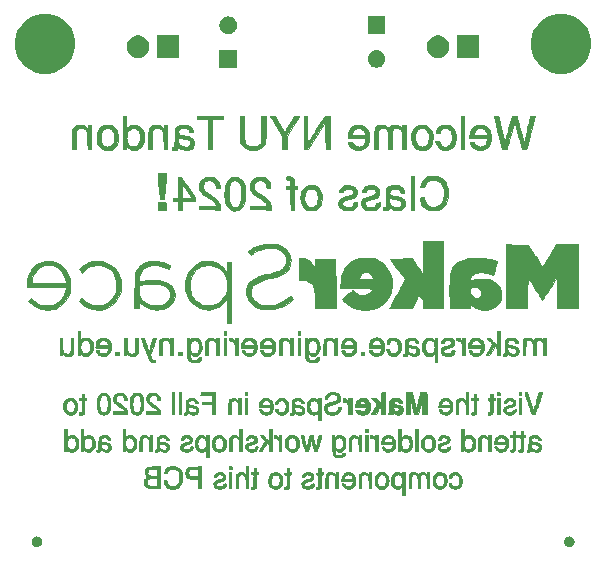
<source format=gbs>
G04 #@! TF.GenerationSoftware,KiCad,Pcbnew,(5.1.4)-1*
G04 #@! TF.CreationDate,2020-02-07T15:18:06-05:00*
G04 #@! TF.ProjectId,ledFlasherCircuit,6c656446-6c61-4736-9865-724369726375,rev?*
G04 #@! TF.SameCoordinates,Original*
G04 #@! TF.FileFunction,Soldermask,Bot*
G04 #@! TF.FilePolarity,Negative*
%FSLAX46Y46*%
G04 Gerber Fmt 4.6, Leading zero omitted, Abs format (unit mm)*
G04 Created by KiCad (PCBNEW (5.1.4)-1) date 2020-02-07 15:18:06*
%MOMM*%
%LPD*%
G04 APERTURE LIST*
%ADD10C,0.010000*%
%ADD11C,0.100000*%
G04 APERTURE END LIST*
D10*
G36*
X136096144Y-80494695D02*
G01*
X135968454Y-80549505D01*
X135861789Y-80640916D01*
X135775620Y-80769281D01*
X135758793Y-80803750D01*
X135738212Y-80853184D01*
X135724328Y-80902289D01*
X135715869Y-80961016D01*
X135711564Y-81039314D01*
X135710140Y-81147135D01*
X135710084Y-81184750D01*
X135710656Y-81299645D01*
X135713330Y-81381936D01*
X135719545Y-81441350D01*
X135730737Y-81487610D01*
X135748343Y-81530441D01*
X135766402Y-81565750D01*
X135854912Y-81698583D01*
X135959656Y-81792936D01*
X136083048Y-81850339D01*
X136227502Y-81872327D01*
X136249834Y-81872666D01*
X136378688Y-81861520D01*
X136485009Y-81824793D01*
X136580973Y-81759457D01*
X136625469Y-81724330D01*
X136655754Y-81704775D01*
X136660348Y-81703333D01*
X136664676Y-81723318D01*
X136668380Y-81778551D01*
X136671192Y-81861947D01*
X136672843Y-81966423D01*
X136673167Y-82042000D01*
X136673167Y-82380666D01*
X136863667Y-82380666D01*
X136863667Y-81163583D01*
X136641417Y-81163583D01*
X136640006Y-81267544D01*
X136634357Y-81341979D01*
X136622343Y-81399639D01*
X136601838Y-81453277D01*
X136588500Y-81481052D01*
X136542697Y-81553900D01*
X136487958Y-81615207D01*
X136463662Y-81634511D01*
X136371215Y-81672674D01*
X136264300Y-81681040D01*
X136158902Y-81659215D01*
X136122504Y-81642887D01*
X136068396Y-81601599D01*
X136012051Y-81539720D01*
X135985250Y-81501672D01*
X135956815Y-81453475D01*
X135938433Y-81411150D01*
X135927922Y-81363443D01*
X135923101Y-81299100D01*
X135921787Y-81206867D01*
X135921750Y-81174166D01*
X135922468Y-81072003D01*
X135926076Y-81000913D01*
X135934756Y-80949642D01*
X135950691Y-80906936D01*
X135976061Y-80861541D01*
X135985250Y-80846660D01*
X136066526Y-80749590D01*
X136162290Y-80688650D01*
X136265696Y-80663719D01*
X136369896Y-80674672D01*
X136468040Y-80721387D01*
X136553283Y-80803742D01*
X136588500Y-80857485D01*
X136613478Y-80906992D01*
X136629168Y-80955338D01*
X136637650Y-81014549D01*
X136641003Y-81096649D01*
X136641417Y-81163583D01*
X136863667Y-81163583D01*
X136863667Y-80496833D01*
X136673167Y-80496833D01*
X136673167Y-80669929D01*
X136606841Y-80614119D01*
X136494506Y-80534965D01*
X136382168Y-80490711D01*
X136256229Y-80476167D01*
X136245385Y-80476131D01*
X136096144Y-80494695D01*
X136096144Y-80494695D01*
G37*
X136096144Y-80494695D02*
X135968454Y-80549505D01*
X135861789Y-80640916D01*
X135775620Y-80769281D01*
X135758793Y-80803750D01*
X135738212Y-80853184D01*
X135724328Y-80902289D01*
X135715869Y-80961016D01*
X135711564Y-81039314D01*
X135710140Y-81147135D01*
X135710084Y-81184750D01*
X135710656Y-81299645D01*
X135713330Y-81381936D01*
X135719545Y-81441350D01*
X135730737Y-81487610D01*
X135748343Y-81530441D01*
X135766402Y-81565750D01*
X135854912Y-81698583D01*
X135959656Y-81792936D01*
X136083048Y-81850339D01*
X136227502Y-81872327D01*
X136249834Y-81872666D01*
X136378688Y-81861520D01*
X136485009Y-81824793D01*
X136580973Y-81759457D01*
X136625469Y-81724330D01*
X136655754Y-81704775D01*
X136660348Y-81703333D01*
X136664676Y-81723318D01*
X136668380Y-81778551D01*
X136671192Y-81861947D01*
X136672843Y-81966423D01*
X136673167Y-82042000D01*
X136673167Y-82380666D01*
X136863667Y-82380666D01*
X136863667Y-81163583D01*
X136641417Y-81163583D01*
X136640006Y-81267544D01*
X136634357Y-81341979D01*
X136622343Y-81399639D01*
X136601838Y-81453277D01*
X136588500Y-81481052D01*
X136542697Y-81553900D01*
X136487958Y-81615207D01*
X136463662Y-81634511D01*
X136371215Y-81672674D01*
X136264300Y-81681040D01*
X136158902Y-81659215D01*
X136122504Y-81642887D01*
X136068396Y-81601599D01*
X136012051Y-81539720D01*
X135985250Y-81501672D01*
X135956815Y-81453475D01*
X135938433Y-81411150D01*
X135927922Y-81363443D01*
X135923101Y-81299100D01*
X135921787Y-81206867D01*
X135921750Y-81174166D01*
X135922468Y-81072003D01*
X135926076Y-81000913D01*
X135934756Y-80949642D01*
X135950691Y-80906936D01*
X135976061Y-80861541D01*
X135985250Y-80846660D01*
X136066526Y-80749590D01*
X136162290Y-80688650D01*
X136265696Y-80663719D01*
X136369896Y-80674672D01*
X136468040Y-80721387D01*
X136553283Y-80803742D01*
X136588500Y-80857485D01*
X136613478Y-80906992D01*
X136629168Y-80955338D01*
X136637650Y-81014549D01*
X136641003Y-81096649D01*
X136641417Y-81163583D01*
X136863667Y-81163583D01*
X136863667Y-80496833D01*
X136673167Y-80496833D01*
X136673167Y-80669929D01*
X136606841Y-80614119D01*
X136494506Y-80534965D01*
X136382168Y-80490711D01*
X136256229Y-80476167D01*
X136245385Y-80476131D01*
X136096144Y-80494695D01*
G36*
X140967468Y-80491781D02*
G01*
X140835951Y-80540167D01*
X140731350Y-80621203D01*
X140653446Y-80735057D01*
X140602019Y-80881902D01*
X140601734Y-80883125D01*
X140595787Y-80917490D01*
X140605180Y-80934681D01*
X140639405Y-80940646D01*
X140694602Y-80941333D01*
X140758323Y-80939541D01*
X140794215Y-80928328D01*
X140816777Y-80898936D01*
X140834918Y-80856587D01*
X140888379Y-80760137D01*
X140960272Y-80699327D01*
X141056632Y-80670164D01*
X141122576Y-80666166D01*
X141196210Y-80668120D01*
X141245259Y-80678856D01*
X141287447Y-80705687D01*
X141340499Y-80755928D01*
X141340766Y-80756194D01*
X141400375Y-80825512D01*
X141440653Y-80899547D01*
X141464737Y-80988382D01*
X141475766Y-81102099D01*
X141477418Y-81195333D01*
X141469089Y-81336334D01*
X141442493Y-81447260D01*
X141394295Y-81537648D01*
X141334112Y-81605210D01*
X141256218Y-81653417D01*
X141157480Y-81679627D01*
X141055322Y-81679940D01*
X141025808Y-81674200D01*
X140946596Y-81635864D01*
X140875308Y-81569516D01*
X140825957Y-81489039D01*
X140818971Y-81469290D01*
X140796510Y-81413075D01*
X140764740Y-81384937D01*
X140723498Y-81373274D01*
X140648931Y-81365907D01*
X140607497Y-81380913D01*
X140594442Y-81421773D01*
X140599037Y-81464447D01*
X140644514Y-81604296D01*
X140721550Y-81717591D01*
X140826723Y-81801619D01*
X140956611Y-81853670D01*
X141107793Y-81871031D01*
X141112032Y-81870995D01*
X141202513Y-81865196D01*
X141290601Y-81851860D01*
X141345172Y-81837660D01*
X141436990Y-81786730D01*
X141525602Y-81705329D01*
X141601141Y-81604792D01*
X141653741Y-81496453D01*
X141660475Y-81475415D01*
X141684278Y-81354431D01*
X141694029Y-81214606D01*
X141690014Y-81071521D01*
X141672518Y-80940756D01*
X141649160Y-80855901D01*
X141575846Y-80711267D01*
X141477642Y-80599742D01*
X141356686Y-80522881D01*
X141215118Y-80482238D01*
X141126120Y-80475873D01*
X140967468Y-80491781D01*
X140967468Y-80491781D01*
G37*
X140967468Y-80491781D02*
X140835951Y-80540167D01*
X140731350Y-80621203D01*
X140653446Y-80735057D01*
X140602019Y-80881902D01*
X140601734Y-80883125D01*
X140595787Y-80917490D01*
X140605180Y-80934681D01*
X140639405Y-80940646D01*
X140694602Y-80941333D01*
X140758323Y-80939541D01*
X140794215Y-80928328D01*
X140816777Y-80898936D01*
X140834918Y-80856587D01*
X140888379Y-80760137D01*
X140960272Y-80699327D01*
X141056632Y-80670164D01*
X141122576Y-80666166D01*
X141196210Y-80668120D01*
X141245259Y-80678856D01*
X141287447Y-80705687D01*
X141340499Y-80755928D01*
X141340766Y-80756194D01*
X141400375Y-80825512D01*
X141440653Y-80899547D01*
X141464737Y-80988382D01*
X141475766Y-81102099D01*
X141477418Y-81195333D01*
X141469089Y-81336334D01*
X141442493Y-81447260D01*
X141394295Y-81537648D01*
X141334112Y-81605210D01*
X141256218Y-81653417D01*
X141157480Y-81679627D01*
X141055322Y-81679940D01*
X141025808Y-81674200D01*
X140946596Y-81635864D01*
X140875308Y-81569516D01*
X140825957Y-81489039D01*
X140818971Y-81469290D01*
X140796510Y-81413075D01*
X140764740Y-81384937D01*
X140723498Y-81373274D01*
X140648931Y-81365907D01*
X140607497Y-81380913D01*
X140594442Y-81421773D01*
X140599037Y-81464447D01*
X140644514Y-81604296D01*
X140721550Y-81717591D01*
X140826723Y-81801619D01*
X140956611Y-81853670D01*
X141107793Y-81871031D01*
X141112032Y-81870995D01*
X141202513Y-81865196D01*
X141290601Y-81851860D01*
X141345172Y-81837660D01*
X141436990Y-81786730D01*
X141525602Y-81705329D01*
X141601141Y-81604792D01*
X141653741Y-81496453D01*
X141660475Y-81475415D01*
X141684278Y-81354431D01*
X141694029Y-81214606D01*
X141690014Y-81071521D01*
X141672518Y-80940756D01*
X141649160Y-80855901D01*
X141575846Y-80711267D01*
X141477642Y-80599742D01*
X141356686Y-80522881D01*
X141215118Y-80482238D01*
X141126120Y-80475873D01*
X140967468Y-80491781D01*
G36*
X139680358Y-80492036D02*
G01*
X139540426Y-80541252D01*
X139426402Y-80623807D01*
X139337836Y-80739988D01*
X139296008Y-80827778D01*
X139272577Y-80895111D01*
X139257676Y-80962373D01*
X139249497Y-81042453D01*
X139246234Y-81148240D01*
X139245953Y-81184750D01*
X139246529Y-81292445D01*
X139250625Y-81369859D01*
X139260100Y-81429009D01*
X139276811Y-81481914D01*
X139300177Y-81535409D01*
X139382460Y-81671641D01*
X139485578Y-81771747D01*
X139611628Y-81837021D01*
X139762713Y-81868758D01*
X139846646Y-81872459D01*
X139963634Y-81863773D01*
X140063847Y-81835045D01*
X140092449Y-81822567D01*
X140211242Y-81746277D01*
X140306928Y-81637487D01*
X140364807Y-81534000D01*
X140384147Y-81486088D01*
X140397020Y-81434601D01*
X140404650Y-81369591D01*
X140408260Y-81281113D01*
X140409084Y-81174166D01*
X140197051Y-81174166D01*
X140191242Y-81317234D01*
X140172688Y-81427422D01*
X140138896Y-81512923D01*
X140087373Y-81581930D01*
X140066943Y-81601677D01*
X139977865Y-81655603D01*
X139870608Y-81679857D01*
X139758206Y-81673366D01*
X139654774Y-81635664D01*
X139567653Y-81562865D01*
X139504714Y-81457628D01*
X139467389Y-81323215D01*
X139456866Y-81184750D01*
X139467849Y-81028242D01*
X139502181Y-80901661D01*
X139562206Y-80798179D01*
X139606188Y-80749440D01*
X139649290Y-80710628D01*
X139687456Y-80688830D01*
X139735461Y-80679172D01*
X139808081Y-80676784D01*
X139826624Y-80676750D01*
X139936763Y-80684662D01*
X140018500Y-80712854D01*
X140083524Y-80768012D01*
X140143522Y-80856819D01*
X140144500Y-80858541D01*
X140168803Y-80905835D01*
X140184308Y-80951784D01*
X140192911Y-81007781D01*
X140196508Y-81085216D01*
X140197051Y-81174166D01*
X140409084Y-81174166D01*
X140408160Y-81058067D01*
X140404483Y-80973958D01*
X140396693Y-80911518D01*
X140383433Y-80860427D01*
X140363344Y-80810365D01*
X140360324Y-80803750D01*
X140278285Y-80669161D01*
X140172607Y-80569665D01*
X140043828Y-80505607D01*
X139892488Y-80477331D01*
X139846646Y-80475873D01*
X139680358Y-80492036D01*
X139680358Y-80492036D01*
G37*
X139680358Y-80492036D02*
X139540426Y-80541252D01*
X139426402Y-80623807D01*
X139337836Y-80739988D01*
X139296008Y-80827778D01*
X139272577Y-80895111D01*
X139257676Y-80962373D01*
X139249497Y-81042453D01*
X139246234Y-81148240D01*
X139245953Y-81184750D01*
X139246529Y-81292445D01*
X139250625Y-81369859D01*
X139260100Y-81429009D01*
X139276811Y-81481914D01*
X139300177Y-81535409D01*
X139382460Y-81671641D01*
X139485578Y-81771747D01*
X139611628Y-81837021D01*
X139762713Y-81868758D01*
X139846646Y-81872459D01*
X139963634Y-81863773D01*
X140063847Y-81835045D01*
X140092449Y-81822567D01*
X140211242Y-81746277D01*
X140306928Y-81637487D01*
X140364807Y-81534000D01*
X140384147Y-81486088D01*
X140397020Y-81434601D01*
X140404650Y-81369591D01*
X140408260Y-81281113D01*
X140409084Y-81174166D01*
X140197051Y-81174166D01*
X140191242Y-81317234D01*
X140172688Y-81427422D01*
X140138896Y-81512923D01*
X140087373Y-81581930D01*
X140066943Y-81601677D01*
X139977865Y-81655603D01*
X139870608Y-81679857D01*
X139758206Y-81673366D01*
X139654774Y-81635664D01*
X139567653Y-81562865D01*
X139504714Y-81457628D01*
X139467389Y-81323215D01*
X139456866Y-81184750D01*
X139467849Y-81028242D01*
X139502181Y-80901661D01*
X139562206Y-80798179D01*
X139606188Y-80749440D01*
X139649290Y-80710628D01*
X139687456Y-80688830D01*
X139735461Y-80679172D01*
X139808081Y-80676784D01*
X139826624Y-80676750D01*
X139936763Y-80684662D01*
X140018500Y-80712854D01*
X140083524Y-80768012D01*
X140143522Y-80856819D01*
X140144500Y-80858541D01*
X140168803Y-80905835D01*
X140184308Y-80951784D01*
X140192911Y-81007781D01*
X140196508Y-81085216D01*
X140197051Y-81174166D01*
X140409084Y-81174166D01*
X140408160Y-81058067D01*
X140404483Y-80973958D01*
X140396693Y-80911518D01*
X140383433Y-80860427D01*
X140363344Y-80810365D01*
X140360324Y-80803750D01*
X140278285Y-80669161D01*
X140172607Y-80569665D01*
X140043828Y-80505607D01*
X139892488Y-80477331D01*
X139846646Y-80475873D01*
X139680358Y-80492036D01*
G36*
X134749433Y-80492724D02*
G01*
X134612782Y-80543137D01*
X134500968Y-80627608D01*
X134413196Y-80746634D01*
X134384765Y-80803750D01*
X134353417Y-80904333D01*
X134333116Y-81031405D01*
X134324572Y-81170402D01*
X134328497Y-81306759D01*
X134345601Y-81425914D01*
X134352994Y-81454713D01*
X134415390Y-81603053D01*
X134506064Y-81720961D01*
X134622289Y-81806374D01*
X134761334Y-81857227D01*
X134904254Y-81871737D01*
X134994061Y-81866960D01*
X135079582Y-81855429D01*
X135136140Y-81841502D01*
X135221132Y-81795722D01*
X135308611Y-81723222D01*
X135385138Y-81636508D01*
X135426343Y-81571461D01*
X135467917Y-81459418D01*
X135494066Y-81321618D01*
X135501730Y-81195333D01*
X135284437Y-81195333D01*
X135269738Y-81344926D01*
X135229658Y-81473680D01*
X135166904Y-81576116D01*
X135084186Y-81646753D01*
X135053917Y-81661757D01*
X134962185Y-81681779D01*
X134857695Y-81677296D01*
X134760504Y-81650305D01*
X134720227Y-81628529D01*
X134645714Y-81565748D01*
X134594226Y-81490470D01*
X134562671Y-81394821D01*
X134547955Y-81270926D01*
X134545917Y-81184750D01*
X134547328Y-81080788D01*
X134552978Y-81006354D01*
X134564992Y-80948694D01*
X134585496Y-80895055D01*
X134598834Y-80867280D01*
X134667354Y-80763849D01*
X134752051Y-80698455D01*
X134856552Y-80668704D01*
X134903589Y-80666245D01*
X135028224Y-80683721D01*
X135128585Y-80735675D01*
X135204380Y-80821703D01*
X135255316Y-80941396D01*
X135281100Y-81094348D01*
X135284437Y-81195333D01*
X135501730Y-81195333D01*
X135503126Y-81172341D01*
X135493431Y-81025863D01*
X135491494Y-81012742D01*
X135449565Y-80839382D01*
X135382755Y-80700186D01*
X135290650Y-80594770D01*
X135172835Y-80522749D01*
X135028897Y-80483741D01*
X134911722Y-80475873D01*
X134749433Y-80492724D01*
X134749433Y-80492724D01*
G37*
X134749433Y-80492724D02*
X134612782Y-80543137D01*
X134500968Y-80627608D01*
X134413196Y-80746634D01*
X134384765Y-80803750D01*
X134353417Y-80904333D01*
X134333116Y-81031405D01*
X134324572Y-81170402D01*
X134328497Y-81306759D01*
X134345601Y-81425914D01*
X134352994Y-81454713D01*
X134415390Y-81603053D01*
X134506064Y-81720961D01*
X134622289Y-81806374D01*
X134761334Y-81857227D01*
X134904254Y-81871737D01*
X134994061Y-81866960D01*
X135079582Y-81855429D01*
X135136140Y-81841502D01*
X135221132Y-81795722D01*
X135308611Y-81723222D01*
X135385138Y-81636508D01*
X135426343Y-81571461D01*
X135467917Y-81459418D01*
X135494066Y-81321618D01*
X135501730Y-81195333D01*
X135284437Y-81195333D01*
X135269738Y-81344926D01*
X135229658Y-81473680D01*
X135166904Y-81576116D01*
X135084186Y-81646753D01*
X135053917Y-81661757D01*
X134962185Y-81681779D01*
X134857695Y-81677296D01*
X134760504Y-81650305D01*
X134720227Y-81628529D01*
X134645714Y-81565748D01*
X134594226Y-81490470D01*
X134562671Y-81394821D01*
X134547955Y-81270926D01*
X134545917Y-81184750D01*
X134547328Y-81080788D01*
X134552978Y-81006354D01*
X134564992Y-80948694D01*
X134585496Y-80895055D01*
X134598834Y-80867280D01*
X134667354Y-80763849D01*
X134752051Y-80698455D01*
X134856552Y-80668704D01*
X134903589Y-80666245D01*
X135028224Y-80683721D01*
X135128585Y-80735675D01*
X135204380Y-80821703D01*
X135255316Y-80941396D01*
X135281100Y-81094348D01*
X135284437Y-81195333D01*
X135501730Y-81195333D01*
X135503126Y-81172341D01*
X135493431Y-81025863D01*
X135491494Y-81012742D01*
X135449565Y-80839382D01*
X135382755Y-80700186D01*
X135290650Y-80594770D01*
X135172835Y-80522749D01*
X135028897Y-80483741D01*
X134911722Y-80475873D01*
X134749433Y-80492724D01*
G36*
X131978437Y-80483662D02*
G01*
X131852240Y-80517087D01*
X131739560Y-80582451D01*
X131692358Y-80621533D01*
X131612993Y-80710468D01*
X131558674Y-80815363D01*
X131525926Y-80944767D01*
X131513536Y-81061307D01*
X131502533Y-81237666D01*
X132484085Y-81237666D01*
X132469580Y-81317041D01*
X132444890Y-81420013D01*
X132410491Y-81496471D01*
X132359294Y-81562156D01*
X132359112Y-81562348D01*
X132274362Y-81634000D01*
X132181783Y-81671849D01*
X132075382Y-81682166D01*
X131955420Y-81663511D01*
X131856395Y-81608487D01*
X131780715Y-81518507D01*
X131772879Y-81504618D01*
X131744421Y-81458255D01*
X131714192Y-81435798D01*
X131666071Y-81428667D01*
X131629261Y-81428166D01*
X131568441Y-81429661D01*
X131540588Y-81437517D01*
X131536355Y-81456789D01*
X131541220Y-81475791D01*
X131602515Y-81613043D01*
X131693748Y-81727823D01*
X131808634Y-81813370D01*
X131887367Y-81848215D01*
X131970874Y-81864878D01*
X132077526Y-81870228D01*
X132189798Y-81864684D01*
X132290159Y-81848667D01*
X132328172Y-81837660D01*
X132414675Y-81789574D01*
X132501200Y-81711723D01*
X132577593Y-81615436D01*
X132633702Y-81512040D01*
X132643595Y-81485745D01*
X132664782Y-81392344D01*
X132677150Y-81273252D01*
X132680395Y-81144244D01*
X132674213Y-81021099D01*
X132673236Y-81014865D01*
X132461000Y-81014865D01*
X132461000Y-81069332D01*
X131730750Y-81057750D01*
X131736666Y-80984952D01*
X131760526Y-80889878D01*
X131810702Y-80798677D01*
X131877464Y-80727017D01*
X131910337Y-80705313D01*
X131995191Y-80676824D01*
X132094868Y-80667150D01*
X132190218Y-80676830D01*
X132245093Y-80695905D01*
X132324034Y-80753831D01*
X132392290Y-80834188D01*
X132440899Y-80923739D01*
X132460903Y-81009246D01*
X132461000Y-81014865D01*
X132673236Y-81014865D01*
X132658299Y-80919591D01*
X132654783Y-80906253D01*
X132602358Y-80783489D01*
X132521577Y-80667847D01*
X132423694Y-80574382D01*
X132388979Y-80550615D01*
X132321357Y-80514005D01*
X132255631Y-80492687D01*
X132173684Y-80481669D01*
X132128387Y-80478827D01*
X131978437Y-80483662D01*
X131978437Y-80483662D01*
G37*
X131978437Y-80483662D02*
X131852240Y-80517087D01*
X131739560Y-80582451D01*
X131692358Y-80621533D01*
X131612993Y-80710468D01*
X131558674Y-80815363D01*
X131525926Y-80944767D01*
X131513536Y-81061307D01*
X131502533Y-81237666D01*
X132484085Y-81237666D01*
X132469580Y-81317041D01*
X132444890Y-81420013D01*
X132410491Y-81496471D01*
X132359294Y-81562156D01*
X132359112Y-81562348D01*
X132274362Y-81634000D01*
X132181783Y-81671849D01*
X132075382Y-81682166D01*
X131955420Y-81663511D01*
X131856395Y-81608487D01*
X131780715Y-81518507D01*
X131772879Y-81504618D01*
X131744421Y-81458255D01*
X131714192Y-81435798D01*
X131666071Y-81428667D01*
X131629261Y-81428166D01*
X131568441Y-81429661D01*
X131540588Y-81437517D01*
X131536355Y-81456789D01*
X131541220Y-81475791D01*
X131602515Y-81613043D01*
X131693748Y-81727823D01*
X131808634Y-81813370D01*
X131887367Y-81848215D01*
X131970874Y-81864878D01*
X132077526Y-81870228D01*
X132189798Y-81864684D01*
X132290159Y-81848667D01*
X132328172Y-81837660D01*
X132414675Y-81789574D01*
X132501200Y-81711723D01*
X132577593Y-81615436D01*
X132633702Y-81512040D01*
X132643595Y-81485745D01*
X132664782Y-81392344D01*
X132677150Y-81273252D01*
X132680395Y-81144244D01*
X132674213Y-81021099D01*
X132673236Y-81014865D01*
X132461000Y-81014865D01*
X132461000Y-81069332D01*
X131730750Y-81057750D01*
X131736666Y-80984952D01*
X131760526Y-80889878D01*
X131810702Y-80798677D01*
X131877464Y-80727017D01*
X131910337Y-80705313D01*
X131995191Y-80676824D01*
X132094868Y-80667150D01*
X132190218Y-80676830D01*
X132245093Y-80695905D01*
X132324034Y-80753831D01*
X132392290Y-80834188D01*
X132440899Y-80923739D01*
X132460903Y-81009246D01*
X132461000Y-81014865D01*
X132673236Y-81014865D01*
X132658299Y-80919591D01*
X132654783Y-80906253D01*
X132602358Y-80783489D01*
X132521577Y-80667847D01*
X132423694Y-80574382D01*
X132388979Y-80550615D01*
X132321357Y-80514005D01*
X132255631Y-80492687D01*
X132173684Y-80481669D01*
X132128387Y-80478827D01*
X131978437Y-80483662D01*
G36*
X129561167Y-80494621D02*
G01*
X129450042Y-80501018D01*
X129338917Y-80507416D01*
X129325915Y-80663870D01*
X129438250Y-80670310D01*
X129550584Y-80676750D01*
X129556478Y-81153000D01*
X129558247Y-81306886D01*
X129558960Y-81424009D01*
X129558189Y-81509930D01*
X129555507Y-81570214D01*
X129550488Y-81610424D01*
X129542705Y-81636125D01*
X129531730Y-81652880D01*
X129517138Y-81666253D01*
X129517092Y-81666291D01*
X129464056Y-81692328D01*
X129399532Y-81703331D01*
X129398795Y-81703333D01*
X129351306Y-81705896D01*
X129332158Y-81721926D01*
X129330877Y-81763933D01*
X129332348Y-81782708D01*
X129338917Y-81862083D01*
X129479547Y-81868290D01*
X129559418Y-81869778D01*
X129611632Y-81863356D01*
X129650611Y-81845743D01*
X129680630Y-81822534D01*
X129741084Y-81770569D01*
X129751667Y-81223659D01*
X129762250Y-80676750D01*
X129852209Y-80670241D01*
X129908554Y-80664241D01*
X129934478Y-80649291D01*
X129941794Y-80613575D01*
X129942167Y-80580282D01*
X129942167Y-80496833D01*
X129751667Y-80496833D01*
X129751667Y-80137000D01*
X129561167Y-80137000D01*
X129561167Y-80494621D01*
X129561167Y-80494621D01*
G37*
X129561167Y-80494621D02*
X129450042Y-80501018D01*
X129338917Y-80507416D01*
X129325915Y-80663870D01*
X129438250Y-80670310D01*
X129550584Y-80676750D01*
X129556478Y-81153000D01*
X129558247Y-81306886D01*
X129558960Y-81424009D01*
X129558189Y-81509930D01*
X129555507Y-81570214D01*
X129550488Y-81610424D01*
X129542705Y-81636125D01*
X129531730Y-81652880D01*
X129517138Y-81666253D01*
X129517092Y-81666291D01*
X129464056Y-81692328D01*
X129399532Y-81703331D01*
X129398795Y-81703333D01*
X129351306Y-81705896D01*
X129332158Y-81721926D01*
X129330877Y-81763933D01*
X129332348Y-81782708D01*
X129338917Y-81862083D01*
X129479547Y-81868290D01*
X129559418Y-81869778D01*
X129611632Y-81863356D01*
X129650611Y-81845743D01*
X129680630Y-81822534D01*
X129741084Y-81770569D01*
X129751667Y-81223659D01*
X129762250Y-80676750D01*
X129852209Y-80670241D01*
X129908554Y-80664241D01*
X129934478Y-80649291D01*
X129941794Y-80613575D01*
X129942167Y-80580282D01*
X129942167Y-80496833D01*
X129751667Y-80496833D01*
X129751667Y-80137000D01*
X129561167Y-80137000D01*
X129561167Y-80494621D01*
G36*
X128526719Y-80481777D02*
G01*
X128403606Y-80507237D01*
X128308494Y-80558057D01*
X128237159Y-80636152D01*
X128204306Y-80696252D01*
X128172557Y-80773725D01*
X128165040Y-80821580D01*
X128184505Y-80846680D01*
X128233700Y-80855882D01*
X128268574Y-80856666D01*
X128334757Y-80853315D01*
X128370217Y-80840686D01*
X128385738Y-80816472D01*
X128409055Y-80774557D01*
X128448898Y-80725971D01*
X128453551Y-80721222D01*
X128492552Y-80688931D01*
X128536571Y-80672285D01*
X128601244Y-80666506D01*
X128633771Y-80666166D01*
X128756904Y-80678370D01*
X128847620Y-80714334D01*
X128904471Y-80773089D01*
X128926010Y-80853663D01*
X128926167Y-80862168D01*
X128916625Y-80907532D01*
X128884948Y-80947773D01*
X128826561Y-80985643D01*
X128736889Y-81023894D01*
X128611356Y-81065278D01*
X128566334Y-81078624D01*
X128420917Y-81124366D01*
X128311629Y-81167864D01*
X128232692Y-81212882D01*
X128178330Y-81263182D01*
X128142765Y-81322531D01*
X128127986Y-81364259D01*
X128113819Y-81483226D01*
X128138112Y-81596440D01*
X128196996Y-81697798D01*
X128286599Y-81781198D01*
X128403050Y-81840538D01*
X128436844Y-81851160D01*
X128509516Y-81863512D01*
X128605366Y-81869548D01*
X128709175Y-81869413D01*
X128805726Y-81863252D01*
X128879801Y-81851208D01*
X128894417Y-81846810D01*
X129010626Y-81785102D01*
X129097423Y-81693074D01*
X129154351Y-81571293D01*
X129170172Y-81506557D01*
X129177766Y-81455380D01*
X129168391Y-81433455D01*
X129133155Y-81428475D01*
X129113731Y-81428455D01*
X129027341Y-81434623D01*
X128973105Y-81455243D01*
X128942038Y-81494776D01*
X128933829Y-81517774D01*
X128891013Y-81593837D01*
X128814831Y-81647369D01*
X128709319Y-81675662D01*
X128696100Y-81677117D01*
X128565411Y-81677945D01*
X128460608Y-81654253D01*
X128385085Y-81607851D01*
X128342239Y-81540552D01*
X128333500Y-81483630D01*
X128347465Y-81417835D01*
X128392111Y-81364854D01*
X128471563Y-81321213D01*
X128562541Y-81290807D01*
X128704329Y-81250564D01*
X128811682Y-81218401D01*
X128891144Y-81191773D01*
X128949261Y-81168136D01*
X128992575Y-81144944D01*
X129027630Y-81119652D01*
X129047762Y-81102098D01*
X129091775Y-81057248D01*
X129116290Y-81014483D01*
X129128552Y-80957039D01*
X129133378Y-80903942D01*
X129125928Y-80772269D01*
X129083450Y-80663866D01*
X129006797Y-80579532D01*
X128896821Y-80520067D01*
X128754371Y-80486273D01*
X128682056Y-80479764D01*
X128526719Y-80481777D01*
X128526719Y-80481777D01*
G37*
X128526719Y-80481777D02*
X128403606Y-80507237D01*
X128308494Y-80558057D01*
X128237159Y-80636152D01*
X128204306Y-80696252D01*
X128172557Y-80773725D01*
X128165040Y-80821580D01*
X128184505Y-80846680D01*
X128233700Y-80855882D01*
X128268574Y-80856666D01*
X128334757Y-80853315D01*
X128370217Y-80840686D01*
X128385738Y-80816472D01*
X128409055Y-80774557D01*
X128448898Y-80725971D01*
X128453551Y-80721222D01*
X128492552Y-80688931D01*
X128536571Y-80672285D01*
X128601244Y-80666506D01*
X128633771Y-80666166D01*
X128756904Y-80678370D01*
X128847620Y-80714334D01*
X128904471Y-80773089D01*
X128926010Y-80853663D01*
X128926167Y-80862168D01*
X128916625Y-80907532D01*
X128884948Y-80947773D01*
X128826561Y-80985643D01*
X128736889Y-81023894D01*
X128611356Y-81065278D01*
X128566334Y-81078624D01*
X128420917Y-81124366D01*
X128311629Y-81167864D01*
X128232692Y-81212882D01*
X128178330Y-81263182D01*
X128142765Y-81322531D01*
X128127986Y-81364259D01*
X128113819Y-81483226D01*
X128138112Y-81596440D01*
X128196996Y-81697798D01*
X128286599Y-81781198D01*
X128403050Y-81840538D01*
X128436844Y-81851160D01*
X128509516Y-81863512D01*
X128605366Y-81869548D01*
X128709175Y-81869413D01*
X128805726Y-81863252D01*
X128879801Y-81851208D01*
X128894417Y-81846810D01*
X129010626Y-81785102D01*
X129097423Y-81693074D01*
X129154351Y-81571293D01*
X129170172Y-81506557D01*
X129177766Y-81455380D01*
X129168391Y-81433455D01*
X129133155Y-81428475D01*
X129113731Y-81428455D01*
X129027341Y-81434623D01*
X128973105Y-81455243D01*
X128942038Y-81494776D01*
X128933829Y-81517774D01*
X128891013Y-81593837D01*
X128814831Y-81647369D01*
X128709319Y-81675662D01*
X128696100Y-81677117D01*
X128565411Y-81677945D01*
X128460608Y-81654253D01*
X128385085Y-81607851D01*
X128342239Y-81540552D01*
X128333500Y-81483630D01*
X128347465Y-81417835D01*
X128392111Y-81364854D01*
X128471563Y-81321213D01*
X128562541Y-81290807D01*
X128704329Y-81250564D01*
X128811682Y-81218401D01*
X128891144Y-81191773D01*
X128949261Y-81168136D01*
X128992575Y-81144944D01*
X129027630Y-81119652D01*
X129047762Y-81102098D01*
X129091775Y-81057248D01*
X129116290Y-81014483D01*
X129128552Y-80957039D01*
X129133378Y-80903942D01*
X129125928Y-80772269D01*
X129083450Y-80663866D01*
X129006797Y-80579532D01*
X128896821Y-80520067D01*
X128754371Y-80486273D01*
X128682056Y-80479764D01*
X128526719Y-80481777D01*
G36*
X126894167Y-80494621D02*
G01*
X126783042Y-80501018D01*
X126671917Y-80507416D01*
X126658915Y-80663870D01*
X126771250Y-80670310D01*
X126883584Y-80676750D01*
X126883584Y-81160005D01*
X126883387Y-81315663D01*
X126882505Y-81434419D01*
X126880505Y-81521704D01*
X126876951Y-81582948D01*
X126871408Y-81623582D01*
X126863443Y-81649037D01*
X126852620Y-81664744D01*
X126842497Y-81673297D01*
X126792445Y-81694533D01*
X126730094Y-81703333D01*
X126683724Y-81705992D01*
X126665072Y-81722302D01*
X126663941Y-81764762D01*
X126665348Y-81782708D01*
X126671917Y-81862083D01*
X126812547Y-81868290D01*
X126892418Y-81869778D01*
X126944632Y-81863356D01*
X126983611Y-81845743D01*
X127013630Y-81822534D01*
X127074084Y-81770569D01*
X127084667Y-81223659D01*
X127095250Y-80676750D01*
X127185209Y-80670241D01*
X127241554Y-80664241D01*
X127267478Y-80649291D01*
X127274794Y-80613575D01*
X127275167Y-80580282D01*
X127275167Y-80496833D01*
X127084667Y-80496833D01*
X127084667Y-80137000D01*
X126894167Y-80137000D01*
X126894167Y-80494621D01*
X126894167Y-80494621D01*
G37*
X126894167Y-80494621D02*
X126783042Y-80501018D01*
X126671917Y-80507416D01*
X126658915Y-80663870D01*
X126771250Y-80670310D01*
X126883584Y-80676750D01*
X126883584Y-81160005D01*
X126883387Y-81315663D01*
X126882505Y-81434419D01*
X126880505Y-81521704D01*
X126876951Y-81582948D01*
X126871408Y-81623582D01*
X126863443Y-81649037D01*
X126852620Y-81664744D01*
X126842497Y-81673297D01*
X126792445Y-81694533D01*
X126730094Y-81703333D01*
X126683724Y-81705992D01*
X126665072Y-81722302D01*
X126663941Y-81764762D01*
X126665348Y-81782708D01*
X126671917Y-81862083D01*
X126812547Y-81868290D01*
X126892418Y-81869778D01*
X126944632Y-81863356D01*
X126983611Y-81845743D01*
X127013630Y-81822534D01*
X127074084Y-81770569D01*
X127084667Y-81223659D01*
X127095250Y-80676750D01*
X127185209Y-80670241D01*
X127241554Y-80664241D01*
X127267478Y-80649291D01*
X127274794Y-80613575D01*
X127275167Y-80580282D01*
X127275167Y-80496833D01*
X127084667Y-80496833D01*
X127084667Y-80137000D01*
X126894167Y-80137000D01*
X126894167Y-80494621D01*
G36*
X125843903Y-80478750D02*
G01*
X125709132Y-80503940D01*
X125592417Y-80550677D01*
X125543415Y-80582717D01*
X125453822Y-80678016D01*
X125384745Y-80803180D01*
X125337751Y-80950223D01*
X125314405Y-81111156D01*
X125316274Y-81277990D01*
X125344924Y-81442737D01*
X125363037Y-81502773D01*
X125409697Y-81595810D01*
X125481407Y-81688648D01*
X125567131Y-81770039D01*
X125655832Y-81828736D01*
X125700706Y-81846925D01*
X125790732Y-81863760D01*
X125899315Y-81870109D01*
X126008829Y-81866105D01*
X126101647Y-81851883D01*
X126129266Y-81843686D01*
X126230832Y-81788550D01*
X126327456Y-81703076D01*
X126406942Y-81598635D01*
X126423450Y-81569482D01*
X126447254Y-81521501D01*
X126463423Y-81477999D01*
X126473432Y-81429160D01*
X126478753Y-81365166D01*
X126480863Y-81276201D01*
X126481085Y-81220016D01*
X126276916Y-81220016D01*
X126276156Y-81234456D01*
X126253147Y-81390210D01*
X126203607Y-81513924D01*
X126126849Y-81607088D01*
X126091995Y-81633722D01*
X125998647Y-81673474D01*
X125891762Y-81683437D01*
X125787708Y-81663595D01*
X125728343Y-81634037D01*
X125639203Y-81553522D01*
X125578054Y-81448457D01*
X125541970Y-81317009D01*
X125529822Y-81161024D01*
X125546455Y-81012123D01*
X125589677Y-80879120D01*
X125657296Y-80770832D01*
X125685039Y-80741602D01*
X125734896Y-80702799D01*
X125790506Y-80681445D01*
X125869607Y-80670893D01*
X125874752Y-80670511D01*
X126001273Y-80678520D01*
X126105175Y-80721614D01*
X126185574Y-80798553D01*
X126241586Y-80908094D01*
X126272329Y-81048995D01*
X126276916Y-81220016D01*
X126481085Y-81220016D01*
X126481225Y-81184750D01*
X126480507Y-81067077D01*
X126477282Y-80981595D01*
X126470232Y-80918177D01*
X126458039Y-80866698D01*
X126439386Y-80817031D01*
X126430843Y-80797660D01*
X126367397Y-80693214D01*
X126281208Y-80600458D01*
X126183952Y-80530377D01*
X126115089Y-80500559D01*
X125983599Y-80476994D01*
X125843903Y-80478750D01*
X125843903Y-80478750D01*
G37*
X125843903Y-80478750D02*
X125709132Y-80503940D01*
X125592417Y-80550677D01*
X125543415Y-80582717D01*
X125453822Y-80678016D01*
X125384745Y-80803180D01*
X125337751Y-80950223D01*
X125314405Y-81111156D01*
X125316274Y-81277990D01*
X125344924Y-81442737D01*
X125363037Y-81502773D01*
X125409697Y-81595810D01*
X125481407Y-81688648D01*
X125567131Y-81770039D01*
X125655832Y-81828736D01*
X125700706Y-81846925D01*
X125790732Y-81863760D01*
X125899315Y-81870109D01*
X126008829Y-81866105D01*
X126101647Y-81851883D01*
X126129266Y-81843686D01*
X126230832Y-81788550D01*
X126327456Y-81703076D01*
X126406942Y-81598635D01*
X126423450Y-81569482D01*
X126447254Y-81521501D01*
X126463423Y-81477999D01*
X126473432Y-81429160D01*
X126478753Y-81365166D01*
X126480863Y-81276201D01*
X126481085Y-81220016D01*
X126276916Y-81220016D01*
X126276156Y-81234456D01*
X126253147Y-81390210D01*
X126203607Y-81513924D01*
X126126849Y-81607088D01*
X126091995Y-81633722D01*
X125998647Y-81673474D01*
X125891762Y-81683437D01*
X125787708Y-81663595D01*
X125728343Y-81634037D01*
X125639203Y-81553522D01*
X125578054Y-81448457D01*
X125541970Y-81317009D01*
X125529822Y-81161024D01*
X125546455Y-81012123D01*
X125589677Y-80879120D01*
X125657296Y-80770832D01*
X125685039Y-80741602D01*
X125734896Y-80702799D01*
X125790506Y-80681445D01*
X125869607Y-80670893D01*
X125874752Y-80670511D01*
X126001273Y-80678520D01*
X126105175Y-80721614D01*
X126185574Y-80798553D01*
X126241586Y-80908094D01*
X126272329Y-81048995D01*
X126276916Y-81220016D01*
X126481085Y-81220016D01*
X126481225Y-81184750D01*
X126480507Y-81067077D01*
X126477282Y-80981595D01*
X126470232Y-80918177D01*
X126458039Y-80866698D01*
X126439386Y-80817031D01*
X126430843Y-80797660D01*
X126367397Y-80693214D01*
X126281208Y-80600458D01*
X126183952Y-80530377D01*
X126115089Y-80500559D01*
X125983599Y-80476994D01*
X125843903Y-80478750D01*
G36*
X124079000Y-80496833D02*
G01*
X123846167Y-80496833D01*
X123846167Y-80663954D01*
X124068417Y-80676750D01*
X124061192Y-81163583D01*
X124058533Y-81328348D01*
X124055175Y-81455624D01*
X124049808Y-81550249D01*
X124041120Y-81617064D01*
X124027799Y-81660906D01*
X124008534Y-81686617D01*
X123982014Y-81699034D01*
X123946927Y-81702997D01*
X123914927Y-81703333D01*
X123868558Y-81705992D01*
X123849905Y-81722302D01*
X123848774Y-81764762D01*
X123850181Y-81782708D01*
X123856750Y-81862083D01*
X123997380Y-81868290D01*
X124077250Y-81869778D01*
X124129462Y-81863357D01*
X124168439Y-81845744D01*
X124198464Y-81822529D01*
X124258917Y-81770561D01*
X124265211Y-81218363D01*
X124271505Y-80666166D01*
X124355169Y-80666166D01*
X124408722Y-80664087D01*
X124432517Y-80649702D01*
X124438633Y-80610792D01*
X124438834Y-80581500D01*
X124438834Y-80496833D01*
X124269500Y-80496833D01*
X124269500Y-80137000D01*
X124079000Y-80137000D01*
X124079000Y-80496833D01*
X124079000Y-80496833D01*
G37*
X124079000Y-80496833D02*
X123846167Y-80496833D01*
X123846167Y-80663954D01*
X124068417Y-80676750D01*
X124061192Y-81163583D01*
X124058533Y-81328348D01*
X124055175Y-81455624D01*
X124049808Y-81550249D01*
X124041120Y-81617064D01*
X124027799Y-81660906D01*
X124008534Y-81686617D01*
X123982014Y-81699034D01*
X123946927Y-81702997D01*
X123914927Y-81703333D01*
X123868558Y-81705992D01*
X123849905Y-81722302D01*
X123848774Y-81764762D01*
X123850181Y-81782708D01*
X123856750Y-81862083D01*
X123997380Y-81868290D01*
X124077250Y-81869778D01*
X124129462Y-81863357D01*
X124168439Y-81845744D01*
X124198464Y-81822529D01*
X124258917Y-81770561D01*
X124265211Y-81218363D01*
X124271505Y-80666166D01*
X124355169Y-80666166D01*
X124408722Y-80664087D01*
X124432517Y-80649702D01*
X124438633Y-80610792D01*
X124438834Y-80581500D01*
X124438834Y-80496833D01*
X124269500Y-80496833D01*
X124269500Y-80137000D01*
X124079000Y-80137000D01*
X124079000Y-80496833D01*
G36*
X121077915Y-80481685D02*
G01*
X120954765Y-80506603D01*
X120859631Y-80556576D01*
X120788187Y-80633554D01*
X120753640Y-80696252D01*
X120721868Y-80773712D01*
X120714351Y-80821539D01*
X120733933Y-80846622D01*
X120783456Y-80855848D01*
X120819858Y-80856666D01*
X120885247Y-80853983D01*
X120921309Y-80842509D01*
X120940893Y-80817108D01*
X120945277Y-80806529D01*
X120995047Y-80731526D01*
X121075264Y-80684229D01*
X121183015Y-80666285D01*
X121193656Y-80666166D01*
X121311801Y-80678991D01*
X121399802Y-80716315D01*
X121455180Y-80776413D01*
X121475453Y-80857561D01*
X121475500Y-80862168D01*
X121465872Y-80907610D01*
X121433947Y-80947985D01*
X121375165Y-80986048D01*
X121284965Y-81024554D01*
X121158786Y-81066257D01*
X121117000Y-81078703D01*
X120966775Y-81126077D01*
X120853533Y-81171383D01*
X120772411Y-81218962D01*
X120718546Y-81273159D01*
X120687076Y-81338316D01*
X120673138Y-81418776D01*
X120671167Y-81476902D01*
X120690911Y-81596619D01*
X120747674Y-81700366D01*
X120837760Y-81783746D01*
X120957468Y-81842365D01*
X120986177Y-81851160D01*
X121058705Y-81863476D01*
X121154553Y-81869525D01*
X121258452Y-81869442D01*
X121355133Y-81863361D01*
X121429329Y-81851418D01*
X121443750Y-81847127D01*
X121560109Y-81786225D01*
X121646622Y-81695303D01*
X121703276Y-81574375D01*
X121719520Y-81507541D01*
X121727133Y-81455927D01*
X121718098Y-81433657D01*
X121683674Y-81428487D01*
X121663064Y-81428455D01*
X121575870Y-81435187D01*
X121518497Y-81453318D01*
X121496718Y-81480971D01*
X121496667Y-81482556D01*
X121477070Y-81556225D01*
X121422052Y-81616099D01*
X121337271Y-81658611D01*
X121228386Y-81680193D01*
X121180117Y-81682166D01*
X121060504Y-81669261D01*
X120968917Y-81632099D01*
X120908759Y-81573010D01*
X120883431Y-81494321D01*
X120882834Y-81478628D01*
X120890982Y-81427929D01*
X120918986Y-81385863D01*
X120972183Y-81348859D01*
X121055908Y-81313344D01*
X121175500Y-81275749D01*
X121193762Y-81270578D01*
X121349187Y-81224344D01*
X121467846Y-81181549D01*
X121554681Y-81138373D01*
X121614632Y-81090997D01*
X121652640Y-81035602D01*
X121673646Y-80968368D01*
X121682190Y-80893024D01*
X121677017Y-80772355D01*
X121642863Y-80677277D01*
X121575176Y-80598812D01*
X121508982Y-80551177D01*
X121449465Y-80518161D01*
X121391220Y-80497761D01*
X121319047Y-80486045D01*
X121233409Y-80479870D01*
X121077915Y-80481685D01*
X121077915Y-80481685D01*
G37*
X121077915Y-80481685D02*
X120954765Y-80506603D01*
X120859631Y-80556576D01*
X120788187Y-80633554D01*
X120753640Y-80696252D01*
X120721868Y-80773712D01*
X120714351Y-80821539D01*
X120733933Y-80846622D01*
X120783456Y-80855848D01*
X120819858Y-80856666D01*
X120885247Y-80853983D01*
X120921309Y-80842509D01*
X120940893Y-80817108D01*
X120945277Y-80806529D01*
X120995047Y-80731526D01*
X121075264Y-80684229D01*
X121183015Y-80666285D01*
X121193656Y-80666166D01*
X121311801Y-80678991D01*
X121399802Y-80716315D01*
X121455180Y-80776413D01*
X121475453Y-80857561D01*
X121475500Y-80862168D01*
X121465872Y-80907610D01*
X121433947Y-80947985D01*
X121375165Y-80986048D01*
X121284965Y-81024554D01*
X121158786Y-81066257D01*
X121117000Y-81078703D01*
X120966775Y-81126077D01*
X120853533Y-81171383D01*
X120772411Y-81218962D01*
X120718546Y-81273159D01*
X120687076Y-81338316D01*
X120673138Y-81418776D01*
X120671167Y-81476902D01*
X120690911Y-81596619D01*
X120747674Y-81700366D01*
X120837760Y-81783746D01*
X120957468Y-81842365D01*
X120986177Y-81851160D01*
X121058705Y-81863476D01*
X121154553Y-81869525D01*
X121258452Y-81869442D01*
X121355133Y-81863361D01*
X121429329Y-81851418D01*
X121443750Y-81847127D01*
X121560109Y-81786225D01*
X121646622Y-81695303D01*
X121703276Y-81574375D01*
X121719520Y-81507541D01*
X121727133Y-81455927D01*
X121718098Y-81433657D01*
X121683674Y-81428487D01*
X121663064Y-81428455D01*
X121575870Y-81435187D01*
X121518497Y-81453318D01*
X121496718Y-81480971D01*
X121496667Y-81482556D01*
X121477070Y-81556225D01*
X121422052Y-81616099D01*
X121337271Y-81658611D01*
X121228386Y-81680193D01*
X121180117Y-81682166D01*
X121060504Y-81669261D01*
X120968917Y-81632099D01*
X120908759Y-81573010D01*
X120883431Y-81494321D01*
X120882834Y-81478628D01*
X120890982Y-81427929D01*
X120918986Y-81385863D01*
X120972183Y-81348859D01*
X121055908Y-81313344D01*
X121175500Y-81275749D01*
X121193762Y-81270578D01*
X121349187Y-81224344D01*
X121467846Y-81181549D01*
X121554681Y-81138373D01*
X121614632Y-81090997D01*
X121652640Y-81035602D01*
X121673646Y-80968368D01*
X121682190Y-80893024D01*
X121677017Y-80772355D01*
X121642863Y-80677277D01*
X121575176Y-80598812D01*
X121508982Y-80551177D01*
X121449465Y-80518161D01*
X121391220Y-80497761D01*
X121319047Y-80486045D01*
X121233409Y-80479870D01*
X121077915Y-80481685D01*
G36*
X117067958Y-79968358D02*
G01*
X116911881Y-80002547D01*
X116787288Y-80059011D01*
X116687032Y-80142708D01*
X116603965Y-80258597D01*
X116576913Y-80309113D01*
X116530817Y-80404903D01*
X116506496Y-80469763D01*
X116504947Y-80509645D01*
X116527169Y-80530503D01*
X116574158Y-80538291D01*
X116615456Y-80539166D01*
X116681986Y-80537473D01*
X116718140Y-80528796D01*
X116735850Y-80507737D01*
X116744106Y-80480958D01*
X116793389Y-80366766D01*
X116876150Y-80274058D01*
X116987296Y-80206876D01*
X117121731Y-80169264D01*
X117139983Y-80166835D01*
X117297807Y-80167260D01*
X117439588Y-80206399D01*
X117562844Y-80282863D01*
X117665093Y-80395264D01*
X117721739Y-80492305D01*
X117747542Y-80549915D01*
X117765083Y-80603907D01*
X117776357Y-80665525D01*
X117783363Y-80746016D01*
X117788098Y-80856624D01*
X117788465Y-80867957D01*
X117790564Y-81009059D01*
X117785184Y-81119040D01*
X117770174Y-81208774D01*
X117743383Y-81289136D01*
X117702657Y-81371001D01*
X117681828Y-81406865D01*
X117608588Y-81505521D01*
X117515412Y-81581288D01*
X117496032Y-81593383D01*
X117438467Y-81626748D01*
X117392039Y-81647019D01*
X117343330Y-81656963D01*
X117278919Y-81659348D01*
X117187547Y-81657017D01*
X117092744Y-81652531D01*
X117028152Y-81644899D01*
X116981648Y-81631119D01*
X116941111Y-81608190D01*
X116915870Y-81589756D01*
X116834038Y-81513070D01*
X116773347Y-81419948D01*
X116726439Y-81298587D01*
X116719422Y-81274708D01*
X116684893Y-81153000D01*
X116571947Y-81153000D01*
X116511760Y-81154903D01*
X116475353Y-81165327D01*
X116460394Y-81191335D01*
X116464552Y-81239997D01*
X116485497Y-81318377D01*
X116500827Y-81368626D01*
X116570320Y-81537766D01*
X116663574Y-81671926D01*
X116780735Y-81771258D01*
X116921946Y-81835914D01*
X116950959Y-81844150D01*
X117049910Y-81861295D01*
X117169402Y-81869482D01*
X117293672Y-81868765D01*
X117406957Y-81859195D01*
X117488705Y-81842374D01*
X117633357Y-81775079D01*
X117761852Y-81669033D01*
X117873542Y-81524874D01*
X117946661Y-81390489D01*
X117974895Y-81327228D01*
X117994256Y-81272293D01*
X118006789Y-81214514D01*
X118014535Y-81142718D01*
X118019539Y-81045735D01*
X118021797Y-80979692D01*
X118024460Y-80857662D01*
X118022877Y-80765976D01*
X118016027Y-80692768D01*
X118002892Y-80626171D01*
X117986342Y-80566942D01*
X117911056Y-80381865D01*
X117808770Y-80228184D01*
X117681876Y-80107458D01*
X117532763Y-80021244D01*
X117363822Y-79971099D01*
X117177441Y-79958582D01*
X117067958Y-79968358D01*
X117067958Y-79968358D01*
G37*
X117067958Y-79968358D02*
X116911881Y-80002547D01*
X116787288Y-80059011D01*
X116687032Y-80142708D01*
X116603965Y-80258597D01*
X116576913Y-80309113D01*
X116530817Y-80404903D01*
X116506496Y-80469763D01*
X116504947Y-80509645D01*
X116527169Y-80530503D01*
X116574158Y-80538291D01*
X116615456Y-80539166D01*
X116681986Y-80537473D01*
X116718140Y-80528796D01*
X116735850Y-80507737D01*
X116744106Y-80480958D01*
X116793389Y-80366766D01*
X116876150Y-80274058D01*
X116987296Y-80206876D01*
X117121731Y-80169264D01*
X117139983Y-80166835D01*
X117297807Y-80167260D01*
X117439588Y-80206399D01*
X117562844Y-80282863D01*
X117665093Y-80395264D01*
X117721739Y-80492305D01*
X117747542Y-80549915D01*
X117765083Y-80603907D01*
X117776357Y-80665525D01*
X117783363Y-80746016D01*
X117788098Y-80856624D01*
X117788465Y-80867957D01*
X117790564Y-81009059D01*
X117785184Y-81119040D01*
X117770174Y-81208774D01*
X117743383Y-81289136D01*
X117702657Y-81371001D01*
X117681828Y-81406865D01*
X117608588Y-81505521D01*
X117515412Y-81581288D01*
X117496032Y-81593383D01*
X117438467Y-81626748D01*
X117392039Y-81647019D01*
X117343330Y-81656963D01*
X117278919Y-81659348D01*
X117187547Y-81657017D01*
X117092744Y-81652531D01*
X117028152Y-81644899D01*
X116981648Y-81631119D01*
X116941111Y-81608190D01*
X116915870Y-81589756D01*
X116834038Y-81513070D01*
X116773347Y-81419948D01*
X116726439Y-81298587D01*
X116719422Y-81274708D01*
X116684893Y-81153000D01*
X116571947Y-81153000D01*
X116511760Y-81154903D01*
X116475353Y-81165327D01*
X116460394Y-81191335D01*
X116464552Y-81239997D01*
X116485497Y-81318377D01*
X116500827Y-81368626D01*
X116570320Y-81537766D01*
X116663574Y-81671926D01*
X116780735Y-81771258D01*
X116921946Y-81835914D01*
X116950959Y-81844150D01*
X117049910Y-81861295D01*
X117169402Y-81869482D01*
X117293672Y-81868765D01*
X117406957Y-81859195D01*
X117488705Y-81842374D01*
X117633357Y-81775079D01*
X117761852Y-81669033D01*
X117873542Y-81524874D01*
X117946661Y-81390489D01*
X117974895Y-81327228D01*
X117994256Y-81272293D01*
X118006789Y-81214514D01*
X118014535Y-81142718D01*
X118019539Y-81045735D01*
X118021797Y-80979692D01*
X118024460Y-80857662D01*
X118022877Y-80765976D01*
X118016027Y-80692768D01*
X118002892Y-80626171D01*
X117986342Y-80566942D01*
X117911056Y-80381865D01*
X117808770Y-80228184D01*
X117681876Y-80107458D01*
X117532763Y-80021244D01*
X117363822Y-79971099D01*
X117177441Y-79958582D01*
X117067958Y-79968358D01*
G36*
X138236572Y-80482006D02*
G01*
X138153484Y-80504063D01*
X138085768Y-80546387D01*
X138047590Y-80583009D01*
X137987647Y-80647178D01*
X137877924Y-80571702D01*
X137797741Y-80520331D01*
X137730940Y-80490339D01*
X137661187Y-80477398D01*
X137572150Y-80477179D01*
X137530101Y-80479515D01*
X137414470Y-80497076D01*
X137329322Y-80535993D01*
X137266137Y-80601159D01*
X137239408Y-80646504D01*
X137228022Y-80673161D01*
X137219201Y-80706610D01*
X137212627Y-80752218D01*
X137207984Y-80815354D01*
X137204955Y-80901385D01*
X137203225Y-81015679D01*
X137202477Y-81163603D01*
X137202367Y-81274708D01*
X137202334Y-81830333D01*
X137392834Y-81830333D01*
X137393339Y-81380541D01*
X137394322Y-81203992D01*
X137397335Y-81064337D01*
X137403137Y-80956155D01*
X137412486Y-80874028D01*
X137426140Y-80812533D01*
X137444857Y-80766252D01*
X137469396Y-80729763D01*
X137487088Y-80710458D01*
X137556106Y-80668643D01*
X137643480Y-80653014D01*
X137733923Y-80664062D01*
X137809323Y-80700129D01*
X137853024Y-80735038D01*
X137886962Y-80770538D01*
X137912466Y-80812417D01*
X137930863Y-80866460D01*
X137943479Y-80938456D01*
X137951641Y-81034190D01*
X137956677Y-81159449D01*
X137959913Y-81320021D01*
X137960497Y-81359375D01*
X137967244Y-81830333D01*
X138176000Y-81830333D01*
X138176000Y-80793834D01*
X138237764Y-80724708D01*
X138281776Y-80681940D01*
X138325439Y-80661570D01*
X138387901Y-80655709D01*
X138405545Y-80655583D01*
X138506070Y-80669233D01*
X138589967Y-80713809D01*
X138667189Y-80794752D01*
X138672109Y-80801261D01*
X138686208Y-80822672D01*
X138697044Y-80848164D01*
X138705148Y-80883485D01*
X138711054Y-80934384D01*
X138715294Y-81006610D01*
X138718400Y-81105910D01*
X138720905Y-81238033D01*
X138722473Y-81344994D01*
X138729195Y-81830333D01*
X138938000Y-81830333D01*
X138938000Y-80496833D01*
X138747500Y-80496833D01*
X138747500Y-80674471D01*
X138678709Y-80609188D01*
X138581110Y-80532419D01*
X138480445Y-80490006D01*
X138361416Y-80475777D01*
X138347763Y-80475666D01*
X138236572Y-80482006D01*
X138236572Y-80482006D01*
G37*
X138236572Y-80482006D02*
X138153484Y-80504063D01*
X138085768Y-80546387D01*
X138047590Y-80583009D01*
X137987647Y-80647178D01*
X137877924Y-80571702D01*
X137797741Y-80520331D01*
X137730940Y-80490339D01*
X137661187Y-80477398D01*
X137572150Y-80477179D01*
X137530101Y-80479515D01*
X137414470Y-80497076D01*
X137329322Y-80535993D01*
X137266137Y-80601159D01*
X137239408Y-80646504D01*
X137228022Y-80673161D01*
X137219201Y-80706610D01*
X137212627Y-80752218D01*
X137207984Y-80815354D01*
X137204955Y-80901385D01*
X137203225Y-81015679D01*
X137202477Y-81163603D01*
X137202367Y-81274708D01*
X137202334Y-81830333D01*
X137392834Y-81830333D01*
X137393339Y-81380541D01*
X137394322Y-81203992D01*
X137397335Y-81064337D01*
X137403137Y-80956155D01*
X137412486Y-80874028D01*
X137426140Y-80812533D01*
X137444857Y-80766252D01*
X137469396Y-80729763D01*
X137487088Y-80710458D01*
X137556106Y-80668643D01*
X137643480Y-80653014D01*
X137733923Y-80664062D01*
X137809323Y-80700129D01*
X137853024Y-80735038D01*
X137886962Y-80770538D01*
X137912466Y-80812417D01*
X137930863Y-80866460D01*
X137943479Y-80938456D01*
X137951641Y-81034190D01*
X137956677Y-81159449D01*
X137959913Y-81320021D01*
X137960497Y-81359375D01*
X137967244Y-81830333D01*
X138176000Y-81830333D01*
X138176000Y-80793834D01*
X138237764Y-80724708D01*
X138281776Y-80681940D01*
X138325439Y-80661570D01*
X138387901Y-80655709D01*
X138405545Y-80655583D01*
X138506070Y-80669233D01*
X138589967Y-80713809D01*
X138667189Y-80794752D01*
X138672109Y-80801261D01*
X138686208Y-80822672D01*
X138697044Y-80848164D01*
X138705148Y-80883485D01*
X138711054Y-80934384D01*
X138715294Y-81006610D01*
X138718400Y-81105910D01*
X138720905Y-81238033D01*
X138722473Y-81344994D01*
X138729195Y-81830333D01*
X138938000Y-81830333D01*
X138938000Y-80496833D01*
X138747500Y-80496833D01*
X138747500Y-80674471D01*
X138678709Y-80609188D01*
X138581110Y-80532419D01*
X138480445Y-80490006D01*
X138361416Y-80475777D01*
X138347763Y-80475666D01*
X138236572Y-80482006D01*
G36*
X133252957Y-80491088D02*
G01*
X133136220Y-80534949D01*
X133045545Y-80603644D01*
X133023156Y-80630639D01*
X133010073Y-80650774D01*
X132999792Y-80674569D01*
X132991894Y-80707249D01*
X132985959Y-80754038D01*
X132981566Y-80820161D01*
X132978294Y-80910842D01*
X132975724Y-81031305D01*
X132973436Y-81186775D01*
X132972500Y-81260347D01*
X132965416Y-81830333D01*
X133180667Y-81830333D01*
X133180667Y-81331865D01*
X133181165Y-81158555D01*
X133183288Y-81022389D01*
X133187985Y-80918182D01*
X133196201Y-80840753D01*
X133208885Y-80784915D01*
X133226982Y-80745486D01*
X133251440Y-80717282D01*
X133283206Y-80695118D01*
X133298542Y-80686584D01*
X133376362Y-80663157D01*
X133472238Y-80659252D01*
X133566912Y-80674400D01*
X133619052Y-80694431D01*
X133670891Y-80734510D01*
X133722901Y-80794547D01*
X133741456Y-80822789D01*
X133759445Y-80855091D01*
X133773189Y-80886724D01*
X133783474Y-80924072D01*
X133791085Y-80973518D01*
X133796806Y-81041445D01*
X133801424Y-81134238D01*
X133805722Y-81258279D01*
X133809133Y-81373005D01*
X133822373Y-81830333D01*
X134027334Y-81830333D01*
X134027334Y-80496833D01*
X133836834Y-80496833D01*
X133836834Y-80717314D01*
X133746875Y-80630542D01*
X133655538Y-80551995D01*
X133570935Y-80504116D01*
X133478852Y-80480780D01*
X133387287Y-80475666D01*
X133252957Y-80491088D01*
X133252957Y-80491088D01*
G37*
X133252957Y-80491088D02*
X133136220Y-80534949D01*
X133045545Y-80603644D01*
X133023156Y-80630639D01*
X133010073Y-80650774D01*
X132999792Y-80674569D01*
X132991894Y-80707249D01*
X132985959Y-80754038D01*
X132981566Y-80820161D01*
X132978294Y-80910842D01*
X132975724Y-81031305D01*
X132973436Y-81186775D01*
X132972500Y-81260347D01*
X132965416Y-81830333D01*
X133180667Y-81830333D01*
X133180667Y-81331865D01*
X133181165Y-81158555D01*
X133183288Y-81022389D01*
X133187985Y-80918182D01*
X133196201Y-80840753D01*
X133208885Y-80784915D01*
X133226982Y-80745486D01*
X133251440Y-80717282D01*
X133283206Y-80695118D01*
X133298542Y-80686584D01*
X133376362Y-80663157D01*
X133472238Y-80659252D01*
X133566912Y-80674400D01*
X133619052Y-80694431D01*
X133670891Y-80734510D01*
X133722901Y-80794547D01*
X133741456Y-80822789D01*
X133759445Y-80855091D01*
X133773189Y-80886724D01*
X133783474Y-80924072D01*
X133791085Y-80973518D01*
X133796806Y-81041445D01*
X133801424Y-81134238D01*
X133805722Y-81258279D01*
X133809133Y-81373005D01*
X133822373Y-81830333D01*
X134027334Y-81830333D01*
X134027334Y-80496833D01*
X133836834Y-80496833D01*
X133836834Y-80717314D01*
X133746875Y-80630542D01*
X133655538Y-80551995D01*
X133570935Y-80504116D01*
X133478852Y-80480780D01*
X133387287Y-80475666D01*
X133252957Y-80491088D01*
G36*
X130413030Y-80493581D02*
G01*
X130298538Y-80544942D01*
X130209753Y-80629269D01*
X130208741Y-80630626D01*
X130195449Y-80650545D01*
X130185019Y-80673741D01*
X130177028Y-80705439D01*
X130171053Y-80750865D01*
X130166673Y-80815243D01*
X130163466Y-80903799D01*
X130161009Y-81021759D01*
X130158880Y-81174347D01*
X130157863Y-81260335D01*
X130151309Y-81830333D01*
X130338039Y-81830333D01*
X130352649Y-81317041D01*
X130357648Y-81153019D01*
X130362490Y-81025936D01*
X130367676Y-80930403D01*
X130373710Y-80861030D01*
X130381094Y-80812429D01*
X130390331Y-80779209D01*
X130401922Y-80755982D01*
X130405443Y-80750833D01*
X130466375Y-80698216D01*
X130552328Y-80663889D01*
X130648130Y-80652862D01*
X130690306Y-80656817D01*
X130775969Y-80688983D01*
X130858565Y-80749462D01*
X130924532Y-80826133D01*
X130957630Y-80895792D01*
X130964249Y-80940534D01*
X130970052Y-81019705D01*
X130974702Y-81125402D01*
X130977862Y-81249722D01*
X130979195Y-81384763D01*
X130979216Y-81401708D01*
X130979334Y-81830333D01*
X131191000Y-81830333D01*
X131191000Y-80496833D01*
X131021667Y-80496833D01*
X131021667Y-80717314D01*
X130931709Y-80629242D01*
X130828546Y-80545336D01*
X130720824Y-80496400D01*
X130594887Y-80476931D01*
X130551389Y-80476014D01*
X130413030Y-80493581D01*
X130413030Y-80493581D01*
G37*
X130413030Y-80493581D02*
X130298538Y-80544942D01*
X130209753Y-80629269D01*
X130208741Y-80630626D01*
X130195449Y-80650545D01*
X130185019Y-80673741D01*
X130177028Y-80705439D01*
X130171053Y-80750865D01*
X130166673Y-80815243D01*
X130163466Y-80903799D01*
X130161009Y-81021759D01*
X130158880Y-81174347D01*
X130157863Y-81260335D01*
X130151309Y-81830333D01*
X130338039Y-81830333D01*
X130352649Y-81317041D01*
X130357648Y-81153019D01*
X130362490Y-81025936D01*
X130367676Y-80930403D01*
X130373710Y-80861030D01*
X130381094Y-80812429D01*
X130390331Y-80779209D01*
X130401922Y-80755982D01*
X130405443Y-80750833D01*
X130466375Y-80698216D01*
X130552328Y-80663889D01*
X130648130Y-80652862D01*
X130690306Y-80656817D01*
X130775969Y-80688983D01*
X130858565Y-80749462D01*
X130924532Y-80826133D01*
X130957630Y-80895792D01*
X130964249Y-80940534D01*
X130970052Y-81019705D01*
X130974702Y-81125402D01*
X130977862Y-81249722D01*
X130979195Y-81384763D01*
X130979216Y-81401708D01*
X130979334Y-81830333D01*
X131191000Y-81830333D01*
X131191000Y-80496833D01*
X131021667Y-80496833D01*
X131021667Y-80717314D01*
X130931709Y-80629242D01*
X130828546Y-80545336D01*
X130720824Y-80496400D01*
X130594887Y-80476931D01*
X130551389Y-80476014D01*
X130413030Y-80493581D01*
G36*
X123401667Y-80674471D02*
G01*
X123332875Y-80609188D01*
X123244938Y-80538039D01*
X123155871Y-80496202D01*
X123050410Y-80477856D01*
X122982714Y-80475666D01*
X122842518Y-80490343D01*
X122726902Y-80533056D01*
X122640246Y-80601830D01*
X122610000Y-80643897D01*
X122597537Y-80668224D01*
X122587853Y-80696950D01*
X122580579Y-80735485D01*
X122575345Y-80789240D01*
X122571780Y-80863625D01*
X122569514Y-80964052D01*
X122568177Y-81095931D01*
X122567399Y-81264673D01*
X122567392Y-81266752D01*
X122565584Y-81819750D01*
X122764550Y-81832566D01*
X122770900Y-81314530D01*
X122772974Y-81153327D01*
X122775112Y-81028994D01*
X122777858Y-80936068D01*
X122781757Y-80869088D01*
X122787354Y-80822591D01*
X122795195Y-80791117D01*
X122805825Y-80769204D01*
X122819788Y-80751389D01*
X122827988Y-80742528D01*
X122912585Y-80680357D01*
X123009974Y-80652896D01*
X123111577Y-80658309D01*
X123208817Y-80694761D01*
X123293115Y-80760418D01*
X123355895Y-80853445D01*
X123356920Y-80855678D01*
X123369399Y-80892298D01*
X123379301Y-80944679D01*
X123387107Y-81018429D01*
X123393301Y-81119153D01*
X123398365Y-81252458D01*
X123401667Y-81375250D01*
X123412250Y-81819750D01*
X123613334Y-81832652D01*
X123613334Y-79988833D01*
X123401667Y-79988833D01*
X123401667Y-80674471D01*
X123401667Y-80674471D01*
G37*
X123401667Y-80674471D02*
X123332875Y-80609188D01*
X123244938Y-80538039D01*
X123155871Y-80496202D01*
X123050410Y-80477856D01*
X122982714Y-80475666D01*
X122842518Y-80490343D01*
X122726902Y-80533056D01*
X122640246Y-80601830D01*
X122610000Y-80643897D01*
X122597537Y-80668224D01*
X122587853Y-80696950D01*
X122580579Y-80735485D01*
X122575345Y-80789240D01*
X122571780Y-80863625D01*
X122569514Y-80964052D01*
X122568177Y-81095931D01*
X122567399Y-81264673D01*
X122567392Y-81266752D01*
X122565584Y-81819750D01*
X122764550Y-81832566D01*
X122770900Y-81314530D01*
X122772974Y-81153327D01*
X122775112Y-81028994D01*
X122777858Y-80936068D01*
X122781757Y-80869088D01*
X122787354Y-80822591D01*
X122795195Y-80791117D01*
X122805825Y-80769204D01*
X122819788Y-80751389D01*
X122827988Y-80742528D01*
X122912585Y-80680357D01*
X123009974Y-80652896D01*
X123111577Y-80658309D01*
X123208817Y-80694761D01*
X123293115Y-80760418D01*
X123355895Y-80853445D01*
X123356920Y-80855678D01*
X123369399Y-80892298D01*
X123379301Y-80944679D01*
X123387107Y-81018429D01*
X123393301Y-81119153D01*
X123398365Y-81252458D01*
X123401667Y-81375250D01*
X123412250Y-81819750D01*
X123613334Y-81832652D01*
X123613334Y-79988833D01*
X123401667Y-79988833D01*
X123401667Y-80674471D01*
G36*
X122004667Y-81830333D02*
G01*
X122195167Y-81830333D01*
X122195167Y-80496833D01*
X122004667Y-80496833D01*
X122004667Y-81830333D01*
X122004667Y-81830333D01*
G37*
X122004667Y-81830333D02*
X122195167Y-81830333D01*
X122195167Y-80496833D01*
X122004667Y-80496833D01*
X122004667Y-81830333D01*
G36*
X119130628Y-79992694D02*
G01*
X118975149Y-79995022D01*
X118855714Y-79997544D01*
X118766038Y-80000910D01*
X118699834Y-80005772D01*
X118650817Y-80012781D01*
X118612699Y-80022587D01*
X118579196Y-80035841D01*
X118544021Y-80053194D01*
X118543447Y-80053489D01*
X118452639Y-80115095D01*
X118379047Y-80192208D01*
X118375736Y-80196824D01*
X118345317Y-80244143D01*
X118325851Y-80289306D01*
X118314240Y-80344750D01*
X118307383Y-80422916D01*
X118304380Y-80483177D01*
X118303126Y-80604976D01*
X118314050Y-80697322D01*
X118340743Y-80772215D01*
X118386795Y-80841655D01*
X118424625Y-80885063D01*
X118475631Y-80935549D01*
X118527007Y-80973569D01*
X118585915Y-81001042D01*
X118659513Y-81019889D01*
X118754960Y-81032029D01*
X118879417Y-81039382D01*
X119014875Y-81043335D01*
X119380000Y-81051355D01*
X119380000Y-81830333D01*
X119612834Y-81830333D01*
X119612834Y-80835500D01*
X119380000Y-80835500D01*
X119078375Y-80835467D01*
X118950450Y-80834478D01*
X118856844Y-80831018D01*
X118789574Y-80824299D01*
X118740659Y-80813534D01*
X118703089Y-80798425D01*
X118619410Y-80735664D01*
X118563691Y-80651458D01*
X118536185Y-80554852D01*
X118537148Y-80454893D01*
X118566834Y-80360627D01*
X118625499Y-80281102D01*
X118687285Y-80237286D01*
X118729339Y-80220190D01*
X118785226Y-80207321D01*
X118862557Y-80197650D01*
X118968940Y-80190148D01*
X119071637Y-80185357D01*
X119380000Y-80172863D01*
X119380000Y-80835500D01*
X119612834Y-80835500D01*
X119612834Y-79985971D01*
X119130628Y-79992694D01*
X119130628Y-79992694D01*
G37*
X119130628Y-79992694D02*
X118975149Y-79995022D01*
X118855714Y-79997544D01*
X118766038Y-80000910D01*
X118699834Y-80005772D01*
X118650817Y-80012781D01*
X118612699Y-80022587D01*
X118579196Y-80035841D01*
X118544021Y-80053194D01*
X118543447Y-80053489D01*
X118452639Y-80115095D01*
X118379047Y-80192208D01*
X118375736Y-80196824D01*
X118345317Y-80244143D01*
X118325851Y-80289306D01*
X118314240Y-80344750D01*
X118307383Y-80422916D01*
X118304380Y-80483177D01*
X118303126Y-80604976D01*
X118314050Y-80697322D01*
X118340743Y-80772215D01*
X118386795Y-80841655D01*
X118424625Y-80885063D01*
X118475631Y-80935549D01*
X118527007Y-80973569D01*
X118585915Y-81001042D01*
X118659513Y-81019889D01*
X118754960Y-81032029D01*
X118879417Y-81039382D01*
X119014875Y-81043335D01*
X119380000Y-81051355D01*
X119380000Y-81830333D01*
X119612834Y-81830333D01*
X119612834Y-80835500D01*
X119380000Y-80835500D01*
X119078375Y-80835467D01*
X118950450Y-80834478D01*
X118856844Y-80831018D01*
X118789574Y-80824299D01*
X118740659Y-80813534D01*
X118703089Y-80798425D01*
X118619410Y-80735664D01*
X118563691Y-80651458D01*
X118536185Y-80554852D01*
X118537148Y-80454893D01*
X118566834Y-80360627D01*
X118625499Y-80281102D01*
X118687285Y-80237286D01*
X118729339Y-80220190D01*
X118785226Y-80207321D01*
X118862557Y-80197650D01*
X118968940Y-80190148D01*
X119071637Y-80185357D01*
X119380000Y-80172863D01*
X119380000Y-80835500D01*
X119612834Y-80835500D01*
X119612834Y-79985971D01*
X119130628Y-79992694D01*
G36*
X115533491Y-79989966D02*
G01*
X115391819Y-79994193D01*
X115280380Y-80002752D01*
X115193145Y-80016884D01*
X115124084Y-80037828D01*
X115067167Y-80066824D01*
X115016364Y-80105111D01*
X114980134Y-80139180D01*
X114899547Y-80246989D01*
X114856654Y-80366732D01*
X114851342Y-80491302D01*
X114883496Y-80613588D01*
X114953004Y-80726483D01*
X114990185Y-80766406D01*
X115083281Y-80856063D01*
X115002954Y-80906772D01*
X114936792Y-80956348D01*
X114870681Y-81017543D01*
X114854730Y-81034810D01*
X114821611Y-81074942D01*
X114801493Y-81110820D01*
X114791146Y-81154711D01*
X114787340Y-81218885D01*
X114786834Y-81292711D01*
X114789016Y-81395186D01*
X114798619Y-81469826D01*
X114820223Y-81531035D01*
X114858412Y-81593217D01*
X114899919Y-81648168D01*
X114941669Y-81697326D01*
X114984720Y-81736105D01*
X115034662Y-81765835D01*
X115097086Y-81787846D01*
X115177581Y-81803468D01*
X115281738Y-81814033D01*
X115415147Y-81820869D01*
X115583399Y-81825307D01*
X115649375Y-81826504D01*
X116141500Y-81834798D01*
X116141500Y-81618666D01*
X115908667Y-81618666D01*
X115564709Y-81618587D01*
X115433247Y-81618033D01*
X115336761Y-81615948D01*
X115267901Y-81611596D01*
X115219316Y-81604236D01*
X115183658Y-81593133D01*
X115153575Y-81577548D01*
X115153109Y-81577264D01*
X115073941Y-81512838D01*
X115027853Y-81432268D01*
X115010283Y-81326765D01*
X115009789Y-81301166D01*
X115022058Y-81189444D01*
X115061907Y-81104462D01*
X115133896Y-81037433D01*
X115153109Y-81025068D01*
X115183163Y-81009407D01*
X115218678Y-80998239D01*
X115267003Y-80990827D01*
X115335489Y-80986433D01*
X115431486Y-80984318D01*
X115562344Y-80983746D01*
X115564709Y-80983745D01*
X115908667Y-80983666D01*
X115908667Y-81618666D01*
X116141500Y-81618666D01*
X116141500Y-80772000D01*
X115909862Y-80772000D01*
X115612251Y-80772000D01*
X115462376Y-80769884D01*
X115351216Y-80763355D01*
X115275356Y-80752140D01*
X115244465Y-80742678D01*
X115166680Y-80689015D01*
X115113351Y-80609543D01*
X115087569Y-80515002D01*
X115092429Y-80416129D01*
X115126043Y-80331517D01*
X115164270Y-80281090D01*
X115212929Y-80244020D01*
X115278595Y-80218419D01*
X115367840Y-80202393D01*
X115487239Y-80194054D01*
X115612334Y-80191623D01*
X115898084Y-80189916D01*
X115909862Y-80772000D01*
X116141500Y-80772000D01*
X116141500Y-79988833D01*
X115711426Y-79988833D01*
X115533491Y-79989966D01*
X115533491Y-79989966D01*
G37*
X115533491Y-79989966D02*
X115391819Y-79994193D01*
X115280380Y-80002752D01*
X115193145Y-80016884D01*
X115124084Y-80037828D01*
X115067167Y-80066824D01*
X115016364Y-80105111D01*
X114980134Y-80139180D01*
X114899547Y-80246989D01*
X114856654Y-80366732D01*
X114851342Y-80491302D01*
X114883496Y-80613588D01*
X114953004Y-80726483D01*
X114990185Y-80766406D01*
X115083281Y-80856063D01*
X115002954Y-80906772D01*
X114936792Y-80956348D01*
X114870681Y-81017543D01*
X114854730Y-81034810D01*
X114821611Y-81074942D01*
X114801493Y-81110820D01*
X114791146Y-81154711D01*
X114787340Y-81218885D01*
X114786834Y-81292711D01*
X114789016Y-81395186D01*
X114798619Y-81469826D01*
X114820223Y-81531035D01*
X114858412Y-81593217D01*
X114899919Y-81648168D01*
X114941669Y-81697326D01*
X114984720Y-81736105D01*
X115034662Y-81765835D01*
X115097086Y-81787846D01*
X115177581Y-81803468D01*
X115281738Y-81814033D01*
X115415147Y-81820869D01*
X115583399Y-81825307D01*
X115649375Y-81826504D01*
X116141500Y-81834798D01*
X116141500Y-81618666D01*
X115908667Y-81618666D01*
X115564709Y-81618587D01*
X115433247Y-81618033D01*
X115336761Y-81615948D01*
X115267901Y-81611596D01*
X115219316Y-81604236D01*
X115183658Y-81593133D01*
X115153575Y-81577548D01*
X115153109Y-81577264D01*
X115073941Y-81512838D01*
X115027853Y-81432268D01*
X115010283Y-81326765D01*
X115009789Y-81301166D01*
X115022058Y-81189444D01*
X115061907Y-81104462D01*
X115133896Y-81037433D01*
X115153109Y-81025068D01*
X115183163Y-81009407D01*
X115218678Y-80998239D01*
X115267003Y-80990827D01*
X115335489Y-80986433D01*
X115431486Y-80984318D01*
X115562344Y-80983746D01*
X115564709Y-80983745D01*
X115908667Y-80983666D01*
X115908667Y-81618666D01*
X116141500Y-81618666D01*
X116141500Y-80772000D01*
X115909862Y-80772000D01*
X115612251Y-80772000D01*
X115462376Y-80769884D01*
X115351216Y-80763355D01*
X115275356Y-80752140D01*
X115244465Y-80742678D01*
X115166680Y-80689015D01*
X115113351Y-80609543D01*
X115087569Y-80515002D01*
X115092429Y-80416129D01*
X115126043Y-80331517D01*
X115164270Y-80281090D01*
X115212929Y-80244020D01*
X115278595Y-80218419D01*
X115367840Y-80202393D01*
X115487239Y-80194054D01*
X115612334Y-80191623D01*
X115898084Y-80189916D01*
X115909862Y-80772000D01*
X116141500Y-80772000D01*
X116141500Y-79988833D01*
X115711426Y-79988833D01*
X115533491Y-79989966D01*
G36*
X122004667Y-80242833D02*
G01*
X122110500Y-80242833D01*
X122173171Y-80241373D01*
X122204425Y-80232812D01*
X122215170Y-80210877D01*
X122216334Y-80181979D01*
X122211892Y-80114380D01*
X122203105Y-80054979D01*
X122191352Y-80013690D01*
X122169195Y-79994515D01*
X122123200Y-79989057D01*
X122097271Y-79988833D01*
X122004667Y-79988833D01*
X122004667Y-80242833D01*
X122004667Y-80242833D01*
G37*
X122004667Y-80242833D02*
X122110500Y-80242833D01*
X122173171Y-80241373D01*
X122204425Y-80232812D01*
X122215170Y-80210877D01*
X122216334Y-80181979D01*
X122211892Y-80114380D01*
X122203105Y-80054979D01*
X122191352Y-80013690D01*
X122169195Y-79994515D01*
X122123200Y-79989057D01*
X122097271Y-79988833D01*
X122004667Y-79988833D01*
X122004667Y-80242833D01*
G36*
X131187452Y-77348811D02*
G01*
X131080627Y-77406504D01*
X131012415Y-77468110D01*
X130970310Y-77508505D01*
X130939181Y-77531489D01*
X130933040Y-77533500D01*
X130922263Y-77514712D01*
X130916271Y-77467782D01*
X130915834Y-77448833D01*
X130915834Y-77364166D01*
X130718491Y-77364166D01*
X130732160Y-78049473D01*
X130736239Y-78221226D01*
X130741341Y-78384134D01*
X130747181Y-78532100D01*
X130753474Y-78659031D01*
X130759935Y-78758829D01*
X130766280Y-78825400D01*
X130769280Y-78844133D01*
X130812980Y-78963416D01*
X130885863Y-79070456D01*
X130978564Y-79152550D01*
X131010502Y-79171280D01*
X131088818Y-79198274D01*
X131192461Y-79216000D01*
X131307017Y-79223843D01*
X131418070Y-79221188D01*
X131511203Y-79207420D01*
X131550834Y-79194325D01*
X131641480Y-79139642D01*
X131719332Y-79067054D01*
X131776110Y-78986507D01*
X131803534Y-78907948D01*
X131804834Y-78889217D01*
X131799321Y-78862827D01*
X131775689Y-78849922D01*
X131723302Y-78845959D01*
X131703253Y-78845833D01*
X131641148Y-78847969D01*
X131606967Y-78860026D01*
X131586325Y-78890476D01*
X131574179Y-78921863D01*
X131530561Y-78991360D01*
X131457904Y-79035137D01*
X131353794Y-79054210D01*
X131261236Y-79053426D01*
X131175968Y-79043884D01*
X131117996Y-79025324D01*
X131072540Y-78993040D01*
X131007387Y-78911152D01*
X130970141Y-78808165D01*
X130958168Y-78676772D01*
X130958167Y-78675380D01*
X130958167Y-78545902D01*
X131055820Y-78631859D01*
X131150146Y-78699672D01*
X131246278Y-78733132D01*
X131358266Y-78736339D01*
X131398279Y-78731849D01*
X131521180Y-78694430D01*
X131632144Y-78620661D01*
X131725527Y-78516053D01*
X131795691Y-78386117D01*
X131817908Y-78321813D01*
X131837781Y-78221821D01*
X131845008Y-78097243D01*
X131844103Y-78041500D01*
X131624917Y-78041500D01*
X131623541Y-78148954D01*
X131618207Y-78226013D01*
X131607109Y-78284560D01*
X131588439Y-78336480D01*
X131576020Y-78363018D01*
X131513163Y-78460310D01*
X131436715Y-78519384D01*
X131341216Y-78543565D01*
X131280081Y-78543305D01*
X131188105Y-78527481D01*
X131117712Y-78497406D01*
X131111589Y-78493112D01*
X131067381Y-78448138D01*
X131022393Y-78384406D01*
X131007229Y-78357343D01*
X130984704Y-78306981D01*
X130970421Y-78254670D01*
X130962621Y-78188830D01*
X130959544Y-78097884D01*
X130959228Y-78041500D01*
X130964055Y-77898752D01*
X130980543Y-77788952D01*
X131011420Y-77703668D01*
X131059412Y-77634468D01*
X131104946Y-77590832D01*
X131187526Y-77546767D01*
X131287306Y-77531310D01*
X131389761Y-77545044D01*
X131462315Y-77576477D01*
X131530534Y-77634216D01*
X131578969Y-77714795D01*
X131609357Y-77823185D01*
X131623438Y-77964354D01*
X131624917Y-78041500D01*
X131844103Y-78041500D01*
X131843477Y-78002962D01*
X131837337Y-77894547D01*
X131826203Y-77812974D01*
X131806941Y-77742792D01*
X131776416Y-77668550D01*
X131775038Y-77665541D01*
X131694001Y-77529218D01*
X131592029Y-77429019D01*
X131467362Y-77363326D01*
X131434940Y-77352824D01*
X131304045Y-77331330D01*
X131187452Y-77348811D01*
X131187452Y-77348811D01*
G37*
X131187452Y-77348811D02*
X131080627Y-77406504D01*
X131012415Y-77468110D01*
X130970310Y-77508505D01*
X130939181Y-77531489D01*
X130933040Y-77533500D01*
X130922263Y-77514712D01*
X130916271Y-77467782D01*
X130915834Y-77448833D01*
X130915834Y-77364166D01*
X130718491Y-77364166D01*
X130732160Y-78049473D01*
X130736239Y-78221226D01*
X130741341Y-78384134D01*
X130747181Y-78532100D01*
X130753474Y-78659031D01*
X130759935Y-78758829D01*
X130766280Y-78825400D01*
X130769280Y-78844133D01*
X130812980Y-78963416D01*
X130885863Y-79070456D01*
X130978564Y-79152550D01*
X131010502Y-79171280D01*
X131088818Y-79198274D01*
X131192461Y-79216000D01*
X131307017Y-79223843D01*
X131418070Y-79221188D01*
X131511203Y-79207420D01*
X131550834Y-79194325D01*
X131641480Y-79139642D01*
X131719332Y-79067054D01*
X131776110Y-78986507D01*
X131803534Y-78907948D01*
X131804834Y-78889217D01*
X131799321Y-78862827D01*
X131775689Y-78849922D01*
X131723302Y-78845959D01*
X131703253Y-78845833D01*
X131641148Y-78847969D01*
X131606967Y-78860026D01*
X131586325Y-78890476D01*
X131574179Y-78921863D01*
X131530561Y-78991360D01*
X131457904Y-79035137D01*
X131353794Y-79054210D01*
X131261236Y-79053426D01*
X131175968Y-79043884D01*
X131117996Y-79025324D01*
X131072540Y-78993040D01*
X131007387Y-78911152D01*
X130970141Y-78808165D01*
X130958168Y-78676772D01*
X130958167Y-78675380D01*
X130958167Y-78545902D01*
X131055820Y-78631859D01*
X131150146Y-78699672D01*
X131246278Y-78733132D01*
X131358266Y-78736339D01*
X131398279Y-78731849D01*
X131521180Y-78694430D01*
X131632144Y-78620661D01*
X131725527Y-78516053D01*
X131795691Y-78386117D01*
X131817908Y-78321813D01*
X131837781Y-78221821D01*
X131845008Y-78097243D01*
X131844103Y-78041500D01*
X131624917Y-78041500D01*
X131623541Y-78148954D01*
X131618207Y-78226013D01*
X131607109Y-78284560D01*
X131588439Y-78336480D01*
X131576020Y-78363018D01*
X131513163Y-78460310D01*
X131436715Y-78519384D01*
X131341216Y-78543565D01*
X131280081Y-78543305D01*
X131188105Y-78527481D01*
X131117712Y-78497406D01*
X131111589Y-78493112D01*
X131067381Y-78448138D01*
X131022393Y-78384406D01*
X131007229Y-78357343D01*
X130984704Y-78306981D01*
X130970421Y-78254670D01*
X130962621Y-78188830D01*
X130959544Y-78097884D01*
X130959228Y-78041500D01*
X130964055Y-77898752D01*
X130980543Y-77788952D01*
X131011420Y-77703668D01*
X131059412Y-77634468D01*
X131104946Y-77590832D01*
X131187526Y-77546767D01*
X131287306Y-77531310D01*
X131389761Y-77545044D01*
X131462315Y-77576477D01*
X131530534Y-77634216D01*
X131578969Y-77714795D01*
X131609357Y-77823185D01*
X131623438Y-77964354D01*
X131624917Y-78041500D01*
X131844103Y-78041500D01*
X131843477Y-78002962D01*
X131837337Y-77894547D01*
X131826203Y-77812974D01*
X131806941Y-77742792D01*
X131776416Y-77668550D01*
X131775038Y-77665541D01*
X131694001Y-77529218D01*
X131592029Y-77429019D01*
X131467362Y-77363326D01*
X131434940Y-77352824D01*
X131304045Y-77331330D01*
X131187452Y-77348811D01*
G36*
X119475073Y-77365275D02*
G01*
X119356104Y-77430827D01*
X119252469Y-77529158D01*
X119169926Y-77658795D01*
X119164126Y-77671083D01*
X119143117Y-77721762D01*
X119129100Y-77772228D01*
X119120718Y-77832802D01*
X119116613Y-77913807D01*
X119115428Y-78025563D01*
X119115417Y-78041500D01*
X119116061Y-78154337D01*
X119119078Y-78235385D01*
X119126092Y-78295181D01*
X119138728Y-78344261D01*
X119158612Y-78393164D01*
X119174916Y-78427246D01*
X119259449Y-78559747D01*
X119365253Y-78655683D01*
X119492957Y-78715452D01*
X119643191Y-78739448D01*
X119672120Y-78740000D01*
X119774870Y-78732578D01*
X119860356Y-78706053D01*
X119945528Y-78654033D01*
X119987863Y-78620936D01*
X120078500Y-78546665D01*
X120078500Y-79226833D01*
X120269000Y-79226833D01*
X120269000Y-78096213D01*
X120054189Y-78096213D01*
X120031728Y-78243016D01*
X119984714Y-78364831D01*
X119916727Y-78458559D01*
X119831344Y-78521100D01*
X119732143Y-78549355D01*
X119622704Y-78540224D01*
X119564529Y-78520356D01*
X119463128Y-78454857D01*
X119387441Y-78357878D01*
X119339015Y-78232695D01*
X119319395Y-78082584D01*
X119320624Y-78003304D01*
X119343175Y-77844352D01*
X119389813Y-77716214D01*
X119459201Y-77620630D01*
X119549997Y-77559341D01*
X119660863Y-77534085D01*
X119682298Y-77533500D01*
X119803988Y-77551435D01*
X119903017Y-77604191D01*
X119978342Y-77690191D01*
X120028922Y-77807861D01*
X120053717Y-77955626D01*
X120054189Y-78096213D01*
X120269000Y-78096213D01*
X120269000Y-77364166D01*
X120078500Y-77364166D01*
X120078500Y-77536798D01*
X119989110Y-77460284D01*
X119866395Y-77380006D01*
X119735977Y-77338393D01*
X119603617Y-77333973D01*
X119475073Y-77365275D01*
X119475073Y-77365275D01*
G37*
X119475073Y-77365275D02*
X119356104Y-77430827D01*
X119252469Y-77529158D01*
X119169926Y-77658795D01*
X119164126Y-77671083D01*
X119143117Y-77721762D01*
X119129100Y-77772228D01*
X119120718Y-77832802D01*
X119116613Y-77913807D01*
X119115428Y-78025563D01*
X119115417Y-78041500D01*
X119116061Y-78154337D01*
X119119078Y-78235385D01*
X119126092Y-78295181D01*
X119138728Y-78344261D01*
X119158612Y-78393164D01*
X119174916Y-78427246D01*
X119259449Y-78559747D01*
X119365253Y-78655683D01*
X119492957Y-78715452D01*
X119643191Y-78739448D01*
X119672120Y-78740000D01*
X119774870Y-78732578D01*
X119860356Y-78706053D01*
X119945528Y-78654033D01*
X119987863Y-78620936D01*
X120078500Y-78546665D01*
X120078500Y-79226833D01*
X120269000Y-79226833D01*
X120269000Y-78096213D01*
X120054189Y-78096213D01*
X120031728Y-78243016D01*
X119984714Y-78364831D01*
X119916727Y-78458559D01*
X119831344Y-78521100D01*
X119732143Y-78549355D01*
X119622704Y-78540224D01*
X119564529Y-78520356D01*
X119463128Y-78454857D01*
X119387441Y-78357878D01*
X119339015Y-78232695D01*
X119319395Y-78082584D01*
X119320624Y-78003304D01*
X119343175Y-77844352D01*
X119389813Y-77716214D01*
X119459201Y-77620630D01*
X119549997Y-77559341D01*
X119660863Y-77534085D01*
X119682298Y-77533500D01*
X119803988Y-77551435D01*
X119903017Y-77604191D01*
X119978342Y-77690191D01*
X120028922Y-77807861D01*
X120053717Y-77955626D01*
X120054189Y-78096213D01*
X120269000Y-78096213D01*
X120269000Y-77364166D01*
X120078500Y-77364166D01*
X120078500Y-77536798D01*
X119989110Y-77460284D01*
X119866395Y-77380006D01*
X119735977Y-77338393D01*
X119603617Y-77333973D01*
X119475073Y-77365275D01*
G36*
X147677659Y-77351798D02*
G01*
X147549752Y-77384562D01*
X147454580Y-77437914D01*
X147394611Y-77510825D01*
X147387061Y-77527659D01*
X147379582Y-77565488D01*
X147371574Y-77638643D01*
X147363559Y-77740131D01*
X147356057Y-77862958D01*
X147349588Y-78000130D01*
X147347224Y-78062666D01*
X147330584Y-78538916D01*
X147260792Y-78559450D01*
X147214129Y-78577682D01*
X147196770Y-78605208D01*
X147197292Y-78654700D01*
X147202853Y-78698257D01*
X147217529Y-78721148D01*
X147252579Y-78731159D01*
X147314570Y-78735809D01*
X147400461Y-78731424D01*
X147465063Y-78702044D01*
X147520681Y-78640719D01*
X147542250Y-78607210D01*
X147557292Y-78590911D01*
X147580131Y-78590663D01*
X147619817Y-78609092D01*
X147685169Y-78648678D01*
X147758643Y-78691260D01*
X147821306Y-78715618D01*
X147892682Y-78727666D01*
X147960335Y-78732036D01*
X148045471Y-78732941D01*
X148121186Y-78728737D01*
X148171083Y-78720336D01*
X148282479Y-78665530D01*
X148361045Y-78584182D01*
X148406301Y-78477058D01*
X148417602Y-78346815D01*
X148208454Y-78346815D01*
X148192867Y-78433390D01*
X148184967Y-78450349D01*
X148165408Y-78486734D01*
X148147134Y-78507248D01*
X148115938Y-78522846D01*
X148067700Y-78540770D01*
X147970572Y-78559093D01*
X147861155Y-78553624D01*
X147761072Y-78525910D01*
X147743613Y-78517591D01*
X147694404Y-78483961D01*
X147639288Y-78435563D01*
X147627277Y-78423375D01*
X147594116Y-78384197D01*
X147574082Y-78344271D01*
X147562995Y-78290284D01*
X147556679Y-78208920D01*
X147556025Y-78196323D01*
X147547913Y-78035675D01*
X147608582Y-78051054D01*
X147659353Y-78062615D01*
X147735820Y-78078552D01*
X147822052Y-78095553D01*
X147828000Y-78096690D01*
X147915926Y-78114678D01*
X147996654Y-78133298D01*
X148053350Y-78148656D01*
X148055211Y-78149255D01*
X148135271Y-78194642D01*
X148187804Y-78263864D01*
X148208454Y-78346815D01*
X148417602Y-78346815D01*
X148417766Y-78344925D01*
X148416944Y-78328904D01*
X148402766Y-78228728D01*
X148371375Y-78148166D01*
X148318262Y-78083912D01*
X148238921Y-78032660D01*
X148128843Y-77991102D01*
X147983520Y-77955932D01*
X147883418Y-77937515D01*
X147756704Y-77913892D01*
X147666374Y-77890672D01*
X147606637Y-77864591D01*
X147571703Y-77832383D01*
X147555782Y-77790782D01*
X147552834Y-77751077D01*
X147567365Y-77660353D01*
X147612252Y-77595074D01*
X147689437Y-77553836D01*
X147800863Y-77535235D01*
X147853408Y-77533812D01*
X147962262Y-77540745D01*
X148039580Y-77563837D01*
X148094474Y-77607418D01*
X148131369Y-77665958D01*
X148157387Y-77713191D01*
X148184948Y-77736550D01*
X148229331Y-77744407D01*
X148275926Y-77745166D01*
X148381697Y-77745166D01*
X148366883Y-77676375D01*
X148325424Y-77555512D01*
X148257855Y-77463060D01*
X148161801Y-77397517D01*
X148034889Y-77357384D01*
X147874745Y-77341158D01*
X147835836Y-77340648D01*
X147677659Y-77351798D01*
X147677659Y-77351798D01*
G37*
X147677659Y-77351798D02*
X147549752Y-77384562D01*
X147454580Y-77437914D01*
X147394611Y-77510825D01*
X147387061Y-77527659D01*
X147379582Y-77565488D01*
X147371574Y-77638643D01*
X147363559Y-77740131D01*
X147356057Y-77862958D01*
X147349588Y-78000130D01*
X147347224Y-78062666D01*
X147330584Y-78538916D01*
X147260792Y-78559450D01*
X147214129Y-78577682D01*
X147196770Y-78605208D01*
X147197292Y-78654700D01*
X147202853Y-78698257D01*
X147217529Y-78721148D01*
X147252579Y-78731159D01*
X147314570Y-78735809D01*
X147400461Y-78731424D01*
X147465063Y-78702044D01*
X147520681Y-78640719D01*
X147542250Y-78607210D01*
X147557292Y-78590911D01*
X147580131Y-78590663D01*
X147619817Y-78609092D01*
X147685169Y-78648678D01*
X147758643Y-78691260D01*
X147821306Y-78715618D01*
X147892682Y-78727666D01*
X147960335Y-78732036D01*
X148045471Y-78732941D01*
X148121186Y-78728737D01*
X148171083Y-78720336D01*
X148282479Y-78665530D01*
X148361045Y-78584182D01*
X148406301Y-78477058D01*
X148417602Y-78346815D01*
X148208454Y-78346815D01*
X148192867Y-78433390D01*
X148184967Y-78450349D01*
X148165408Y-78486734D01*
X148147134Y-78507248D01*
X148115938Y-78522846D01*
X148067700Y-78540770D01*
X147970572Y-78559093D01*
X147861155Y-78553624D01*
X147761072Y-78525910D01*
X147743613Y-78517591D01*
X147694404Y-78483961D01*
X147639288Y-78435563D01*
X147627277Y-78423375D01*
X147594116Y-78384197D01*
X147574082Y-78344271D01*
X147562995Y-78290284D01*
X147556679Y-78208920D01*
X147556025Y-78196323D01*
X147547913Y-78035675D01*
X147608582Y-78051054D01*
X147659353Y-78062615D01*
X147735820Y-78078552D01*
X147822052Y-78095553D01*
X147828000Y-78096690D01*
X147915926Y-78114678D01*
X147996654Y-78133298D01*
X148053350Y-78148656D01*
X148055211Y-78149255D01*
X148135271Y-78194642D01*
X148187804Y-78263864D01*
X148208454Y-78346815D01*
X148417602Y-78346815D01*
X148417766Y-78344925D01*
X148416944Y-78328904D01*
X148402766Y-78228728D01*
X148371375Y-78148166D01*
X148318262Y-78083912D01*
X148238921Y-78032660D01*
X148128843Y-77991102D01*
X147983520Y-77955932D01*
X147883418Y-77937515D01*
X147756704Y-77913892D01*
X147666374Y-77890672D01*
X147606637Y-77864591D01*
X147571703Y-77832383D01*
X147555782Y-77790782D01*
X147552834Y-77751077D01*
X147567365Y-77660353D01*
X147612252Y-77595074D01*
X147689437Y-77553836D01*
X147800863Y-77535235D01*
X147853408Y-77533812D01*
X147962262Y-77540745D01*
X148039580Y-77563837D01*
X148094474Y-77607418D01*
X148131369Y-77665958D01*
X148157387Y-77713191D01*
X148184948Y-77736550D01*
X148229331Y-77744407D01*
X148275926Y-77745166D01*
X148381697Y-77745166D01*
X148366883Y-77676375D01*
X148325424Y-77555512D01*
X148257855Y-77463060D01*
X148161801Y-77397517D01*
X148034889Y-77357384D01*
X147874745Y-77341158D01*
X147835836Y-77340648D01*
X147677659Y-77351798D01*
G36*
X146727334Y-77364166D02*
G01*
X146494500Y-77364166D01*
X146494500Y-77531287D01*
X146716750Y-77544083D01*
X146709092Y-78030916D01*
X146706227Y-78170645D01*
X146702382Y-78296234D01*
X146697849Y-78401485D01*
X146692923Y-78480205D01*
X146687897Y-78526195D01*
X146685197Y-78535295D01*
X146655517Y-78548885D01*
X146601057Y-78561548D01*
X146580627Y-78564688D01*
X146525224Y-78574194D01*
X146500909Y-78590571D01*
X146496727Y-78625623D01*
X146498689Y-78652976D01*
X146505084Y-78729416D01*
X146632084Y-78733830D01*
X146708861Y-78733173D01*
X146774124Y-78726859D01*
X146804444Y-78719475D01*
X146837487Y-78703896D01*
X146863410Y-78684395D01*
X146883074Y-78656030D01*
X146897341Y-78613861D01*
X146907070Y-78552947D01*
X146913122Y-78468347D01*
X146916358Y-78355122D01*
X146917639Y-78208329D01*
X146917834Y-78068540D01*
X146917834Y-77533500D01*
X147087167Y-77533500D01*
X147087167Y-77364166D01*
X146917834Y-77364166D01*
X146917834Y-77004333D01*
X146727334Y-77004333D01*
X146727334Y-77364166D01*
X146727334Y-77364166D01*
G37*
X146727334Y-77364166D02*
X146494500Y-77364166D01*
X146494500Y-77531287D01*
X146716750Y-77544083D01*
X146709092Y-78030916D01*
X146706227Y-78170645D01*
X146702382Y-78296234D01*
X146697849Y-78401485D01*
X146692923Y-78480205D01*
X146687897Y-78526195D01*
X146685197Y-78535295D01*
X146655517Y-78548885D01*
X146601057Y-78561548D01*
X146580627Y-78564688D01*
X146525224Y-78574194D01*
X146500909Y-78590571D01*
X146496727Y-78625623D01*
X146498689Y-78652976D01*
X146505084Y-78729416D01*
X146632084Y-78733830D01*
X146708861Y-78733173D01*
X146774124Y-78726859D01*
X146804444Y-78719475D01*
X146837487Y-78703896D01*
X146863410Y-78684395D01*
X146883074Y-78656030D01*
X146897341Y-78613861D01*
X146907070Y-78552947D01*
X146913122Y-78468347D01*
X146916358Y-78355122D01*
X146917639Y-78208329D01*
X146917834Y-78068540D01*
X146917834Y-77533500D01*
X147087167Y-77533500D01*
X147087167Y-77364166D01*
X146917834Y-77364166D01*
X146917834Y-77004333D01*
X146727334Y-77004333D01*
X146727334Y-77364166D01*
G36*
X146007667Y-77364166D02*
G01*
X145796000Y-77364166D01*
X145796000Y-77533500D01*
X146007667Y-77533500D01*
X146007667Y-78521538D01*
X145953755Y-78546102D01*
X145890282Y-78564868D01*
X145837338Y-78570666D01*
X145792305Y-78576689D01*
X145776092Y-78601652D01*
X145774834Y-78621852D01*
X145779075Y-78682029D01*
X145797524Y-78717544D01*
X145838773Y-78734713D01*
X145911412Y-78739854D01*
X145935514Y-78740000D01*
X146014297Y-78737580D01*
X146066751Y-78727144D01*
X146108756Y-78703919D01*
X146138855Y-78678924D01*
X146207210Y-78617848D01*
X146224414Y-77533500D01*
X146306540Y-77533500D01*
X146359109Y-77531353D01*
X146382468Y-77516765D01*
X146388470Y-77477518D01*
X146388667Y-77448833D01*
X146388667Y-77364166D01*
X146219334Y-77364166D01*
X146219334Y-77004333D01*
X146007667Y-77004333D01*
X146007667Y-77364166D01*
X146007667Y-77364166D01*
G37*
X146007667Y-77364166D02*
X145796000Y-77364166D01*
X145796000Y-77533500D01*
X146007667Y-77533500D01*
X146007667Y-78521538D01*
X145953755Y-78546102D01*
X145890282Y-78564868D01*
X145837338Y-78570666D01*
X145792305Y-78576689D01*
X145776092Y-78601652D01*
X145774834Y-78621852D01*
X145779075Y-78682029D01*
X145797524Y-78717544D01*
X145838773Y-78734713D01*
X145911412Y-78739854D01*
X145935514Y-78740000D01*
X146014297Y-78737580D01*
X146066751Y-78727144D01*
X146108756Y-78703919D01*
X146138855Y-78678924D01*
X146207210Y-78617848D01*
X146224414Y-77533500D01*
X146306540Y-77533500D01*
X146359109Y-77531353D01*
X146382468Y-77516765D01*
X146388470Y-77477518D01*
X146388667Y-77448833D01*
X146388667Y-77364166D01*
X146219334Y-77364166D01*
X146219334Y-77004333D01*
X146007667Y-77004333D01*
X146007667Y-77364166D01*
G36*
X144906435Y-77345072D02*
G01*
X144779390Y-77384615D01*
X144666704Y-77458034D01*
X144620687Y-77500578D01*
X144553306Y-77576547D01*
X144506436Y-77652927D01*
X144475571Y-77741197D01*
X144456204Y-77852837D01*
X144447831Y-77940958D01*
X144435285Y-78105000D01*
X144925143Y-78105000D01*
X145081783Y-78105207D01*
X145201113Y-78106083D01*
X145288150Y-78108006D01*
X145347917Y-78111357D01*
X145385435Y-78116515D01*
X145405722Y-78123860D01*
X145413800Y-78133773D01*
X145414882Y-78142041D01*
X145398786Y-78237605D01*
X145356468Y-78338009D01*
X145303052Y-78415648D01*
X145206161Y-78498246D01*
X145098843Y-78542793D01*
X144988015Y-78549781D01*
X144880597Y-78519699D01*
X144783509Y-78453038D01*
X144718246Y-78374195D01*
X144683462Y-78326453D01*
X144649465Y-78303318D01*
X144598935Y-78295988D01*
X144563361Y-78295500D01*
X144502037Y-78296964D01*
X144473692Y-78304671D01*
X144468990Y-78323585D01*
X144473855Y-78343125D01*
X144511246Y-78430501D01*
X144567852Y-78521224D01*
X144631644Y-78597267D01*
X144660218Y-78622450D01*
X144782573Y-78690787D01*
X144926407Y-78729767D01*
X145081134Y-78737681D01*
X145229859Y-78714527D01*
X145314369Y-78675664D01*
X145403113Y-78607910D01*
X145484980Y-78521829D01*
X145548856Y-78427984D01*
X145564290Y-78396664D01*
X145594293Y-78297104D01*
X145612257Y-78171056D01*
X145617893Y-78032701D01*
X145612983Y-77936716D01*
X145399549Y-77936716D01*
X145042150Y-77930899D01*
X144684750Y-77925083D01*
X144678501Y-77861431D01*
X144688259Y-77784079D01*
X144725153Y-77699790D01*
X144780365Y-77623974D01*
X144843698Y-77572771D01*
X144936961Y-77542199D01*
X145046282Y-77535166D01*
X145152379Y-77551903D01*
X145196732Y-77568558D01*
X145274707Y-77626032D01*
X145339060Y-77711686D01*
X145380315Y-77811571D01*
X145387919Y-77850011D01*
X145399549Y-77936716D01*
X145612983Y-77936716D01*
X145610911Y-77896223D01*
X145591020Y-77775804D01*
X145577900Y-77730973D01*
X145509964Y-77594960D01*
X145412531Y-77482514D01*
X145292214Y-77398651D01*
X145155625Y-77348385D01*
X145056967Y-77335958D01*
X144906435Y-77345072D01*
X144906435Y-77345072D01*
G37*
X144906435Y-77345072D02*
X144779390Y-77384615D01*
X144666704Y-77458034D01*
X144620687Y-77500578D01*
X144553306Y-77576547D01*
X144506436Y-77652927D01*
X144475571Y-77741197D01*
X144456204Y-77852837D01*
X144447831Y-77940958D01*
X144435285Y-78105000D01*
X144925143Y-78105000D01*
X145081783Y-78105207D01*
X145201113Y-78106083D01*
X145288150Y-78108006D01*
X145347917Y-78111357D01*
X145385435Y-78116515D01*
X145405722Y-78123860D01*
X145413800Y-78133773D01*
X145414882Y-78142041D01*
X145398786Y-78237605D01*
X145356468Y-78338009D01*
X145303052Y-78415648D01*
X145206161Y-78498246D01*
X145098843Y-78542793D01*
X144988015Y-78549781D01*
X144880597Y-78519699D01*
X144783509Y-78453038D01*
X144718246Y-78374195D01*
X144683462Y-78326453D01*
X144649465Y-78303318D01*
X144598935Y-78295988D01*
X144563361Y-78295500D01*
X144502037Y-78296964D01*
X144473692Y-78304671D01*
X144468990Y-78323585D01*
X144473855Y-78343125D01*
X144511246Y-78430501D01*
X144567852Y-78521224D01*
X144631644Y-78597267D01*
X144660218Y-78622450D01*
X144782573Y-78690787D01*
X144926407Y-78729767D01*
X145081134Y-78737681D01*
X145229859Y-78714527D01*
X145314369Y-78675664D01*
X145403113Y-78607910D01*
X145484980Y-78521829D01*
X145548856Y-78427984D01*
X145564290Y-78396664D01*
X145594293Y-78297104D01*
X145612257Y-78171056D01*
X145617893Y-78032701D01*
X145612983Y-77936716D01*
X145399549Y-77936716D01*
X145042150Y-77930899D01*
X144684750Y-77925083D01*
X144678501Y-77861431D01*
X144688259Y-77784079D01*
X144725153Y-77699790D01*
X144780365Y-77623974D01*
X144843698Y-77572771D01*
X144936961Y-77542199D01*
X145046282Y-77535166D01*
X145152379Y-77551903D01*
X145196732Y-77568558D01*
X145274707Y-77626032D01*
X145339060Y-77711686D01*
X145380315Y-77811571D01*
X145387919Y-77850011D01*
X145399549Y-77936716D01*
X145612983Y-77936716D01*
X145610911Y-77896223D01*
X145591020Y-77775804D01*
X145577900Y-77730973D01*
X145509964Y-77594960D01*
X145412531Y-77482514D01*
X145292214Y-77398651D01*
X145155625Y-77348385D01*
X145056967Y-77335958D01*
X144906435Y-77345072D01*
G36*
X141668500Y-78700100D02*
G01*
X141758459Y-78693592D01*
X141815325Y-78686874D01*
X141842617Y-78671001D01*
X141853084Y-78635915D01*
X141855121Y-78617338D01*
X141861825Y-78547594D01*
X141938248Y-78614695D01*
X142001085Y-78662848D01*
X142065965Y-78702255D01*
X142084323Y-78710897D01*
X142188237Y-78736200D01*
X142309575Y-78737892D01*
X142431215Y-78716827D01*
X142505449Y-78689901D01*
X142624242Y-78613611D01*
X142719928Y-78504821D01*
X142777807Y-78401333D01*
X142796738Y-78354672D01*
X142809483Y-78304692D01*
X142817189Y-78241782D01*
X142821006Y-78156332D01*
X142822055Y-78041500D01*
X142610359Y-78041500D01*
X142603772Y-78180027D01*
X142581921Y-78287653D01*
X142541528Y-78374075D01*
X142479320Y-78448993D01*
X142469591Y-78458270D01*
X142377279Y-78518871D01*
X142271823Y-78547180D01*
X142164966Y-78541921D01*
X142068506Y-78501852D01*
X142013250Y-78450599D01*
X141958909Y-78375986D01*
X141938375Y-78339307D01*
X141907191Y-78270531D01*
X141889442Y-78207029D01*
X141881662Y-78131756D01*
X141880285Y-78053579D01*
X141885320Y-77918517D01*
X141902317Y-77814366D01*
X141934437Y-77730626D01*
X141984841Y-77656799D01*
X142007383Y-77631362D01*
X142052454Y-77585149D01*
X142089027Y-77559043D01*
X142131953Y-77547306D01*
X142196079Y-77544196D01*
X142233190Y-77544083D01*
X142350274Y-77554071D01*
X142438407Y-77587744D01*
X142506895Y-77650665D01*
X142560975Y-77740022D01*
X142585632Y-77797459D01*
X142600629Y-77855934D01*
X142608142Y-77928723D01*
X142610347Y-78029104D01*
X142610359Y-78041500D01*
X142822055Y-78041500D01*
X142822081Y-78038730D01*
X142822084Y-78030916D01*
X142821378Y-77914604D01*
X142818403Y-77831083D01*
X142811876Y-77770821D01*
X142800512Y-77724287D01*
X142783027Y-77681950D01*
X142772177Y-77660500D01*
X142707988Y-77559364D01*
X142630828Y-77470197D01*
X142552048Y-77405624D01*
X142533203Y-77394684D01*
X142400978Y-77346069D01*
X142263825Y-77332439D01*
X142131152Y-77353051D01*
X142012365Y-77407162D01*
X141969476Y-77439186D01*
X141919414Y-77480185D01*
X141882850Y-77506727D01*
X141871511Y-77512333D01*
X141867287Y-77492348D01*
X141863672Y-77437115D01*
X141860928Y-77353718D01*
X141859317Y-77249242D01*
X141859000Y-77173666D01*
X141859000Y-76835000D01*
X141668500Y-76835000D01*
X141668500Y-78700100D01*
X141668500Y-78700100D01*
G37*
X141668500Y-78700100D02*
X141758459Y-78693592D01*
X141815325Y-78686874D01*
X141842617Y-78671001D01*
X141853084Y-78635915D01*
X141855121Y-78617338D01*
X141861825Y-78547594D01*
X141938248Y-78614695D01*
X142001085Y-78662848D01*
X142065965Y-78702255D01*
X142084323Y-78710897D01*
X142188237Y-78736200D01*
X142309575Y-78737892D01*
X142431215Y-78716827D01*
X142505449Y-78689901D01*
X142624242Y-78613611D01*
X142719928Y-78504821D01*
X142777807Y-78401333D01*
X142796738Y-78354672D01*
X142809483Y-78304692D01*
X142817189Y-78241782D01*
X142821006Y-78156332D01*
X142822055Y-78041500D01*
X142610359Y-78041500D01*
X142603772Y-78180027D01*
X142581921Y-78287653D01*
X142541528Y-78374075D01*
X142479320Y-78448993D01*
X142469591Y-78458270D01*
X142377279Y-78518871D01*
X142271823Y-78547180D01*
X142164966Y-78541921D01*
X142068506Y-78501852D01*
X142013250Y-78450599D01*
X141958909Y-78375986D01*
X141938375Y-78339307D01*
X141907191Y-78270531D01*
X141889442Y-78207029D01*
X141881662Y-78131756D01*
X141880285Y-78053579D01*
X141885320Y-77918517D01*
X141902317Y-77814366D01*
X141934437Y-77730626D01*
X141984841Y-77656799D01*
X142007383Y-77631362D01*
X142052454Y-77585149D01*
X142089027Y-77559043D01*
X142131953Y-77547306D01*
X142196079Y-77544196D01*
X142233190Y-77544083D01*
X142350274Y-77554071D01*
X142438407Y-77587744D01*
X142506895Y-77650665D01*
X142560975Y-77740022D01*
X142585632Y-77797459D01*
X142600629Y-77855934D01*
X142608142Y-77928723D01*
X142610347Y-78029104D01*
X142610359Y-78041500D01*
X142822055Y-78041500D01*
X142822081Y-78038730D01*
X142822084Y-78030916D01*
X142821378Y-77914604D01*
X142818403Y-77831083D01*
X142811876Y-77770821D01*
X142800512Y-77724287D01*
X142783027Y-77681950D01*
X142772177Y-77660500D01*
X142707988Y-77559364D01*
X142630828Y-77470197D01*
X142552048Y-77405624D01*
X142533203Y-77394684D01*
X142400978Y-77346069D01*
X142263825Y-77332439D01*
X142131152Y-77353051D01*
X142012365Y-77407162D01*
X141969476Y-77439186D01*
X141919414Y-77480185D01*
X141882850Y-77506727D01*
X141871511Y-77512333D01*
X141867287Y-77492348D01*
X141863672Y-77437115D01*
X141860928Y-77353718D01*
X141859317Y-77249242D01*
X141859000Y-77173666D01*
X141859000Y-76835000D01*
X141668500Y-76835000D01*
X141668500Y-78700100D01*
G36*
X140092216Y-77339586D02*
G01*
X140009046Y-77348870D01*
X139952475Y-77361103D01*
X139865471Y-77407547D01*
X139788571Y-77480158D01*
X139730959Y-77567224D01*
X139701818Y-77657036D01*
X139700000Y-77683044D01*
X139706156Y-77707918D01*
X139731533Y-77720170D01*
X139786494Y-77723911D01*
X139803266Y-77724000D01*
X139866719Y-77721555D01*
X139902140Y-77709525D01*
X139923753Y-77680864D01*
X139933183Y-77659656D01*
X139971828Y-77594282D01*
X140027519Y-77554691D01*
X140109040Y-77536318D01*
X140175669Y-77533579D01*
X140287677Y-77545647D01*
X140375149Y-77579129D01*
X140433836Y-77630170D01*
X140459489Y-77694915D01*
X140447859Y-77769509D01*
X140444438Y-77777459D01*
X140416141Y-77818145D01*
X140367578Y-77853304D01*
X140292420Y-77886061D01*
X140184341Y-77919543D01*
X140125203Y-77935189D01*
X139991647Y-77971609D01*
X139892028Y-78005023D01*
X139818461Y-78038974D01*
X139763058Y-78077004D01*
X139724257Y-78115298D01*
X139665858Y-78210284D01*
X139644279Y-78313685D01*
X139656858Y-78418636D01*
X139700936Y-78518272D01*
X139773852Y-78605726D01*
X139872947Y-78674133D01*
X139953134Y-78706031D01*
X140048716Y-78725682D01*
X140161459Y-78735981D01*
X140274478Y-78736446D01*
X140370886Y-78726593D01*
X140403495Y-78718924D01*
X140524009Y-78661933D01*
X140617804Y-78573612D01*
X140681286Y-78458088D01*
X140704004Y-78373728D01*
X140718349Y-78293206D01*
X140607838Y-78299644D01*
X140542405Y-78305386D01*
X140506053Y-78317969D01*
X140485540Y-78345179D01*
X140472877Y-78378998D01*
X140429841Y-78457121D01*
X140359444Y-78509305D01*
X140257107Y-78538555D01*
X140222807Y-78542971D01*
X140123666Y-78543161D01*
X140028506Y-78526014D01*
X139949068Y-78495052D01*
X139897097Y-78453797D01*
X139890259Y-78443215D01*
X139871141Y-78375397D01*
X139875302Y-78302134D01*
X139901117Y-78243274D01*
X139907165Y-78236502D01*
X139941953Y-78215815D01*
X140007939Y-78188134D01*
X140095374Y-78157209D01*
X140186000Y-78129227D01*
X140290237Y-78097638D01*
X140387657Y-78065357D01*
X140466254Y-78036519D01*
X140508832Y-78018038D01*
X140598368Y-77950653D01*
X140654034Y-77858856D01*
X140673581Y-77746384D01*
X140673588Y-77744359D01*
X140654819Y-77618732D01*
X140600564Y-77512642D01*
X140514232Y-77428918D01*
X140399234Y-77370386D01*
X140258978Y-77339875D01*
X140181196Y-77336010D01*
X140092216Y-77339586D01*
X140092216Y-77339586D01*
G37*
X140092216Y-77339586D02*
X140009046Y-77348870D01*
X139952475Y-77361103D01*
X139865471Y-77407547D01*
X139788571Y-77480158D01*
X139730959Y-77567224D01*
X139701818Y-77657036D01*
X139700000Y-77683044D01*
X139706156Y-77707918D01*
X139731533Y-77720170D01*
X139786494Y-77723911D01*
X139803266Y-77724000D01*
X139866719Y-77721555D01*
X139902140Y-77709525D01*
X139923753Y-77680864D01*
X139933183Y-77659656D01*
X139971828Y-77594282D01*
X140027519Y-77554691D01*
X140109040Y-77536318D01*
X140175669Y-77533579D01*
X140287677Y-77545647D01*
X140375149Y-77579129D01*
X140433836Y-77630170D01*
X140459489Y-77694915D01*
X140447859Y-77769509D01*
X140444438Y-77777459D01*
X140416141Y-77818145D01*
X140367578Y-77853304D01*
X140292420Y-77886061D01*
X140184341Y-77919543D01*
X140125203Y-77935189D01*
X139991647Y-77971609D01*
X139892028Y-78005023D01*
X139818461Y-78038974D01*
X139763058Y-78077004D01*
X139724257Y-78115298D01*
X139665858Y-78210284D01*
X139644279Y-78313685D01*
X139656858Y-78418636D01*
X139700936Y-78518272D01*
X139773852Y-78605726D01*
X139872947Y-78674133D01*
X139953134Y-78706031D01*
X140048716Y-78725682D01*
X140161459Y-78735981D01*
X140274478Y-78736446D01*
X140370886Y-78726593D01*
X140403495Y-78718924D01*
X140524009Y-78661933D01*
X140617804Y-78573612D01*
X140681286Y-78458088D01*
X140704004Y-78373728D01*
X140718349Y-78293206D01*
X140607838Y-78299644D01*
X140542405Y-78305386D01*
X140506053Y-78317969D01*
X140485540Y-78345179D01*
X140472877Y-78378998D01*
X140429841Y-78457121D01*
X140359444Y-78509305D01*
X140257107Y-78538555D01*
X140222807Y-78542971D01*
X140123666Y-78543161D01*
X140028506Y-78526014D01*
X139949068Y-78495052D01*
X139897097Y-78453797D01*
X139890259Y-78443215D01*
X139871141Y-78375397D01*
X139875302Y-78302134D01*
X139901117Y-78243274D01*
X139907165Y-78236502D01*
X139941953Y-78215815D01*
X140007939Y-78188134D01*
X140095374Y-78157209D01*
X140186000Y-78129227D01*
X140290237Y-78097638D01*
X140387657Y-78065357D01*
X140466254Y-78036519D01*
X140508832Y-78018038D01*
X140598368Y-77950653D01*
X140654034Y-77858856D01*
X140673581Y-77746384D01*
X140673588Y-77744359D01*
X140654819Y-77618732D01*
X140600564Y-77512642D01*
X140514232Y-77428918D01*
X140399234Y-77370386D01*
X140258978Y-77339875D01*
X140181196Y-77336010D01*
X140092216Y-77339586D01*
G36*
X138721407Y-77345658D02*
G01*
X138578851Y-77389879D01*
X138466208Y-77462173D01*
X138379081Y-77565815D01*
X138346264Y-77625114D01*
X138285578Y-77785598D01*
X138254847Y-77950114D01*
X138252432Y-78112926D01*
X138276698Y-78268295D01*
X138326006Y-78410485D01*
X138398720Y-78533759D01*
X138493203Y-78632379D01*
X138607818Y-78700608D01*
X138658077Y-78717867D01*
X138739006Y-78731837D01*
X138838226Y-78737325D01*
X138936653Y-78734209D01*
X139015200Y-78722364D01*
X139022804Y-78720223D01*
X139157522Y-78657932D01*
X139270665Y-78562590D01*
X139355929Y-78440629D01*
X139396971Y-78338401D01*
X139419202Y-78225000D01*
X139429795Y-78088659D01*
X139428892Y-77991683D01*
X139209464Y-77991683D01*
X139205393Y-78166333D01*
X139175933Y-78307833D01*
X139120631Y-78417243D01*
X139039032Y-78495625D01*
X138980334Y-78526930D01*
X138899654Y-78543761D01*
X138802546Y-78540425D01*
X138708492Y-78519179D01*
X138644540Y-78488045D01*
X138576108Y-78427294D01*
X138528594Y-78353575D01*
X138499206Y-78259177D01*
X138485153Y-78136390D01*
X138482917Y-78041500D01*
X138488096Y-77901599D01*
X138505853Y-77793667D01*
X138539517Y-77708361D01*
X138592418Y-77636337D01*
X138644921Y-77586926D01*
X138686761Y-77555467D01*
X138726680Y-77539176D01*
X138779801Y-77534416D01*
X138852340Y-77537038D01*
X138972880Y-77556244D01*
X139065916Y-77600640D01*
X139133860Y-77673295D01*
X139179122Y-77777278D01*
X139204113Y-77915659D01*
X139209464Y-77991683D01*
X139428892Y-77991683D01*
X139428477Y-77947219D01*
X139414971Y-77818521D01*
X139405691Y-77772935D01*
X139349935Y-77624782D01*
X139264088Y-77503905D01*
X139152572Y-77413064D01*
X139019809Y-77355021D01*
X138870221Y-77332537D01*
X138721407Y-77345658D01*
X138721407Y-77345658D01*
G37*
X138721407Y-77345658D02*
X138578851Y-77389879D01*
X138466208Y-77462173D01*
X138379081Y-77565815D01*
X138346264Y-77625114D01*
X138285578Y-77785598D01*
X138254847Y-77950114D01*
X138252432Y-78112926D01*
X138276698Y-78268295D01*
X138326006Y-78410485D01*
X138398720Y-78533759D01*
X138493203Y-78632379D01*
X138607818Y-78700608D01*
X138658077Y-78717867D01*
X138739006Y-78731837D01*
X138838226Y-78737325D01*
X138936653Y-78734209D01*
X139015200Y-78722364D01*
X139022804Y-78720223D01*
X139157522Y-78657932D01*
X139270665Y-78562590D01*
X139355929Y-78440629D01*
X139396971Y-78338401D01*
X139419202Y-78225000D01*
X139429795Y-78088659D01*
X139428892Y-77991683D01*
X139209464Y-77991683D01*
X139205393Y-78166333D01*
X139175933Y-78307833D01*
X139120631Y-78417243D01*
X139039032Y-78495625D01*
X138980334Y-78526930D01*
X138899654Y-78543761D01*
X138802546Y-78540425D01*
X138708492Y-78519179D01*
X138644540Y-78488045D01*
X138576108Y-78427294D01*
X138528594Y-78353575D01*
X138499206Y-78259177D01*
X138485153Y-78136390D01*
X138482917Y-78041500D01*
X138488096Y-77901599D01*
X138505853Y-77793667D01*
X138539517Y-77708361D01*
X138592418Y-77636337D01*
X138644921Y-77586926D01*
X138686761Y-77555467D01*
X138726680Y-77539176D01*
X138779801Y-77534416D01*
X138852340Y-77537038D01*
X138972880Y-77556244D01*
X139065916Y-77600640D01*
X139133860Y-77673295D01*
X139179122Y-77777278D01*
X139204113Y-77915659D01*
X139209464Y-77991683D01*
X139428892Y-77991683D01*
X139428477Y-77947219D01*
X139414971Y-77818521D01*
X139405691Y-77772935D01*
X139349935Y-77624782D01*
X139264088Y-77503905D01*
X139152572Y-77413064D01*
X139019809Y-77355021D01*
X138870221Y-77332537D01*
X138721407Y-77345658D01*
G36*
X136424459Y-76839131D02*
G01*
X136323917Y-76845583D01*
X136323917Y-78687083D01*
X136413875Y-78693592D01*
X136503834Y-78700100D01*
X136503834Y-78519741D01*
X136583209Y-78597087D01*
X136699833Y-78682901D01*
X136831456Y-78731407D01*
X136971299Y-78741601D01*
X137112583Y-78712475D01*
X137177044Y-78685173D01*
X137287272Y-78616327D01*
X137370988Y-78530370D01*
X137430470Y-78422437D01*
X137467992Y-78287664D01*
X137485831Y-78121187D01*
X137488084Y-78020333D01*
X137487593Y-77972172D01*
X137280230Y-77972172D01*
X137278822Y-78122693D01*
X137250530Y-78259863D01*
X137198231Y-78376999D01*
X137124800Y-78467416D01*
X137044633Y-78519727D01*
X136947958Y-78544666D01*
X136845313Y-78543766D01*
X136757877Y-78517772D01*
X136665900Y-78446763D01*
X136599167Y-78342374D01*
X136558051Y-78205480D01*
X136542927Y-78036961D01*
X136542880Y-78014176D01*
X136545956Y-77917486D01*
X136556050Y-77846064D01*
X136576724Y-77782986D01*
X136603296Y-77727115D01*
X136667606Y-77628529D01*
X136743066Y-77567653D01*
X136837415Y-77539998D01*
X136928551Y-77538568D01*
X137048579Y-77563622D01*
X137143536Y-77621901D01*
X137213857Y-77713938D01*
X137259973Y-77840269D01*
X137280230Y-77972172D01*
X137487593Y-77972172D01*
X137486939Y-77908126D01*
X137482429Y-77826823D01*
X137472947Y-77765030D01*
X137456881Y-77711353D01*
X137438061Y-77666277D01*
X137358747Y-77536564D01*
X137255651Y-77437442D01*
X137135042Y-77370435D01*
X137003194Y-77337063D01*
X136866376Y-77338850D01*
X136730859Y-77377318D01*
X136602916Y-77453988D01*
X136593792Y-77461328D01*
X136525000Y-77517758D01*
X136525000Y-76832680D01*
X136424459Y-76839131D01*
X136424459Y-76839131D01*
G37*
X136424459Y-76839131D02*
X136323917Y-76845583D01*
X136323917Y-78687083D01*
X136413875Y-78693592D01*
X136503834Y-78700100D01*
X136503834Y-78519741D01*
X136583209Y-78597087D01*
X136699833Y-78682901D01*
X136831456Y-78731407D01*
X136971299Y-78741601D01*
X137112583Y-78712475D01*
X137177044Y-78685173D01*
X137287272Y-78616327D01*
X137370988Y-78530370D01*
X137430470Y-78422437D01*
X137467992Y-78287664D01*
X137485831Y-78121187D01*
X137488084Y-78020333D01*
X137487593Y-77972172D01*
X137280230Y-77972172D01*
X137278822Y-78122693D01*
X137250530Y-78259863D01*
X137198231Y-78376999D01*
X137124800Y-78467416D01*
X137044633Y-78519727D01*
X136947958Y-78544666D01*
X136845313Y-78543766D01*
X136757877Y-78517772D01*
X136665900Y-78446763D01*
X136599167Y-78342374D01*
X136558051Y-78205480D01*
X136542927Y-78036961D01*
X136542880Y-78014176D01*
X136545956Y-77917486D01*
X136556050Y-77846064D01*
X136576724Y-77782986D01*
X136603296Y-77727115D01*
X136667606Y-77628529D01*
X136743066Y-77567653D01*
X136837415Y-77539998D01*
X136928551Y-77538568D01*
X137048579Y-77563622D01*
X137143536Y-77621901D01*
X137213857Y-77713938D01*
X137259973Y-77840269D01*
X137280230Y-77972172D01*
X137487593Y-77972172D01*
X137486939Y-77908126D01*
X137482429Y-77826823D01*
X137472947Y-77765030D01*
X137456881Y-77711353D01*
X137438061Y-77666277D01*
X137358747Y-77536564D01*
X137255651Y-77437442D01*
X137135042Y-77370435D01*
X137003194Y-77337063D01*
X136866376Y-77338850D01*
X136730859Y-77377318D01*
X136602916Y-77453988D01*
X136593792Y-77461328D01*
X136525000Y-77517758D01*
X136525000Y-76832680D01*
X136424459Y-76839131D01*
G36*
X135306111Y-77353525D02*
G01*
X135169122Y-77406068D01*
X135057385Y-77491280D01*
X134972582Y-77607375D01*
X134916395Y-77752569D01*
X134890506Y-77925078D01*
X134889517Y-77947499D01*
X134884584Y-78094416D01*
X135368858Y-78100112D01*
X135853133Y-78105808D01*
X135842233Y-78187071D01*
X135807348Y-78318801D01*
X135743518Y-78423741D01*
X135654050Y-78498417D01*
X135542253Y-78539357D01*
X135501557Y-78544827D01*
X135378150Y-78539975D01*
X135276920Y-78500883D01*
X135191663Y-78424717D01*
X135166720Y-78392022D01*
X135124368Y-78336102D01*
X135089676Y-78307306D01*
X135048017Y-78296765D01*
X135007509Y-78295500D01*
X134948583Y-78299048D01*
X134921676Y-78312386D01*
X134916532Y-78332541D01*
X134929785Y-78382725D01*
X134963691Y-78450965D01*
X135010068Y-78524323D01*
X135060734Y-78589862D01*
X135107506Y-78634645D01*
X135107701Y-78634784D01*
X135220798Y-78692935D01*
X135356321Y-78727811D01*
X135500283Y-78737729D01*
X135638697Y-78721009D01*
X135693119Y-78705178D01*
X135783557Y-78656503D01*
X135874681Y-78579346D01*
X135954351Y-78485569D01*
X136004142Y-78401333D01*
X136023906Y-78351795D01*
X136036910Y-78298107D01*
X136044464Y-78229954D01*
X136047879Y-78137020D01*
X136048509Y-78052083D01*
X136047759Y-77939977D01*
X136046888Y-77920291D01*
X135847549Y-77920291D01*
X135827566Y-77925309D01*
X135772080Y-77929037D01*
X135687909Y-77931277D01*
X135581868Y-77931830D01*
X135482542Y-77930874D01*
X135117417Y-77925083D01*
X135111453Y-77872166D01*
X135120182Y-77806125D01*
X135153327Y-77727588D01*
X135202748Y-77651119D01*
X135260305Y-77591285D01*
X135274006Y-77581295D01*
X135356094Y-77547074D01*
X135457357Y-77533160D01*
X135559392Y-77540371D01*
X135635957Y-77565227D01*
X135706130Y-77620267D01*
X135770265Y-77702953D01*
X135819661Y-77798684D01*
X135845616Y-77892856D01*
X135847549Y-77920291D01*
X136046888Y-77920291D01*
X136044183Y-77859207D01*
X136036169Y-77798795D01*
X136022103Y-77747759D01*
X136000374Y-77695122D01*
X135994077Y-77681537D01*
X135908658Y-77541032D01*
X135801408Y-77436656D01*
X135672818Y-77368733D01*
X135523381Y-77337588D01*
X135466667Y-77335435D01*
X135306111Y-77353525D01*
X135306111Y-77353525D01*
G37*
X135306111Y-77353525D02*
X135169122Y-77406068D01*
X135057385Y-77491280D01*
X134972582Y-77607375D01*
X134916395Y-77752569D01*
X134890506Y-77925078D01*
X134889517Y-77947499D01*
X134884584Y-78094416D01*
X135368858Y-78100112D01*
X135853133Y-78105808D01*
X135842233Y-78187071D01*
X135807348Y-78318801D01*
X135743518Y-78423741D01*
X135654050Y-78498417D01*
X135542253Y-78539357D01*
X135501557Y-78544827D01*
X135378150Y-78539975D01*
X135276920Y-78500883D01*
X135191663Y-78424717D01*
X135166720Y-78392022D01*
X135124368Y-78336102D01*
X135089676Y-78307306D01*
X135048017Y-78296765D01*
X135007509Y-78295500D01*
X134948583Y-78299048D01*
X134921676Y-78312386D01*
X134916532Y-78332541D01*
X134929785Y-78382725D01*
X134963691Y-78450965D01*
X135010068Y-78524323D01*
X135060734Y-78589862D01*
X135107506Y-78634645D01*
X135107701Y-78634784D01*
X135220798Y-78692935D01*
X135356321Y-78727811D01*
X135500283Y-78737729D01*
X135638697Y-78721009D01*
X135693119Y-78705178D01*
X135783557Y-78656503D01*
X135874681Y-78579346D01*
X135954351Y-78485569D01*
X136004142Y-78401333D01*
X136023906Y-78351795D01*
X136036910Y-78298107D01*
X136044464Y-78229954D01*
X136047879Y-78137020D01*
X136048509Y-78052083D01*
X136047759Y-77939977D01*
X136046888Y-77920291D01*
X135847549Y-77920291D01*
X135827566Y-77925309D01*
X135772080Y-77929037D01*
X135687909Y-77931277D01*
X135581868Y-77931830D01*
X135482542Y-77930874D01*
X135117417Y-77925083D01*
X135111453Y-77872166D01*
X135120182Y-77806125D01*
X135153327Y-77727588D01*
X135202748Y-77651119D01*
X135260305Y-77591285D01*
X135274006Y-77581295D01*
X135356094Y-77547074D01*
X135457357Y-77533160D01*
X135559392Y-77540371D01*
X135635957Y-77565227D01*
X135706130Y-77620267D01*
X135770265Y-77702953D01*
X135819661Y-77798684D01*
X135845616Y-77892856D01*
X135847549Y-77920291D01*
X136046888Y-77920291D01*
X136044183Y-77859207D01*
X136036169Y-77798795D01*
X136022103Y-77747759D01*
X136000374Y-77695122D01*
X135994077Y-77681537D01*
X135908658Y-77541032D01*
X135801408Y-77436656D01*
X135672818Y-77368733D01*
X135523381Y-77337588D01*
X135466667Y-77335435D01*
X135306111Y-77353525D01*
G36*
X127163288Y-77353150D02*
G01*
X127026415Y-77403862D01*
X126915024Y-77487698D01*
X126829832Y-77603800D01*
X126771553Y-77751310D01*
X126740905Y-77929370D01*
X126736080Y-78041500D01*
X126750155Y-78233769D01*
X126793855Y-78395974D01*
X126867345Y-78528446D01*
X126970788Y-78631519D01*
X127049900Y-78680736D01*
X127140330Y-78712193D01*
X127254056Y-78730701D01*
X127373898Y-78735222D01*
X127482677Y-78724716D01*
X127537052Y-78710194D01*
X127664796Y-78640464D01*
X127771030Y-78535259D01*
X127836084Y-78432500D01*
X127862614Y-78378678D01*
X127880502Y-78332399D01*
X127891444Y-78283253D01*
X127897140Y-78220830D01*
X127899284Y-78134719D01*
X127899584Y-78042996D01*
X127899561Y-78040050D01*
X127698382Y-78040050D01*
X127684672Y-78206626D01*
X127643757Y-78340959D01*
X127575499Y-78443359D01*
X127487164Y-78510307D01*
X127397414Y-78540420D01*
X127296292Y-78547893D01*
X127203179Y-78532141D01*
X127173574Y-78519761D01*
X127077827Y-78450489D01*
X127009588Y-78355141D01*
X126967486Y-78230776D01*
X126950145Y-78074457D01*
X126949534Y-78040402D01*
X126951075Y-77942714D01*
X126958957Y-77871136D01*
X126976261Y-77809570D01*
X127006070Y-77741918D01*
X127007069Y-77739872D01*
X127070608Y-77637204D01*
X127145625Y-77571936D01*
X127239159Y-77539368D01*
X127316099Y-77533500D01*
X127441281Y-77550974D01*
X127542378Y-77602898D01*
X127618825Y-77688519D01*
X127670053Y-77807085D01*
X127695494Y-77957844D01*
X127698382Y-78040050D01*
X127899561Y-78040050D01*
X127898661Y-77926425D01*
X127894988Y-77841810D01*
X127887213Y-77778793D01*
X127873980Y-77727021D01*
X127853935Y-77676138D01*
X127850651Y-77668810D01*
X127769990Y-77533777D01*
X127665978Y-77433964D01*
X127538169Y-77369089D01*
X127386117Y-77338870D01*
X127324926Y-77336419D01*
X127163288Y-77353150D01*
X127163288Y-77353150D01*
G37*
X127163288Y-77353150D02*
X127026415Y-77403862D01*
X126915024Y-77487698D01*
X126829832Y-77603800D01*
X126771553Y-77751310D01*
X126740905Y-77929370D01*
X126736080Y-78041500D01*
X126750155Y-78233769D01*
X126793855Y-78395974D01*
X126867345Y-78528446D01*
X126970788Y-78631519D01*
X127049900Y-78680736D01*
X127140330Y-78712193D01*
X127254056Y-78730701D01*
X127373898Y-78735222D01*
X127482677Y-78724716D01*
X127537052Y-78710194D01*
X127664796Y-78640464D01*
X127771030Y-78535259D01*
X127836084Y-78432500D01*
X127862614Y-78378678D01*
X127880502Y-78332399D01*
X127891444Y-78283253D01*
X127897140Y-78220830D01*
X127899284Y-78134719D01*
X127899584Y-78042996D01*
X127899561Y-78040050D01*
X127698382Y-78040050D01*
X127684672Y-78206626D01*
X127643757Y-78340959D01*
X127575499Y-78443359D01*
X127487164Y-78510307D01*
X127397414Y-78540420D01*
X127296292Y-78547893D01*
X127203179Y-78532141D01*
X127173574Y-78519761D01*
X127077827Y-78450489D01*
X127009588Y-78355141D01*
X126967486Y-78230776D01*
X126950145Y-78074457D01*
X126949534Y-78040402D01*
X126951075Y-77942714D01*
X126958957Y-77871136D01*
X126976261Y-77809570D01*
X127006070Y-77741918D01*
X127007069Y-77739872D01*
X127070608Y-77637204D01*
X127145625Y-77571936D01*
X127239159Y-77539368D01*
X127316099Y-77533500D01*
X127441281Y-77550974D01*
X127542378Y-77602898D01*
X127618825Y-77688519D01*
X127670053Y-77807085D01*
X127695494Y-77957844D01*
X127698382Y-78040050D01*
X127899561Y-78040050D01*
X127898661Y-77926425D01*
X127894988Y-77841810D01*
X127887213Y-77778793D01*
X127873980Y-77727021D01*
X127853935Y-77676138D01*
X127850651Y-77668810D01*
X127769990Y-77533777D01*
X127665978Y-77433964D01*
X127538169Y-77369089D01*
X127386117Y-77338870D01*
X127324926Y-77336419D01*
X127163288Y-77353150D01*
G36*
X123752168Y-77343483D02*
G01*
X123638371Y-77371827D01*
X123557142Y-77411092D01*
X123497728Y-77467278D01*
X123445771Y-77543759D01*
X123410873Y-77624065D01*
X123401667Y-77677766D01*
X123406255Y-77705341D01*
X123427110Y-77719100D01*
X123474865Y-77723689D01*
X123507500Y-77724000D01*
X123573176Y-77720883D01*
X123605531Y-77709708D01*
X123613334Y-77690621D01*
X123627426Y-77655382D01*
X123662517Y-77608770D01*
X123675206Y-77595371D01*
X123714570Y-77560735D01*
X123754321Y-77542102D01*
X123809650Y-77534676D01*
X123870997Y-77533579D01*
X123975338Y-77540657D01*
X124051321Y-77563353D01*
X124071689Y-77574372D01*
X124130277Y-77630056D01*
X124156147Y-77698390D01*
X124149185Y-77768329D01*
X124109277Y-77828826D01*
X124074552Y-77853380D01*
X124035740Y-77869031D01*
X123966723Y-77892126D01*
X123878202Y-77919218D01*
X123805162Y-77940166D01*
X123704122Y-77970389D01*
X123609918Y-78002241D01*
X123535303Y-78031226D01*
X123502211Y-78047030D01*
X123432931Y-78105184D01*
X123376574Y-78187167D01*
X123343155Y-78276301D01*
X123338167Y-78320190D01*
X123358532Y-78436939D01*
X123416579Y-78544311D01*
X123507734Y-78635500D01*
X123581584Y-78682356D01*
X123660267Y-78709652D01*
X123765707Y-78727827D01*
X123883165Y-78736134D01*
X123997900Y-78733825D01*
X124095172Y-78720154D01*
X124129276Y-78710112D01*
X124237252Y-78652970D01*
X124318547Y-78569438D01*
X124376700Y-78454955D01*
X124405586Y-78353708D01*
X124411104Y-78319061D01*
X124401115Y-78301911D01*
X124365989Y-78296108D01*
X124314483Y-78295500D01*
X124253252Y-78297289D01*
X124216576Y-78309035D01*
X124189815Y-78340304D01*
X124160621Y-78396041D01*
X124106528Y-78474433D01*
X124033643Y-78523110D01*
X123936018Y-78544658D01*
X123822400Y-78543021D01*
X123712296Y-78520950D01*
X123628685Y-78478379D01*
X123575721Y-78419455D01*
X123557558Y-78348325D01*
X123569031Y-78290095D01*
X123583001Y-78259600D01*
X123603041Y-78235240D01*
X123635907Y-78213656D01*
X123688355Y-78191490D01*
X123767141Y-78165385D01*
X123879020Y-78131982D01*
X123898597Y-78126273D01*
X124049633Y-78079736D01*
X124164248Y-78037052D01*
X124247627Y-77994265D01*
X124304957Y-77947425D01*
X124341424Y-77892576D01*
X124362213Y-77825767D01*
X124370533Y-77766517D01*
X124363341Y-77643390D01*
X124318540Y-77536292D01*
X124238806Y-77448240D01*
X124126813Y-77382251D01*
X123995145Y-77343153D01*
X123876305Y-77333117D01*
X123752168Y-77343483D01*
X123752168Y-77343483D01*
G37*
X123752168Y-77343483D02*
X123638371Y-77371827D01*
X123557142Y-77411092D01*
X123497728Y-77467278D01*
X123445771Y-77543759D01*
X123410873Y-77624065D01*
X123401667Y-77677766D01*
X123406255Y-77705341D01*
X123427110Y-77719100D01*
X123474865Y-77723689D01*
X123507500Y-77724000D01*
X123573176Y-77720883D01*
X123605531Y-77709708D01*
X123613334Y-77690621D01*
X123627426Y-77655382D01*
X123662517Y-77608770D01*
X123675206Y-77595371D01*
X123714570Y-77560735D01*
X123754321Y-77542102D01*
X123809650Y-77534676D01*
X123870997Y-77533579D01*
X123975338Y-77540657D01*
X124051321Y-77563353D01*
X124071689Y-77574372D01*
X124130277Y-77630056D01*
X124156147Y-77698390D01*
X124149185Y-77768329D01*
X124109277Y-77828826D01*
X124074552Y-77853380D01*
X124035740Y-77869031D01*
X123966723Y-77892126D01*
X123878202Y-77919218D01*
X123805162Y-77940166D01*
X123704122Y-77970389D01*
X123609918Y-78002241D01*
X123535303Y-78031226D01*
X123502211Y-78047030D01*
X123432931Y-78105184D01*
X123376574Y-78187167D01*
X123343155Y-78276301D01*
X123338167Y-78320190D01*
X123358532Y-78436939D01*
X123416579Y-78544311D01*
X123507734Y-78635500D01*
X123581584Y-78682356D01*
X123660267Y-78709652D01*
X123765707Y-78727827D01*
X123883165Y-78736134D01*
X123997900Y-78733825D01*
X124095172Y-78720154D01*
X124129276Y-78710112D01*
X124237252Y-78652970D01*
X124318547Y-78569438D01*
X124376700Y-78454955D01*
X124405586Y-78353708D01*
X124411104Y-78319061D01*
X124401115Y-78301911D01*
X124365989Y-78296108D01*
X124314483Y-78295500D01*
X124253252Y-78297289D01*
X124216576Y-78309035D01*
X124189815Y-78340304D01*
X124160621Y-78396041D01*
X124106528Y-78474433D01*
X124033643Y-78523110D01*
X123936018Y-78544658D01*
X123822400Y-78543021D01*
X123712296Y-78520950D01*
X123628685Y-78478379D01*
X123575721Y-78419455D01*
X123557558Y-78348325D01*
X123569031Y-78290095D01*
X123583001Y-78259600D01*
X123603041Y-78235240D01*
X123635907Y-78213656D01*
X123688355Y-78191490D01*
X123767141Y-78165385D01*
X123879020Y-78131982D01*
X123898597Y-78126273D01*
X124049633Y-78079736D01*
X124164248Y-78037052D01*
X124247627Y-77994265D01*
X124304957Y-77947425D01*
X124341424Y-77892576D01*
X124362213Y-77825767D01*
X124370533Y-77766517D01*
X124363341Y-77643390D01*
X124318540Y-77536292D01*
X124238806Y-77448240D01*
X124126813Y-77382251D01*
X123995145Y-77343153D01*
X123876305Y-77333117D01*
X123752168Y-77343483D01*
G36*
X121048265Y-77344023D02*
G01*
X120910670Y-77376913D01*
X120791645Y-77434642D01*
X120738127Y-77476325D01*
X120665685Y-77568700D01*
X120608191Y-77692298D01*
X120568293Y-77837835D01*
X120548636Y-77996026D01*
X120550014Y-78136106D01*
X120580256Y-78311479D01*
X120641923Y-78460462D01*
X120734096Y-78581494D01*
X120855854Y-78673018D01*
X120872250Y-78681861D01*
X120947144Y-78707857D01*
X121047352Y-78725983D01*
X121156354Y-78734864D01*
X121257633Y-78733126D01*
X121332328Y-78720167D01*
X121463806Y-78656054D01*
X121573852Y-78556717D01*
X121659594Y-78424977D01*
X121681047Y-78377372D01*
X121698973Y-78322003D01*
X121710487Y-78254320D01*
X121716636Y-78164637D01*
X121718466Y-78043268D01*
X121718455Y-78030916D01*
X121717743Y-77965857D01*
X121511820Y-77965857D01*
X121511110Y-78126819D01*
X121484735Y-78268510D01*
X121434646Y-78385812D01*
X121362794Y-78473607D01*
X121303008Y-78513591D01*
X121201757Y-78544415D01*
X121094179Y-78545903D01*
X120996357Y-78518638D01*
X120965843Y-78501371D01*
X120874508Y-78415391D01*
X120808951Y-78302279D01*
X120770485Y-78169450D01*
X120760422Y-78024319D01*
X120780077Y-77874302D01*
X120829276Y-77730035D01*
X120888682Y-77631533D01*
X120963576Y-77569316D01*
X121061310Y-77538720D01*
X121138995Y-77533579D01*
X121261300Y-77551245D01*
X121360326Y-77603966D01*
X121435479Y-77691053D01*
X121486168Y-77811820D01*
X121511799Y-77965579D01*
X121511820Y-77965857D01*
X121717743Y-77965857D01*
X121717203Y-77916535D01*
X121712923Y-77833478D01*
X121704095Y-77770763D01*
X121689203Y-77717407D01*
X121667880Y-77664994D01*
X121597753Y-77550926D01*
X121501512Y-77453691D01*
X121390407Y-77383470D01*
X121332838Y-77361685D01*
X121192848Y-77338202D01*
X121048265Y-77344023D01*
X121048265Y-77344023D01*
G37*
X121048265Y-77344023D02*
X120910670Y-77376913D01*
X120791645Y-77434642D01*
X120738127Y-77476325D01*
X120665685Y-77568700D01*
X120608191Y-77692298D01*
X120568293Y-77837835D01*
X120548636Y-77996026D01*
X120550014Y-78136106D01*
X120580256Y-78311479D01*
X120641923Y-78460462D01*
X120734096Y-78581494D01*
X120855854Y-78673018D01*
X120872250Y-78681861D01*
X120947144Y-78707857D01*
X121047352Y-78725983D01*
X121156354Y-78734864D01*
X121257633Y-78733126D01*
X121332328Y-78720167D01*
X121463806Y-78656054D01*
X121573852Y-78556717D01*
X121659594Y-78424977D01*
X121681047Y-78377372D01*
X121698973Y-78322003D01*
X121710487Y-78254320D01*
X121716636Y-78164637D01*
X121718466Y-78043268D01*
X121718455Y-78030916D01*
X121717743Y-77965857D01*
X121511820Y-77965857D01*
X121511110Y-78126819D01*
X121484735Y-78268510D01*
X121434646Y-78385812D01*
X121362794Y-78473607D01*
X121303008Y-78513591D01*
X121201757Y-78544415D01*
X121094179Y-78545903D01*
X120996357Y-78518638D01*
X120965843Y-78501371D01*
X120874508Y-78415391D01*
X120808951Y-78302279D01*
X120770485Y-78169450D01*
X120760422Y-78024319D01*
X120780077Y-77874302D01*
X120829276Y-77730035D01*
X120888682Y-77631533D01*
X120963576Y-77569316D01*
X121061310Y-77538720D01*
X121138995Y-77533579D01*
X121261300Y-77551245D01*
X121360326Y-77603966D01*
X121435479Y-77691053D01*
X121486168Y-77811820D01*
X121511799Y-77965579D01*
X121511820Y-77965857D01*
X121717743Y-77965857D01*
X121717203Y-77916535D01*
X121712923Y-77833478D01*
X121704095Y-77770763D01*
X121689203Y-77717407D01*
X121667880Y-77664994D01*
X121597753Y-77550926D01*
X121501512Y-77453691D01*
X121390407Y-77383470D01*
X121332838Y-77361685D01*
X121192848Y-77338202D01*
X121048265Y-77344023D01*
G36*
X118217930Y-77353107D02*
G01*
X118107211Y-77390480D01*
X118019309Y-77448782D01*
X117987162Y-77485322D01*
X117952614Y-77548893D01*
X117925613Y-77623842D01*
X117922571Y-77636157D01*
X117902834Y-77724000D01*
X118017000Y-77724000D01*
X118087603Y-77720731D01*
X118123215Y-77709707D01*
X118131167Y-77693874D01*
X118143986Y-77659330D01*
X118175799Y-77611229D01*
X118185965Y-77598624D01*
X118218818Y-77563521D01*
X118251748Y-77543972D01*
X118298342Y-77535471D01*
X118372190Y-77533509D01*
X118382339Y-77533500D01*
X118502582Y-77543102D01*
X118587233Y-77572973D01*
X118638693Y-77624704D01*
X118659360Y-77699891D01*
X118660010Y-77717883D01*
X118652910Y-77769068D01*
X118627478Y-77811195D01*
X118578327Y-77847861D01*
X118500070Y-77882668D01*
X118387321Y-77919213D01*
X118337416Y-77933442D01*
X118182971Y-77979343D01*
X118065552Y-78022527D01*
X117980380Y-78066968D01*
X117922681Y-78116639D01*
X117887676Y-78175512D01*
X117870590Y-78247560D01*
X117866584Y-78325056D01*
X117882460Y-78454202D01*
X117931320Y-78557690D01*
X118015016Y-78638548D01*
X118081739Y-78676987D01*
X118174699Y-78708137D01*
X118291638Y-78728095D01*
X118417340Y-78736043D01*
X118536592Y-78731159D01*
X118634181Y-78712622D01*
X118648811Y-78707568D01*
X118716516Y-78674949D01*
X118775712Y-78635539D01*
X118783894Y-78628476D01*
X118836578Y-78563236D01*
X118881257Y-78478861D01*
X118909025Y-78394180D01*
X118913869Y-78353708D01*
X118911344Y-78319129D01*
X118895790Y-78301944D01*
X118856327Y-78296094D01*
X118809316Y-78295500D01*
X118746583Y-78297013D01*
X118712776Y-78307576D01*
X118694489Y-78336220D01*
X118681026Y-78381927D01*
X118660471Y-78438363D01*
X118628037Y-78475220D01*
X118570152Y-78507047D01*
X118560137Y-78511535D01*
X118464918Y-78538338D01*
X118357048Y-78545315D01*
X118252890Y-78533044D01*
X118168804Y-78502106D01*
X118161197Y-78497402D01*
X118101628Y-78438845D01*
X118074088Y-78368938D01*
X118079397Y-78298291D01*
X118118374Y-78237514D01*
X118139829Y-78220729D01*
X118180376Y-78201642D01*
X118251119Y-78175539D01*
X118341311Y-78146172D01*
X118419951Y-78122932D01*
X118522330Y-78092058D01*
X118618042Y-78059670D01*
X118694538Y-78030202D01*
X118731201Y-78012990D01*
X118813575Y-77945376D01*
X118865241Y-77855956D01*
X118885363Y-77752921D01*
X118873104Y-77644461D01*
X118827628Y-77538767D01*
X118785456Y-77481678D01*
X118701362Y-77413763D01*
X118593182Y-77366991D01*
X118470296Y-77341320D01*
X118342085Y-77336706D01*
X118217930Y-77353107D01*
X118217930Y-77353107D01*
G37*
X118217930Y-77353107D02*
X118107211Y-77390480D01*
X118019309Y-77448782D01*
X117987162Y-77485322D01*
X117952614Y-77548893D01*
X117925613Y-77623842D01*
X117922571Y-77636157D01*
X117902834Y-77724000D01*
X118017000Y-77724000D01*
X118087603Y-77720731D01*
X118123215Y-77709707D01*
X118131167Y-77693874D01*
X118143986Y-77659330D01*
X118175799Y-77611229D01*
X118185965Y-77598624D01*
X118218818Y-77563521D01*
X118251748Y-77543972D01*
X118298342Y-77535471D01*
X118372190Y-77533509D01*
X118382339Y-77533500D01*
X118502582Y-77543102D01*
X118587233Y-77572973D01*
X118638693Y-77624704D01*
X118659360Y-77699891D01*
X118660010Y-77717883D01*
X118652910Y-77769068D01*
X118627478Y-77811195D01*
X118578327Y-77847861D01*
X118500070Y-77882668D01*
X118387321Y-77919213D01*
X118337416Y-77933442D01*
X118182971Y-77979343D01*
X118065552Y-78022527D01*
X117980380Y-78066968D01*
X117922681Y-78116639D01*
X117887676Y-78175512D01*
X117870590Y-78247560D01*
X117866584Y-78325056D01*
X117882460Y-78454202D01*
X117931320Y-78557690D01*
X118015016Y-78638548D01*
X118081739Y-78676987D01*
X118174699Y-78708137D01*
X118291638Y-78728095D01*
X118417340Y-78736043D01*
X118536592Y-78731159D01*
X118634181Y-78712622D01*
X118648811Y-78707568D01*
X118716516Y-78674949D01*
X118775712Y-78635539D01*
X118783894Y-78628476D01*
X118836578Y-78563236D01*
X118881257Y-78478861D01*
X118909025Y-78394180D01*
X118913869Y-78353708D01*
X118911344Y-78319129D01*
X118895790Y-78301944D01*
X118856327Y-78296094D01*
X118809316Y-78295500D01*
X118746583Y-78297013D01*
X118712776Y-78307576D01*
X118694489Y-78336220D01*
X118681026Y-78381927D01*
X118660471Y-78438363D01*
X118628037Y-78475220D01*
X118570152Y-78507047D01*
X118560137Y-78511535D01*
X118464918Y-78538338D01*
X118357048Y-78545315D01*
X118252890Y-78533044D01*
X118168804Y-78502106D01*
X118161197Y-78497402D01*
X118101628Y-78438845D01*
X118074088Y-78368938D01*
X118079397Y-78298291D01*
X118118374Y-78237514D01*
X118139829Y-78220729D01*
X118180376Y-78201642D01*
X118251119Y-78175539D01*
X118341311Y-78146172D01*
X118419951Y-78122932D01*
X118522330Y-78092058D01*
X118618042Y-78059670D01*
X118694538Y-78030202D01*
X118731201Y-78012990D01*
X118813575Y-77945376D01*
X118865241Y-77855956D01*
X118885363Y-77752921D01*
X118873104Y-77644461D01*
X118827628Y-77538767D01*
X118785456Y-77481678D01*
X118701362Y-77413763D01*
X118593182Y-77366991D01*
X118470296Y-77341320D01*
X118342085Y-77336706D01*
X118217930Y-77353107D01*
G36*
X116174359Y-77353280D02*
G01*
X116050937Y-77391072D01*
X115953525Y-77455733D01*
X115929834Y-77479367D01*
X115912804Y-77498768D01*
X115899809Y-77518985D01*
X115890213Y-77545772D01*
X115883380Y-77584881D01*
X115878675Y-77642066D01*
X115875460Y-77723079D01*
X115873100Y-77833673D01*
X115870959Y-77979601D01*
X115870463Y-78016318D01*
X115867717Y-78183983D01*
X115863826Y-78314055D01*
X115857720Y-78411275D01*
X115848330Y-78480384D01*
X115834585Y-78526122D01*
X115815417Y-78553231D01*
X115789754Y-78566450D01*
X115756528Y-78570520D01*
X115745359Y-78570666D01*
X115712326Y-78575254D01*
X115699755Y-78597099D01*
X115700873Y-78648319D01*
X115701014Y-78650041D01*
X115707563Y-78699450D01*
X115724665Y-78723542D01*
X115764812Y-78733124D01*
X115800459Y-78736067D01*
X115907345Y-78730607D01*
X115984881Y-78697538D01*
X116031007Y-78637793D01*
X116033883Y-78630187D01*
X116056012Y-78566706D01*
X116129633Y-78612206D01*
X116229440Y-78669921D01*
X116311938Y-78706146D01*
X116392611Y-78726164D01*
X116486941Y-78735259D01*
X116490750Y-78735448D01*
X116580747Y-78736773D01*
X116646683Y-78728261D01*
X116706286Y-78706855D01*
X116732928Y-78693685D01*
X116831152Y-78626264D01*
X116893147Y-78542429D01*
X116923280Y-78439681D01*
X116929942Y-78307486D01*
X116928055Y-78298841D01*
X116710734Y-78298841D01*
X116710644Y-78377774D01*
X116694296Y-78450681D01*
X116675450Y-78485350D01*
X116622582Y-78524880D01*
X116542984Y-78554658D01*
X116459000Y-78568381D01*
X116419179Y-78564341D01*
X116359628Y-78551754D01*
X116342584Y-78547303D01*
X116239138Y-78503751D01*
X116151783Y-78438126D01*
X116092618Y-78359919D01*
X116086338Y-78346306D01*
X116069380Y-78283851D01*
X116058712Y-78202499D01*
X116056834Y-78156127D01*
X116057962Y-78088795D01*
X116064043Y-78054736D01*
X116079116Y-78044899D01*
X116104459Y-78049477D01*
X116146840Y-78059147D01*
X116217755Y-78073529D01*
X116304044Y-78089983D01*
X116332000Y-78095117D01*
X116481334Y-78127791D01*
X116593324Y-78164444D01*
X116666150Y-78204376D01*
X116693120Y-78234403D01*
X116710734Y-78298841D01*
X116928055Y-78298841D01*
X116906064Y-78198150D01*
X116849713Y-78109668D01*
X116758956Y-78040035D01*
X116631858Y-77987247D01*
X116466487Y-77949299D01*
X116447278Y-77946165D01*
X116348976Y-77929509D01*
X116258896Y-77912241D01*
X116190271Y-77896990D01*
X116166646Y-77890469D01*
X116100186Y-77851057D01*
X116067855Y-77787582D01*
X116070563Y-77702223D01*
X116077183Y-77676498D01*
X116109228Y-77610482D01*
X116162875Y-77566607D01*
X116244159Y-77541941D01*
X116359113Y-77533556D01*
X116371659Y-77533500D01*
X116455419Y-77535747D01*
X116511182Y-77544868D01*
X116553157Y-77564431D01*
X116582066Y-77586354D01*
X116627365Y-77635186D01*
X116656236Y-77685756D01*
X116658177Y-77692187D01*
X116670465Y-77723701D01*
X116694770Y-77739453D01*
X116743252Y-77744764D01*
X116779259Y-77745166D01*
X116887045Y-77745166D01*
X116872329Y-77665791D01*
X116831595Y-77548017D01*
X116759116Y-77456423D01*
X116698171Y-77413713D01*
X116625694Y-77378614D01*
X116554348Y-77356518D01*
X116470859Y-77344805D01*
X116361953Y-77340860D01*
X116328318Y-77340782D01*
X116174359Y-77353280D01*
X116174359Y-77353280D01*
G37*
X116174359Y-77353280D02*
X116050937Y-77391072D01*
X115953525Y-77455733D01*
X115929834Y-77479367D01*
X115912804Y-77498768D01*
X115899809Y-77518985D01*
X115890213Y-77545772D01*
X115883380Y-77584881D01*
X115878675Y-77642066D01*
X115875460Y-77723079D01*
X115873100Y-77833673D01*
X115870959Y-77979601D01*
X115870463Y-78016318D01*
X115867717Y-78183983D01*
X115863826Y-78314055D01*
X115857720Y-78411275D01*
X115848330Y-78480384D01*
X115834585Y-78526122D01*
X115815417Y-78553231D01*
X115789754Y-78566450D01*
X115756528Y-78570520D01*
X115745359Y-78570666D01*
X115712326Y-78575254D01*
X115699755Y-78597099D01*
X115700873Y-78648319D01*
X115701014Y-78650041D01*
X115707563Y-78699450D01*
X115724665Y-78723542D01*
X115764812Y-78733124D01*
X115800459Y-78736067D01*
X115907345Y-78730607D01*
X115984881Y-78697538D01*
X116031007Y-78637793D01*
X116033883Y-78630187D01*
X116056012Y-78566706D01*
X116129633Y-78612206D01*
X116229440Y-78669921D01*
X116311938Y-78706146D01*
X116392611Y-78726164D01*
X116486941Y-78735259D01*
X116490750Y-78735448D01*
X116580747Y-78736773D01*
X116646683Y-78728261D01*
X116706286Y-78706855D01*
X116732928Y-78693685D01*
X116831152Y-78626264D01*
X116893147Y-78542429D01*
X116923280Y-78439681D01*
X116929942Y-78307486D01*
X116928055Y-78298841D01*
X116710734Y-78298841D01*
X116710644Y-78377774D01*
X116694296Y-78450681D01*
X116675450Y-78485350D01*
X116622582Y-78524880D01*
X116542984Y-78554658D01*
X116459000Y-78568381D01*
X116419179Y-78564341D01*
X116359628Y-78551754D01*
X116342584Y-78547303D01*
X116239138Y-78503751D01*
X116151783Y-78438126D01*
X116092618Y-78359919D01*
X116086338Y-78346306D01*
X116069380Y-78283851D01*
X116058712Y-78202499D01*
X116056834Y-78156127D01*
X116057962Y-78088795D01*
X116064043Y-78054736D01*
X116079116Y-78044899D01*
X116104459Y-78049477D01*
X116146840Y-78059147D01*
X116217755Y-78073529D01*
X116304044Y-78089983D01*
X116332000Y-78095117D01*
X116481334Y-78127791D01*
X116593324Y-78164444D01*
X116666150Y-78204376D01*
X116693120Y-78234403D01*
X116710734Y-78298841D01*
X116928055Y-78298841D01*
X116906064Y-78198150D01*
X116849713Y-78109668D01*
X116758956Y-78040035D01*
X116631858Y-77987247D01*
X116466487Y-77949299D01*
X116447278Y-77946165D01*
X116348976Y-77929509D01*
X116258896Y-77912241D01*
X116190271Y-77896990D01*
X116166646Y-77890469D01*
X116100186Y-77851057D01*
X116067855Y-77787582D01*
X116070563Y-77702223D01*
X116077183Y-77676498D01*
X116109228Y-77610482D01*
X116162875Y-77566607D01*
X116244159Y-77541941D01*
X116359113Y-77533556D01*
X116371659Y-77533500D01*
X116455419Y-77535747D01*
X116511182Y-77544868D01*
X116553157Y-77564431D01*
X116582066Y-77586354D01*
X116627365Y-77635186D01*
X116656236Y-77685756D01*
X116658177Y-77692187D01*
X116670465Y-77723701D01*
X116694770Y-77739453D01*
X116743252Y-77744764D01*
X116779259Y-77745166D01*
X116887045Y-77745166D01*
X116872329Y-77665791D01*
X116831595Y-77548017D01*
X116759116Y-77456423D01*
X116698171Y-77413713D01*
X116625694Y-77378614D01*
X116554348Y-77356518D01*
X116470859Y-77344805D01*
X116361953Y-77340860D01*
X116328318Y-77340782D01*
X116174359Y-77353280D01*
G36*
X112987667Y-78697666D02*
G01*
X113072334Y-78697666D01*
X113126543Y-78695423D01*
X113150634Y-78681575D01*
X113156811Y-78645443D01*
X113157000Y-78623583D01*
X113161788Y-78569445D01*
X113178857Y-78553157D01*
X113212267Y-78573854D01*
X113243269Y-78605208D01*
X113338112Y-78678572D01*
X113455996Y-78724016D01*
X113586925Y-78740091D01*
X113720904Y-78725347D01*
X113825250Y-78689607D01*
X113946818Y-78610659D01*
X114040275Y-78500562D01*
X114105240Y-78360154D01*
X114141329Y-78190273D01*
X114146448Y-78041500D01*
X113929525Y-78041500D01*
X113922939Y-78180027D01*
X113901087Y-78287653D01*
X113860695Y-78374075D01*
X113798486Y-78448993D01*
X113788758Y-78458270D01*
X113696446Y-78518871D01*
X113590990Y-78547180D01*
X113484133Y-78541921D01*
X113387672Y-78501852D01*
X113333249Y-78451516D01*
X113278847Y-78377882D01*
X113255991Y-78337811D01*
X113228471Y-78281018D01*
X113211467Y-78232540D01*
X113202961Y-78179773D01*
X113200936Y-78110111D01*
X113203373Y-78010949D01*
X113203424Y-78009459D01*
X113208295Y-77906290D01*
X113216308Y-77833197D01*
X113230009Y-77777927D01*
X113251946Y-77728227D01*
X113267753Y-77700005D01*
X113339683Y-77608730D01*
X113428679Y-77554814D01*
X113539164Y-77536036D01*
X113590485Y-77537876D01*
X113705312Y-77563088D01*
X113795128Y-77619937D01*
X113865613Y-77712385D01*
X113880142Y-77740022D01*
X113904798Y-77797459D01*
X113919796Y-77855934D01*
X113927309Y-77928723D01*
X113929513Y-78029104D01*
X113929525Y-78041500D01*
X114146448Y-78041500D01*
X114148160Y-77991760D01*
X114147772Y-77982128D01*
X114131633Y-77818198D01*
X114097044Y-77685295D01*
X114041060Y-77575052D01*
X113976125Y-77494652D01*
X113862568Y-77404198D01*
X113734216Y-77349437D01*
X113598499Y-77330950D01*
X113462849Y-77349316D01*
X113334698Y-77405118D01*
X113284000Y-77440568D01*
X113188750Y-77516059D01*
X113182935Y-77175529D01*
X113177119Y-76835000D01*
X112987667Y-76835000D01*
X112987667Y-78697666D01*
X112987667Y-78697666D01*
G37*
X112987667Y-78697666D02*
X113072334Y-78697666D01*
X113126543Y-78695423D01*
X113150634Y-78681575D01*
X113156811Y-78645443D01*
X113157000Y-78623583D01*
X113161788Y-78569445D01*
X113178857Y-78553157D01*
X113212267Y-78573854D01*
X113243269Y-78605208D01*
X113338112Y-78678572D01*
X113455996Y-78724016D01*
X113586925Y-78740091D01*
X113720904Y-78725347D01*
X113825250Y-78689607D01*
X113946818Y-78610659D01*
X114040275Y-78500562D01*
X114105240Y-78360154D01*
X114141329Y-78190273D01*
X114146448Y-78041500D01*
X113929525Y-78041500D01*
X113922939Y-78180027D01*
X113901087Y-78287653D01*
X113860695Y-78374075D01*
X113798486Y-78448993D01*
X113788758Y-78458270D01*
X113696446Y-78518871D01*
X113590990Y-78547180D01*
X113484133Y-78541921D01*
X113387672Y-78501852D01*
X113333249Y-78451516D01*
X113278847Y-78377882D01*
X113255991Y-78337811D01*
X113228471Y-78281018D01*
X113211467Y-78232540D01*
X113202961Y-78179773D01*
X113200936Y-78110111D01*
X113203373Y-78010949D01*
X113203424Y-78009459D01*
X113208295Y-77906290D01*
X113216308Y-77833197D01*
X113230009Y-77777927D01*
X113251946Y-77728227D01*
X113267753Y-77700005D01*
X113339683Y-77608730D01*
X113428679Y-77554814D01*
X113539164Y-77536036D01*
X113590485Y-77537876D01*
X113705312Y-77563088D01*
X113795128Y-77619937D01*
X113865613Y-77712385D01*
X113880142Y-77740022D01*
X113904798Y-77797459D01*
X113919796Y-77855934D01*
X113927309Y-77928723D01*
X113929513Y-78029104D01*
X113929525Y-78041500D01*
X114146448Y-78041500D01*
X114148160Y-77991760D01*
X114147772Y-77982128D01*
X114131633Y-77818198D01*
X114097044Y-77685295D01*
X114041060Y-77575052D01*
X113976125Y-77494652D01*
X113862568Y-77404198D01*
X113734216Y-77349437D01*
X113598499Y-77330950D01*
X113462849Y-77349316D01*
X113334698Y-77405118D01*
X113284000Y-77440568D01*
X113188750Y-77516059D01*
X113182935Y-77175529D01*
X113177119Y-76835000D01*
X112987667Y-76835000D01*
X112987667Y-78697666D01*
G36*
X111242526Y-77353280D02*
G01*
X111119103Y-77391072D01*
X111021692Y-77455733D01*
X110998000Y-77479367D01*
X110980970Y-77498768D01*
X110967975Y-77518985D01*
X110958380Y-77545772D01*
X110951547Y-77584881D01*
X110946842Y-77642066D01*
X110943627Y-77723079D01*
X110941267Y-77833673D01*
X110939126Y-77979601D01*
X110938630Y-78016318D01*
X110935884Y-78183983D01*
X110931992Y-78314055D01*
X110925887Y-78411275D01*
X110916496Y-78480384D01*
X110902752Y-78526122D01*
X110883583Y-78553231D01*
X110857921Y-78566450D01*
X110824695Y-78570520D01*
X110813526Y-78570666D01*
X110780493Y-78575254D01*
X110767921Y-78597099D01*
X110769040Y-78648319D01*
X110769181Y-78650041D01*
X110775729Y-78699450D01*
X110792832Y-78723542D01*
X110832979Y-78733124D01*
X110868626Y-78736067D01*
X110975512Y-78730607D01*
X111053048Y-78697538D01*
X111099174Y-78637793D01*
X111102049Y-78630187D01*
X111124179Y-78566706D01*
X111197800Y-78612206D01*
X111297606Y-78669921D01*
X111380105Y-78706146D01*
X111460777Y-78726164D01*
X111555108Y-78735259D01*
X111558917Y-78735448D01*
X111649238Y-78736742D01*
X111715670Y-78728100D01*
X111776097Y-78706452D01*
X111802163Y-78693685D01*
X111895933Y-78631157D01*
X111955871Y-78553802D01*
X111986459Y-78453755D01*
X111992834Y-78359000D01*
X111987439Y-78298841D01*
X111778900Y-78298841D01*
X111778810Y-78377774D01*
X111762462Y-78450681D01*
X111743616Y-78485350D01*
X111690748Y-78524880D01*
X111611151Y-78554658D01*
X111527167Y-78568381D01*
X111487345Y-78564341D01*
X111427794Y-78551754D01*
X111410750Y-78547303D01*
X111307305Y-78503751D01*
X111219950Y-78438126D01*
X111160785Y-78359919D01*
X111154505Y-78346306D01*
X111137547Y-78283851D01*
X111126879Y-78202499D01*
X111125000Y-78156127D01*
X111126129Y-78088795D01*
X111132209Y-78054736D01*
X111147283Y-78044899D01*
X111172625Y-78049477D01*
X111215007Y-78059147D01*
X111285921Y-78073529D01*
X111372211Y-78089983D01*
X111400167Y-78095117D01*
X111549500Y-78127791D01*
X111661491Y-78164444D01*
X111734316Y-78204376D01*
X111761287Y-78234403D01*
X111778900Y-78298841D01*
X111987439Y-78298841D01*
X111982493Y-78243690D01*
X111949003Y-78151104D01*
X111888662Y-78078099D01*
X111797766Y-78021533D01*
X111672614Y-77978260D01*
X111509503Y-77945140D01*
X111504400Y-77944335D01*
X111372302Y-77921878D01*
X111276342Y-77900481D01*
X111210482Y-77877582D01*
X111168682Y-77850623D01*
X111144902Y-77817043D01*
X111135708Y-77788064D01*
X111135218Y-77701298D01*
X111167790Y-77623089D01*
X111227498Y-77567101D01*
X111232764Y-77564251D01*
X111291495Y-77546335D01*
X111377502Y-77535595D01*
X111439825Y-77533500D01*
X111523585Y-77535747D01*
X111579349Y-77544868D01*
X111621323Y-77564431D01*
X111650233Y-77586354D01*
X111695531Y-77635186D01*
X111724402Y-77685756D01*
X111726343Y-77692187D01*
X111738631Y-77723701D01*
X111762936Y-77739453D01*
X111811418Y-77744764D01*
X111847426Y-77745166D01*
X111955212Y-77745166D01*
X111940496Y-77665791D01*
X111899762Y-77548017D01*
X111827283Y-77456423D01*
X111766338Y-77413713D01*
X111693861Y-77378614D01*
X111622515Y-77356518D01*
X111539026Y-77344805D01*
X111430120Y-77340860D01*
X111396485Y-77340782D01*
X111242526Y-77353280D01*
X111242526Y-77353280D01*
G37*
X111242526Y-77353280D02*
X111119103Y-77391072D01*
X111021692Y-77455733D01*
X110998000Y-77479367D01*
X110980970Y-77498768D01*
X110967975Y-77518985D01*
X110958380Y-77545772D01*
X110951547Y-77584881D01*
X110946842Y-77642066D01*
X110943627Y-77723079D01*
X110941267Y-77833673D01*
X110939126Y-77979601D01*
X110938630Y-78016318D01*
X110935884Y-78183983D01*
X110931992Y-78314055D01*
X110925887Y-78411275D01*
X110916496Y-78480384D01*
X110902752Y-78526122D01*
X110883583Y-78553231D01*
X110857921Y-78566450D01*
X110824695Y-78570520D01*
X110813526Y-78570666D01*
X110780493Y-78575254D01*
X110767921Y-78597099D01*
X110769040Y-78648319D01*
X110769181Y-78650041D01*
X110775729Y-78699450D01*
X110792832Y-78723542D01*
X110832979Y-78733124D01*
X110868626Y-78736067D01*
X110975512Y-78730607D01*
X111053048Y-78697538D01*
X111099174Y-78637793D01*
X111102049Y-78630187D01*
X111124179Y-78566706D01*
X111197800Y-78612206D01*
X111297606Y-78669921D01*
X111380105Y-78706146D01*
X111460777Y-78726164D01*
X111555108Y-78735259D01*
X111558917Y-78735448D01*
X111649238Y-78736742D01*
X111715670Y-78728100D01*
X111776097Y-78706452D01*
X111802163Y-78693685D01*
X111895933Y-78631157D01*
X111955871Y-78553802D01*
X111986459Y-78453755D01*
X111992834Y-78359000D01*
X111987439Y-78298841D01*
X111778900Y-78298841D01*
X111778810Y-78377774D01*
X111762462Y-78450681D01*
X111743616Y-78485350D01*
X111690748Y-78524880D01*
X111611151Y-78554658D01*
X111527167Y-78568381D01*
X111487345Y-78564341D01*
X111427794Y-78551754D01*
X111410750Y-78547303D01*
X111307305Y-78503751D01*
X111219950Y-78438126D01*
X111160785Y-78359919D01*
X111154505Y-78346306D01*
X111137547Y-78283851D01*
X111126879Y-78202499D01*
X111125000Y-78156127D01*
X111126129Y-78088795D01*
X111132209Y-78054736D01*
X111147283Y-78044899D01*
X111172625Y-78049477D01*
X111215007Y-78059147D01*
X111285921Y-78073529D01*
X111372211Y-78089983D01*
X111400167Y-78095117D01*
X111549500Y-78127791D01*
X111661491Y-78164444D01*
X111734316Y-78204376D01*
X111761287Y-78234403D01*
X111778900Y-78298841D01*
X111987439Y-78298841D01*
X111982493Y-78243690D01*
X111949003Y-78151104D01*
X111888662Y-78078099D01*
X111797766Y-78021533D01*
X111672614Y-77978260D01*
X111509503Y-77945140D01*
X111504400Y-77944335D01*
X111372302Y-77921878D01*
X111276342Y-77900481D01*
X111210482Y-77877582D01*
X111168682Y-77850623D01*
X111144902Y-77817043D01*
X111135708Y-77788064D01*
X111135218Y-77701298D01*
X111167790Y-77623089D01*
X111227498Y-77567101D01*
X111232764Y-77564251D01*
X111291495Y-77546335D01*
X111377502Y-77535595D01*
X111439825Y-77533500D01*
X111523585Y-77535747D01*
X111579349Y-77544868D01*
X111621323Y-77564431D01*
X111650233Y-77586354D01*
X111695531Y-77635186D01*
X111724402Y-77685756D01*
X111726343Y-77692187D01*
X111738631Y-77723701D01*
X111762936Y-77739453D01*
X111811418Y-77744764D01*
X111847426Y-77745166D01*
X111955212Y-77745166D01*
X111940496Y-77665791D01*
X111899762Y-77548017D01*
X111827283Y-77456423D01*
X111766338Y-77413713D01*
X111693861Y-77378614D01*
X111622515Y-77356518D01*
X111539026Y-77344805D01*
X111430120Y-77340860D01*
X111396485Y-77340782D01*
X111242526Y-77353280D01*
G36*
X109563959Y-76839131D02*
G01*
X109463417Y-76845583D01*
X109463417Y-78687083D01*
X109553375Y-78693592D01*
X109643334Y-78700100D01*
X109643334Y-78519741D01*
X109722709Y-78597087D01*
X109786371Y-78650237D01*
X109854881Y-78694563D01*
X109880779Y-78707216D01*
X109968807Y-78729961D01*
X110075706Y-78737994D01*
X110182393Y-78731286D01*
X110269783Y-78709807D01*
X110274481Y-78707838D01*
X110400144Y-78636523D01*
X110495997Y-78542277D01*
X110566500Y-78419542D01*
X110609308Y-78290702D01*
X110631190Y-78159294D01*
X110636440Y-78012964D01*
X110633488Y-77972172D01*
X110419730Y-77972172D01*
X110418322Y-78122693D01*
X110390030Y-78259863D01*
X110337731Y-78376999D01*
X110264300Y-78467416D01*
X110184133Y-78519727D01*
X110087458Y-78544666D01*
X109984813Y-78543766D01*
X109897377Y-78517772D01*
X109805787Y-78446950D01*
X109738869Y-78342669D01*
X109697203Y-78206281D01*
X109681369Y-78039136D01*
X109681241Y-78014532D01*
X109684159Y-77918619D01*
X109694370Y-77847554D01*
X109715562Y-77784007D01*
X109742032Y-77728608D01*
X109806217Y-77629683D01*
X109881018Y-77568431D01*
X109974273Y-77540283D01*
X110068051Y-77538568D01*
X110188079Y-77563622D01*
X110283036Y-77621901D01*
X110353357Y-77713938D01*
X110399473Y-77840269D01*
X110419730Y-77972172D01*
X110633488Y-77972172D01*
X110625859Y-77866784D01*
X110600251Y-77735829D01*
X110576045Y-77666277D01*
X110498691Y-77537215D01*
X110396860Y-77438366D01*
X110276967Y-77371290D01*
X110145427Y-77337546D01*
X110008653Y-77338695D01*
X109873062Y-77376297D01*
X109745067Y-77451911D01*
X109733292Y-77461328D01*
X109664500Y-77517758D01*
X109664500Y-76832680D01*
X109563959Y-76839131D01*
X109563959Y-76839131D01*
G37*
X109563959Y-76839131D02*
X109463417Y-76845583D01*
X109463417Y-78687083D01*
X109553375Y-78693592D01*
X109643334Y-78700100D01*
X109643334Y-78519741D01*
X109722709Y-78597087D01*
X109786371Y-78650237D01*
X109854881Y-78694563D01*
X109880779Y-78707216D01*
X109968807Y-78729961D01*
X110075706Y-78737994D01*
X110182393Y-78731286D01*
X110269783Y-78709807D01*
X110274481Y-78707838D01*
X110400144Y-78636523D01*
X110495997Y-78542277D01*
X110566500Y-78419542D01*
X110609308Y-78290702D01*
X110631190Y-78159294D01*
X110636440Y-78012964D01*
X110633488Y-77972172D01*
X110419730Y-77972172D01*
X110418322Y-78122693D01*
X110390030Y-78259863D01*
X110337731Y-78376999D01*
X110264300Y-78467416D01*
X110184133Y-78519727D01*
X110087458Y-78544666D01*
X109984813Y-78543766D01*
X109897377Y-78517772D01*
X109805787Y-78446950D01*
X109738869Y-78342669D01*
X109697203Y-78206281D01*
X109681369Y-78039136D01*
X109681241Y-78014532D01*
X109684159Y-77918619D01*
X109694370Y-77847554D01*
X109715562Y-77784007D01*
X109742032Y-77728608D01*
X109806217Y-77629683D01*
X109881018Y-77568431D01*
X109974273Y-77540283D01*
X110068051Y-77538568D01*
X110188079Y-77563622D01*
X110283036Y-77621901D01*
X110353357Y-77713938D01*
X110399473Y-77840269D01*
X110419730Y-77972172D01*
X110633488Y-77972172D01*
X110625859Y-77866784D01*
X110600251Y-77735829D01*
X110576045Y-77666277D01*
X110498691Y-77537215D01*
X110396860Y-77438366D01*
X110276967Y-77371290D01*
X110145427Y-77337546D01*
X110008653Y-77338695D01*
X109873062Y-77376297D01*
X109745067Y-77451911D01*
X109733292Y-77461328D01*
X109664500Y-77517758D01*
X109664500Y-76832680D01*
X109563959Y-76839131D01*
G36*
X108055834Y-78697666D02*
G01*
X108246334Y-78697666D01*
X108246334Y-78519741D01*
X108325709Y-78597087D01*
X108389371Y-78650237D01*
X108457881Y-78694563D01*
X108483779Y-78707216D01*
X108584281Y-78732634D01*
X108702226Y-78738132D01*
X108817894Y-78724065D01*
X108893628Y-78699839D01*
X109014485Y-78622271D01*
X109110690Y-78511687D01*
X109180873Y-78370428D01*
X109223667Y-78200835D01*
X109233378Y-78118917D01*
X109233662Y-78030916D01*
X109016460Y-78030916D01*
X109014407Y-78130225D01*
X109004053Y-78205490D01*
X108982049Y-78274708D01*
X108962904Y-78318582D01*
X108899108Y-78427606D01*
X108823777Y-78498568D01*
X108730706Y-78535402D01*
X108613691Y-78542043D01*
X108610780Y-78541878D01*
X108534910Y-78532542D01*
X108480248Y-78509671D01*
X108425940Y-78464532D01*
X108425833Y-78464428D01*
X108354110Y-78375599D01*
X108307392Y-78268998D01*
X108283194Y-78137142D01*
X108278322Y-78020333D01*
X108280841Y-77920230D01*
X108290001Y-77846792D01*
X108308670Y-77784519D01*
X108331238Y-77734613D01*
X108400316Y-77630615D01*
X108486108Y-77564802D01*
X108591164Y-77535467D01*
X108631515Y-77533500D01*
X108756091Y-77551317D01*
X108857516Y-77603953D01*
X108934842Y-77690181D01*
X108987119Y-77808775D01*
X109013398Y-77958508D01*
X109016460Y-78030916D01*
X109233662Y-78030916D01*
X109233978Y-77933221D01*
X109205094Y-77765545D01*
X109148571Y-77620123D01*
X109066255Y-77501189D01*
X108959993Y-77412976D01*
X108915234Y-77389091D01*
X108767927Y-77341251D01*
X108623594Y-77334505D01*
X108485774Y-77368530D01*
X108362344Y-77439657D01*
X108268570Y-77511237D01*
X108262744Y-77178410D01*
X108256917Y-76845583D01*
X108156375Y-76839131D01*
X108055834Y-76832680D01*
X108055834Y-78697666D01*
X108055834Y-78697666D01*
G37*
X108055834Y-78697666D02*
X108246334Y-78697666D01*
X108246334Y-78519741D01*
X108325709Y-78597087D01*
X108389371Y-78650237D01*
X108457881Y-78694563D01*
X108483779Y-78707216D01*
X108584281Y-78732634D01*
X108702226Y-78738132D01*
X108817894Y-78724065D01*
X108893628Y-78699839D01*
X109014485Y-78622271D01*
X109110690Y-78511687D01*
X109180873Y-78370428D01*
X109223667Y-78200835D01*
X109233378Y-78118917D01*
X109233662Y-78030916D01*
X109016460Y-78030916D01*
X109014407Y-78130225D01*
X109004053Y-78205490D01*
X108982049Y-78274708D01*
X108962904Y-78318582D01*
X108899108Y-78427606D01*
X108823777Y-78498568D01*
X108730706Y-78535402D01*
X108613691Y-78542043D01*
X108610780Y-78541878D01*
X108534910Y-78532542D01*
X108480248Y-78509671D01*
X108425940Y-78464532D01*
X108425833Y-78464428D01*
X108354110Y-78375599D01*
X108307392Y-78268998D01*
X108283194Y-78137142D01*
X108278322Y-78020333D01*
X108280841Y-77920230D01*
X108290001Y-77846792D01*
X108308670Y-77784519D01*
X108331238Y-77734613D01*
X108400316Y-77630615D01*
X108486108Y-77564802D01*
X108591164Y-77535467D01*
X108631515Y-77533500D01*
X108756091Y-77551317D01*
X108857516Y-77603953D01*
X108934842Y-77690181D01*
X108987119Y-77808775D01*
X109013398Y-77958508D01*
X109016460Y-78030916D01*
X109233662Y-78030916D01*
X109233978Y-77933221D01*
X109205094Y-77765545D01*
X109148571Y-77620123D01*
X109066255Y-77501189D01*
X108959993Y-77412976D01*
X108915234Y-77389091D01*
X108767927Y-77341251D01*
X108623594Y-77334505D01*
X108485774Y-77368530D01*
X108362344Y-77439657D01*
X108268570Y-77511237D01*
X108262744Y-77178410D01*
X108256917Y-76845583D01*
X108156375Y-76839131D01*
X108055834Y-76832680D01*
X108055834Y-78697666D01*
G36*
X143360675Y-77350281D02*
G01*
X143254590Y-77395501D01*
X143171666Y-77464714D01*
X143118535Y-77554636D01*
X143106852Y-77597000D01*
X143101575Y-77645263D01*
X143096813Y-77728494D01*
X143092800Y-77839326D01*
X143089774Y-77970397D01*
X143087972Y-78114339D01*
X143087589Y-78196118D01*
X143086667Y-78699986D01*
X143187209Y-78693534D01*
X143287750Y-78687083D01*
X143298334Y-78178077D01*
X143302406Y-78003250D01*
X143307335Y-77865760D01*
X143314361Y-77760614D01*
X143324722Y-77682817D01*
X143339660Y-77627376D01*
X143360415Y-77589297D01*
X143388226Y-77563585D01*
X143424334Y-77545247D01*
X143458505Y-77533030D01*
X143572787Y-77516036D01*
X143683340Y-77537160D01*
X143780934Y-77592616D01*
X143856337Y-77678617D01*
X143869167Y-77701526D01*
X143883139Y-77733988D01*
X143894141Y-77774045D01*
X143902811Y-77827843D01*
X143909784Y-77901527D01*
X143915695Y-78001239D01*
X143921181Y-78133125D01*
X143924835Y-78239494D01*
X143939795Y-78697666D01*
X144028287Y-78697666D01*
X144086644Y-78694558D01*
X144125303Y-78686786D01*
X144130889Y-78683555D01*
X144134386Y-78659646D01*
X144137567Y-78598656D01*
X144140322Y-78505836D01*
X144142539Y-78386438D01*
X144144107Y-78245713D01*
X144144915Y-78088912D01*
X144145000Y-78016805D01*
X144145000Y-77364166D01*
X143954500Y-77364166D01*
X143954500Y-77581974D01*
X143842121Y-77475690D01*
X143768186Y-77411761D01*
X143703485Y-77372501D01*
X143631957Y-77348631D01*
X143615786Y-77344967D01*
X143483285Y-77332341D01*
X143360675Y-77350281D01*
X143360675Y-77350281D01*
G37*
X143360675Y-77350281D02*
X143254590Y-77395501D01*
X143171666Y-77464714D01*
X143118535Y-77554636D01*
X143106852Y-77597000D01*
X143101575Y-77645263D01*
X143096813Y-77728494D01*
X143092800Y-77839326D01*
X143089774Y-77970397D01*
X143087972Y-78114339D01*
X143087589Y-78196118D01*
X143086667Y-78699986D01*
X143187209Y-78693534D01*
X143287750Y-78687083D01*
X143298334Y-78178077D01*
X143302406Y-78003250D01*
X143307335Y-77865760D01*
X143314361Y-77760614D01*
X143324722Y-77682817D01*
X143339660Y-77627376D01*
X143360415Y-77589297D01*
X143388226Y-77563585D01*
X143424334Y-77545247D01*
X143458505Y-77533030D01*
X143572787Y-77516036D01*
X143683340Y-77537160D01*
X143780934Y-77592616D01*
X143856337Y-77678617D01*
X143869167Y-77701526D01*
X143883139Y-77733988D01*
X143894141Y-77774045D01*
X143902811Y-77827843D01*
X143909784Y-77901527D01*
X143915695Y-78001239D01*
X143921181Y-78133125D01*
X143924835Y-78239494D01*
X143939795Y-78697666D01*
X144028287Y-78697666D01*
X144086644Y-78694558D01*
X144125303Y-78686786D01*
X144130889Y-78683555D01*
X144134386Y-78659646D01*
X144137567Y-78598656D01*
X144140322Y-78505836D01*
X144142539Y-78386438D01*
X144144107Y-78245713D01*
X144144915Y-78088912D01*
X144145000Y-78016805D01*
X144145000Y-77364166D01*
X143954500Y-77364166D01*
X143954500Y-77581974D01*
X143842121Y-77475690D01*
X143768186Y-77411761D01*
X143703485Y-77372501D01*
X143631957Y-77348631D01*
X143615786Y-77344967D01*
X143483285Y-77332341D01*
X143360675Y-77350281D01*
G36*
X137752667Y-78697666D02*
G01*
X137848581Y-78697666D01*
X137913351Y-78692037D01*
X137950570Y-78676999D01*
X137954649Y-78671208D01*
X137956680Y-78645013D01*
X137958319Y-78581005D01*
X137959545Y-78483702D01*
X137960335Y-78357624D01*
X137960665Y-78207289D01*
X137960514Y-78037216D01*
X137959859Y-77851923D01*
X137959276Y-77745166D01*
X137953750Y-76845583D01*
X137853209Y-76839131D01*
X137752667Y-76832680D01*
X137752667Y-78697666D01*
X137752667Y-78697666D01*
G37*
X137752667Y-78697666D02*
X137848581Y-78697666D01*
X137913351Y-78692037D01*
X137950570Y-78676999D01*
X137954649Y-78671208D01*
X137956680Y-78645013D01*
X137958319Y-78581005D01*
X137959545Y-78483702D01*
X137960335Y-78357624D01*
X137960665Y-78207289D01*
X137960514Y-78037216D01*
X137959859Y-77851923D01*
X137959276Y-77745166D01*
X137953750Y-76845583D01*
X137853209Y-76839131D01*
X137752667Y-76832680D01*
X137752667Y-78697666D01*
G36*
X133995031Y-77330664D02*
G01*
X133963257Y-77343440D01*
X133947756Y-77369105D01*
X133942897Y-77420124D01*
X133942667Y-77446543D01*
X133942667Y-77549280D01*
X134050077Y-77559601D01*
X134163603Y-77586727D01*
X134252119Y-77646227D01*
X134313084Y-77726212D01*
X134327519Y-77754564D01*
X134338614Y-77788367D01*
X134347008Y-77833857D01*
X134353339Y-77897270D01*
X134358248Y-77984842D01*
X134362372Y-78102807D01*
X134366000Y-78242583D01*
X134376584Y-78687083D01*
X134477125Y-78693534D01*
X134577667Y-78699986D01*
X134577667Y-77364166D01*
X134387167Y-77364166D01*
X134387167Y-77603087D01*
X134313833Y-77507044D01*
X134244548Y-77434083D01*
X134163622Y-77375881D01*
X134082061Y-77338527D01*
X134010871Y-77328111D01*
X133995031Y-77330664D01*
X133995031Y-77330664D01*
G37*
X133995031Y-77330664D02*
X133963257Y-77343440D01*
X133947756Y-77369105D01*
X133942897Y-77420124D01*
X133942667Y-77446543D01*
X133942667Y-77549280D01*
X134050077Y-77559601D01*
X134163603Y-77586727D01*
X134252119Y-77646227D01*
X134313084Y-77726212D01*
X134327519Y-77754564D01*
X134338614Y-77788367D01*
X134347008Y-77833857D01*
X134353339Y-77897270D01*
X134358248Y-77984842D01*
X134362372Y-78102807D01*
X134366000Y-78242583D01*
X134376584Y-78687083D01*
X134477125Y-78693534D01*
X134577667Y-78699986D01*
X134577667Y-77364166D01*
X134387167Y-77364166D01*
X134387167Y-77603087D01*
X134313833Y-77507044D01*
X134244548Y-77434083D01*
X134163622Y-77375881D01*
X134082061Y-77338527D01*
X134010871Y-77328111D01*
X133995031Y-77330664D01*
G36*
X133540500Y-78697666D02*
G01*
X133632223Y-78697666D01*
X133691620Y-78694664D01*
X133731488Y-78687127D01*
X133738056Y-78683555D01*
X133741553Y-78659646D01*
X133744734Y-78598656D01*
X133747489Y-78505836D01*
X133749706Y-78386438D01*
X133751273Y-78245713D01*
X133752081Y-78088912D01*
X133752167Y-78016805D01*
X133752167Y-77364166D01*
X133540500Y-77364166D01*
X133540500Y-78697666D01*
X133540500Y-78697666D01*
G37*
X133540500Y-78697666D02*
X133632223Y-78697666D01*
X133691620Y-78694664D01*
X133731488Y-78687127D01*
X133738056Y-78683555D01*
X133741553Y-78659646D01*
X133744734Y-78598656D01*
X133747489Y-78505836D01*
X133749706Y-78386438D01*
X133751273Y-78245713D01*
X133752081Y-78088912D01*
X133752167Y-78016805D01*
X133752167Y-77364166D01*
X133540500Y-77364166D01*
X133540500Y-78697666D01*
G36*
X132396342Y-77350281D02*
G01*
X132290257Y-77395501D01*
X132207333Y-77464714D01*
X132154202Y-77554636D01*
X132142518Y-77597000D01*
X132137242Y-77645263D01*
X132132479Y-77728494D01*
X132128467Y-77839326D01*
X132125441Y-77970397D01*
X132123639Y-78114339D01*
X132123256Y-78196118D01*
X132122334Y-78699986D01*
X132222875Y-78693534D01*
X132323417Y-78687083D01*
X132334000Y-78178077D01*
X132338073Y-78003250D01*
X132343002Y-77865760D01*
X132350027Y-77760614D01*
X132360389Y-77682817D01*
X132375327Y-77627376D01*
X132396082Y-77589297D01*
X132423893Y-77563585D01*
X132460001Y-77545247D01*
X132494172Y-77533030D01*
X132608215Y-77516071D01*
X132718662Y-77537061D01*
X132816190Y-77592190D01*
X132891473Y-77677644D01*
X132904433Y-77700741D01*
X132918292Y-77733161D01*
X132929236Y-77773627D01*
X132937897Y-77828246D01*
X132944905Y-77903126D01*
X132950890Y-78004377D01*
X132956484Y-78138105D01*
X132959989Y-78238708D01*
X132975238Y-78697666D01*
X133063842Y-78697666D01*
X133122235Y-78694561D01*
X133160936Y-78686798D01*
X133166556Y-78683555D01*
X133170053Y-78659646D01*
X133173234Y-78598656D01*
X133175989Y-78505836D01*
X133178206Y-78386438D01*
X133179773Y-78245713D01*
X133180581Y-78088912D01*
X133180667Y-78016805D01*
X133180667Y-77364166D01*
X132990167Y-77364166D01*
X132990167Y-77581974D01*
X132877788Y-77475690D01*
X132803853Y-77411761D01*
X132739152Y-77372501D01*
X132667624Y-77348631D01*
X132651453Y-77344967D01*
X132518951Y-77332341D01*
X132396342Y-77350281D01*
X132396342Y-77350281D01*
G37*
X132396342Y-77350281D02*
X132290257Y-77395501D01*
X132207333Y-77464714D01*
X132154202Y-77554636D01*
X132142518Y-77597000D01*
X132137242Y-77645263D01*
X132132479Y-77728494D01*
X132128467Y-77839326D01*
X132125441Y-77970397D01*
X132123639Y-78114339D01*
X132123256Y-78196118D01*
X132122334Y-78699986D01*
X132222875Y-78693534D01*
X132323417Y-78687083D01*
X132334000Y-78178077D01*
X132338073Y-78003250D01*
X132343002Y-77865760D01*
X132350027Y-77760614D01*
X132360389Y-77682817D01*
X132375327Y-77627376D01*
X132396082Y-77589297D01*
X132423893Y-77563585D01*
X132460001Y-77545247D01*
X132494172Y-77533030D01*
X132608215Y-77516071D01*
X132718662Y-77537061D01*
X132816190Y-77592190D01*
X132891473Y-77677644D01*
X132904433Y-77700741D01*
X132918292Y-77733161D01*
X132929236Y-77773627D01*
X132937897Y-77828246D01*
X132944905Y-77903126D01*
X132950890Y-78004377D01*
X132956484Y-78138105D01*
X132959989Y-78238708D01*
X132975238Y-78697666D01*
X133063842Y-78697666D01*
X133122235Y-78694561D01*
X133160936Y-78686798D01*
X133166556Y-78683555D01*
X133170053Y-78659646D01*
X133173234Y-78598656D01*
X133175989Y-78505836D01*
X133178206Y-78386438D01*
X133179773Y-78245713D01*
X133180581Y-78088912D01*
X133180667Y-78016805D01*
X133180667Y-77364166D01*
X132990167Y-77364166D01*
X132990167Y-77581974D01*
X132877788Y-77475690D01*
X132803853Y-77411761D01*
X132739152Y-77372501D01*
X132667624Y-77348631D01*
X132651453Y-77344967D01*
X132518951Y-77332341D01*
X132396342Y-77350281D01*
G36*
X129477243Y-77792791D02*
G01*
X129441954Y-77926115D01*
X129408686Y-78049787D01*
X129379481Y-78156370D01*
X129356382Y-78238429D01*
X129341432Y-78288528D01*
X129339496Y-78294358D01*
X129314281Y-78367299D01*
X129269146Y-78201258D01*
X129247977Y-78120737D01*
X129220173Y-78011177D01*
X129188774Y-77884750D01*
X129156822Y-77753629D01*
X129143881Y-77699724D01*
X129063750Y-77364231D01*
X128809750Y-77364309D01*
X128685186Y-77851071D01*
X128649640Y-77987561D01*
X128616762Y-78109273D01*
X128588172Y-78210558D01*
X128565496Y-78285768D01*
X128550357Y-78329254D01*
X128545299Y-78337833D01*
X128536506Y-78318474D01*
X128519227Y-78265044D01*
X128495354Y-78184515D01*
X128466781Y-78083855D01*
X128435399Y-77970037D01*
X128403101Y-77850031D01*
X128371780Y-77730807D01*
X128343329Y-77619336D01*
X128319641Y-77522588D01*
X128302607Y-77447534D01*
X128299606Y-77432958D01*
X128289463Y-77393253D01*
X128271680Y-77372816D01*
X128234406Y-77365252D01*
X128172105Y-77364166D01*
X128109182Y-77366834D01*
X128067886Y-77373701D01*
X128058384Y-77380041D01*
X128064080Y-77403781D01*
X128079975Y-77462083D01*
X128104326Y-77548897D01*
X128135389Y-77658173D01*
X128171418Y-77783860D01*
X128210669Y-77919908D01*
X128251398Y-78060265D01*
X128291861Y-78198882D01*
X128330312Y-78329707D01*
X128365008Y-78446690D01*
X128387920Y-78523041D01*
X128440695Y-78697666D01*
X128531219Y-78697666D01*
X128595616Y-78691711D01*
X128645308Y-78676862D01*
X128654376Y-78671208D01*
X128670863Y-78642093D01*
X128694307Y-78579745D01*
X128722072Y-78492163D01*
X128751519Y-78387346D01*
X128764328Y-78337833D01*
X128811534Y-78151808D01*
X128849974Y-78003677D01*
X128880623Y-77890134D01*
X128904455Y-77807874D01*
X128922443Y-77753594D01*
X128935564Y-77723987D01*
X128944789Y-77715751D01*
X128947264Y-77717289D01*
X128956613Y-77742091D01*
X128974173Y-77801899D01*
X128998286Y-77890551D01*
X129027295Y-78001886D01*
X129059541Y-78129743D01*
X129074334Y-78189666D01*
X129107337Y-78322517D01*
X129137646Y-78441267D01*
X129163641Y-78539829D01*
X129183702Y-78612119D01*
X129196209Y-78652050D01*
X129198926Y-78657825D01*
X129235075Y-78673615D01*
X129294168Y-78682796D01*
X129357065Y-78683336D01*
X129390569Y-78678183D01*
X129405701Y-78671839D01*
X129420167Y-78658385D01*
X129435495Y-78633589D01*
X129453212Y-78593220D01*
X129474843Y-78533047D01*
X129501917Y-78448838D01*
X129535959Y-78336364D01*
X129578496Y-78191392D01*
X129628176Y-78019677D01*
X129673589Y-77862071D01*
X129715022Y-77718073D01*
X129751073Y-77592571D01*
X129780342Y-77490452D01*
X129801425Y-77416605D01*
X129812921Y-77375917D01*
X129814649Y-77369458D01*
X129795836Y-77366519D01*
X129746898Y-77364598D01*
X129702471Y-77364166D01*
X129589776Y-77364166D01*
X129477243Y-77792791D01*
X129477243Y-77792791D01*
G37*
X129477243Y-77792791D02*
X129441954Y-77926115D01*
X129408686Y-78049787D01*
X129379481Y-78156370D01*
X129356382Y-78238429D01*
X129341432Y-78288528D01*
X129339496Y-78294358D01*
X129314281Y-78367299D01*
X129269146Y-78201258D01*
X129247977Y-78120737D01*
X129220173Y-78011177D01*
X129188774Y-77884750D01*
X129156822Y-77753629D01*
X129143881Y-77699724D01*
X129063750Y-77364231D01*
X128809750Y-77364309D01*
X128685186Y-77851071D01*
X128649640Y-77987561D01*
X128616762Y-78109273D01*
X128588172Y-78210558D01*
X128565496Y-78285768D01*
X128550357Y-78329254D01*
X128545299Y-78337833D01*
X128536506Y-78318474D01*
X128519227Y-78265044D01*
X128495354Y-78184515D01*
X128466781Y-78083855D01*
X128435399Y-77970037D01*
X128403101Y-77850031D01*
X128371780Y-77730807D01*
X128343329Y-77619336D01*
X128319641Y-77522588D01*
X128302607Y-77447534D01*
X128299606Y-77432958D01*
X128289463Y-77393253D01*
X128271680Y-77372816D01*
X128234406Y-77365252D01*
X128172105Y-77364166D01*
X128109182Y-77366834D01*
X128067886Y-77373701D01*
X128058384Y-77380041D01*
X128064080Y-77403781D01*
X128079975Y-77462083D01*
X128104326Y-77548897D01*
X128135389Y-77658173D01*
X128171418Y-77783860D01*
X128210669Y-77919908D01*
X128251398Y-78060265D01*
X128291861Y-78198882D01*
X128330312Y-78329707D01*
X128365008Y-78446690D01*
X128387920Y-78523041D01*
X128440695Y-78697666D01*
X128531219Y-78697666D01*
X128595616Y-78691711D01*
X128645308Y-78676862D01*
X128654376Y-78671208D01*
X128670863Y-78642093D01*
X128694307Y-78579745D01*
X128722072Y-78492163D01*
X128751519Y-78387346D01*
X128764328Y-78337833D01*
X128811534Y-78151808D01*
X128849974Y-78003677D01*
X128880623Y-77890134D01*
X128904455Y-77807874D01*
X128922443Y-77753594D01*
X128935564Y-77723987D01*
X128944789Y-77715751D01*
X128947264Y-77717289D01*
X128956613Y-77742091D01*
X128974173Y-77801899D01*
X128998286Y-77890551D01*
X129027295Y-78001886D01*
X129059541Y-78129743D01*
X129074334Y-78189666D01*
X129107337Y-78322517D01*
X129137646Y-78441267D01*
X129163641Y-78539829D01*
X129183702Y-78612119D01*
X129196209Y-78652050D01*
X129198926Y-78657825D01*
X129235075Y-78673615D01*
X129294168Y-78682796D01*
X129357065Y-78683336D01*
X129390569Y-78678183D01*
X129405701Y-78671839D01*
X129420167Y-78658385D01*
X129435495Y-78633589D01*
X129453212Y-78593220D01*
X129474843Y-78533047D01*
X129501917Y-78448838D01*
X129535959Y-78336364D01*
X129578496Y-78191392D01*
X129628176Y-78019677D01*
X129673589Y-77862071D01*
X129715022Y-77718073D01*
X129751073Y-77592571D01*
X129780342Y-77490452D01*
X129801425Y-77416605D01*
X129812921Y-77375917D01*
X129814649Y-77369458D01*
X129795836Y-77366519D01*
X129746898Y-77364598D01*
X129702471Y-77364166D01*
X129589776Y-77364166D01*
X129477243Y-77792791D01*
G36*
X125821110Y-77334228D02*
G01*
X125799078Y-77375285D01*
X125793500Y-77448169D01*
X125793500Y-77554666D01*
X125868427Y-77554666D01*
X125979308Y-77574618D01*
X126074350Y-77631526D01*
X126146655Y-77720967D01*
X126156227Y-77739167D01*
X126173248Y-77776443D01*
X126186068Y-77813906D01*
X126195429Y-77858402D01*
X126202071Y-77916779D01*
X126206735Y-77995885D01*
X126210161Y-78102568D01*
X126213091Y-78243674D01*
X126213548Y-78269041D01*
X126221180Y-78697666D01*
X126310729Y-78697666D01*
X126369428Y-78694593D01*
X126408486Y-78686900D01*
X126414389Y-78683555D01*
X126417886Y-78659646D01*
X126421067Y-78598656D01*
X126423822Y-78505836D01*
X126426039Y-78386438D01*
X126427607Y-78245713D01*
X126428415Y-78088912D01*
X126428500Y-78016805D01*
X126428500Y-77364166D01*
X126238000Y-77364166D01*
X126238000Y-77600411D01*
X126130312Y-77482582D01*
X126037407Y-77394559D01*
X125955320Y-77345217D01*
X125941401Y-77340419D01*
X125866315Y-77324235D01*
X125821110Y-77334228D01*
X125821110Y-77334228D01*
G37*
X125821110Y-77334228D02*
X125799078Y-77375285D01*
X125793500Y-77448169D01*
X125793500Y-77554666D01*
X125868427Y-77554666D01*
X125979308Y-77574618D01*
X126074350Y-77631526D01*
X126146655Y-77720967D01*
X126156227Y-77739167D01*
X126173248Y-77776443D01*
X126186068Y-77813906D01*
X126195429Y-77858402D01*
X126202071Y-77916779D01*
X126206735Y-77995885D01*
X126210161Y-78102568D01*
X126213091Y-78243674D01*
X126213548Y-78269041D01*
X126221180Y-78697666D01*
X126310729Y-78697666D01*
X126369428Y-78694593D01*
X126408486Y-78686900D01*
X126414389Y-78683555D01*
X126417886Y-78659646D01*
X126421067Y-78598656D01*
X126423822Y-78505836D01*
X126426039Y-78386438D01*
X126427607Y-78245713D01*
X126428415Y-78088912D01*
X126428500Y-78016805D01*
X126428500Y-77364166D01*
X126238000Y-77364166D01*
X126238000Y-77600411D01*
X126130312Y-77482582D01*
X126037407Y-77394559D01*
X125955320Y-77345217D01*
X125941401Y-77340419D01*
X125866315Y-77324235D01*
X125821110Y-77334228D01*
G36*
X125412500Y-77364166D02*
G01*
X125411916Y-77540170D01*
X125410069Y-77676937D01*
X125406813Y-77777549D01*
X125402008Y-77845086D01*
X125395507Y-77882631D01*
X125387861Y-77893333D01*
X125365510Y-77879091D01*
X125318676Y-77839566D01*
X125252660Y-77779560D01*
X125172763Y-77703875D01*
X125095819Y-77628750D01*
X124828416Y-77364166D01*
X124578856Y-77364166D01*
X124805756Y-77594422D01*
X125032655Y-77824678D01*
X124770262Y-78248601D01*
X124507869Y-78672523D01*
X124599546Y-78686271D01*
X124665409Y-78690298D01*
X124718708Y-78683672D01*
X124729842Y-78679349D01*
X124752956Y-78655408D01*
X124793796Y-78601387D01*
X124848113Y-78523385D01*
X124911653Y-78427502D01*
X124977796Y-78323632D01*
X125044116Y-78217608D01*
X125102576Y-78124388D01*
X125149543Y-78049744D01*
X125181382Y-77999451D01*
X125194462Y-77979285D01*
X125194470Y-77979276D01*
X125211867Y-77988260D01*
X125250749Y-78020651D01*
X125302973Y-78069624D01*
X125307155Y-78073730D01*
X125412500Y-78177491D01*
X125412500Y-78697666D01*
X125603000Y-78697666D01*
X125603000Y-76835000D01*
X125412500Y-76835000D01*
X125412500Y-77364166D01*
X125412500Y-77364166D01*
G37*
X125412500Y-77364166D02*
X125411916Y-77540170D01*
X125410069Y-77676937D01*
X125406813Y-77777549D01*
X125402008Y-77845086D01*
X125395507Y-77882631D01*
X125387861Y-77893333D01*
X125365510Y-77879091D01*
X125318676Y-77839566D01*
X125252660Y-77779560D01*
X125172763Y-77703875D01*
X125095819Y-77628750D01*
X124828416Y-77364166D01*
X124578856Y-77364166D01*
X124805756Y-77594422D01*
X125032655Y-77824678D01*
X124770262Y-78248601D01*
X124507869Y-78672523D01*
X124599546Y-78686271D01*
X124665409Y-78690298D01*
X124718708Y-78683672D01*
X124729842Y-78679349D01*
X124752956Y-78655408D01*
X124793796Y-78601387D01*
X124848113Y-78523385D01*
X124911653Y-78427502D01*
X124977796Y-78323632D01*
X125044116Y-78217608D01*
X125102576Y-78124388D01*
X125149543Y-78049744D01*
X125181382Y-77999451D01*
X125194462Y-77979285D01*
X125194470Y-77979276D01*
X125211867Y-77988260D01*
X125250749Y-78020651D01*
X125302973Y-78069624D01*
X125307155Y-78073730D01*
X125412500Y-78177491D01*
X125412500Y-78697666D01*
X125603000Y-78697666D01*
X125603000Y-76835000D01*
X125412500Y-76835000D01*
X125412500Y-77364166D01*
G36*
X122851334Y-77541804D02*
G01*
X122782542Y-77476521D01*
X122703607Y-77410184D01*
X122627518Y-77369173D01*
X122540859Y-77348978D01*
X122430215Y-77345093D01*
X122394869Y-77346239D01*
X122282419Y-77355740D01*
X122199926Y-77376862D01*
X122135470Y-77415036D01*
X122077129Y-77475692D01*
X122058892Y-77499280D01*
X122045805Y-77518955D01*
X122035519Y-77542291D01*
X122027616Y-77574493D01*
X122021675Y-77620767D01*
X122017278Y-77686320D01*
X122014004Y-77776358D01*
X122011435Y-77896085D01*
X122009150Y-78050708D01*
X122008154Y-78128914D01*
X122001058Y-78700133D01*
X122205750Y-78687083D01*
X122216334Y-78178077D01*
X122220126Y-78013613D01*
X122224119Y-77886100D01*
X122228760Y-77790159D01*
X122234495Y-77720407D01*
X122241772Y-77671463D01*
X122251038Y-77637948D01*
X122262739Y-77614480D01*
X122263209Y-77613758D01*
X122322004Y-77559619D01*
X122405513Y-77526879D01*
X122501195Y-77516827D01*
X122596510Y-77530755D01*
X122678920Y-77569951D01*
X122680168Y-77570866D01*
X122723745Y-77614033D01*
X122770258Y-77676083D01*
X122787834Y-77704708D01*
X122805428Y-77737390D01*
X122818742Y-77769263D01*
X122828492Y-77806791D01*
X122835391Y-77856437D01*
X122840153Y-77924664D01*
X122843494Y-78017937D01*
X122846126Y-78142720D01*
X122847861Y-78247875D01*
X122854972Y-78697666D01*
X122949067Y-78697666D01*
X123012726Y-78691958D01*
X123049431Y-78676811D01*
X123053315Y-78671208D01*
X123055346Y-78645013D01*
X123056986Y-78581005D01*
X123058212Y-78483702D01*
X123059001Y-78357624D01*
X123059332Y-78207289D01*
X123059181Y-78037216D01*
X123058526Y-77851923D01*
X123057943Y-77745166D01*
X123052417Y-76845583D01*
X122951875Y-76839131D01*
X122851334Y-76832680D01*
X122851334Y-77541804D01*
X122851334Y-77541804D01*
G37*
X122851334Y-77541804D02*
X122782542Y-77476521D01*
X122703607Y-77410184D01*
X122627518Y-77369173D01*
X122540859Y-77348978D01*
X122430215Y-77345093D01*
X122394869Y-77346239D01*
X122282419Y-77355740D01*
X122199926Y-77376862D01*
X122135470Y-77415036D01*
X122077129Y-77475692D01*
X122058892Y-77499280D01*
X122045805Y-77518955D01*
X122035519Y-77542291D01*
X122027616Y-77574493D01*
X122021675Y-77620767D01*
X122017278Y-77686320D01*
X122014004Y-77776358D01*
X122011435Y-77896085D01*
X122009150Y-78050708D01*
X122008154Y-78128914D01*
X122001058Y-78700133D01*
X122205750Y-78687083D01*
X122216334Y-78178077D01*
X122220126Y-78013613D01*
X122224119Y-77886100D01*
X122228760Y-77790159D01*
X122234495Y-77720407D01*
X122241772Y-77671463D01*
X122251038Y-77637948D01*
X122262739Y-77614480D01*
X122263209Y-77613758D01*
X122322004Y-77559619D01*
X122405513Y-77526879D01*
X122501195Y-77516827D01*
X122596510Y-77530755D01*
X122678920Y-77569951D01*
X122680168Y-77570866D01*
X122723745Y-77614033D01*
X122770258Y-77676083D01*
X122787834Y-77704708D01*
X122805428Y-77737390D01*
X122818742Y-77769263D01*
X122828492Y-77806791D01*
X122835391Y-77856437D01*
X122840153Y-77924664D01*
X122843494Y-78017937D01*
X122846126Y-78142720D01*
X122847861Y-78247875D01*
X122854972Y-78697666D01*
X122949067Y-78697666D01*
X123012726Y-78691958D01*
X123049431Y-78676811D01*
X123053315Y-78671208D01*
X123055346Y-78645013D01*
X123056986Y-78581005D01*
X123058212Y-78483702D01*
X123059001Y-78357624D01*
X123059332Y-78207289D01*
X123059181Y-78037216D01*
X123058526Y-77851923D01*
X123057943Y-77745166D01*
X123052417Y-76845583D01*
X122951875Y-76839131D01*
X122851334Y-76832680D01*
X122851334Y-77541804D01*
G36*
X114682670Y-77350705D02*
G01*
X114575933Y-77395181D01*
X114491725Y-77462842D01*
X114437243Y-77550274D01*
X114426180Y-77586416D01*
X114420707Y-77631249D01*
X114415791Y-77711336D01*
X114411669Y-77819597D01*
X114408574Y-77948955D01*
X114406740Y-78092330D01*
X114406339Y-78185534D01*
X114405834Y-78699986D01*
X114506375Y-78693534D01*
X114606917Y-78687083D01*
X114617500Y-78165379D01*
X114621072Y-78001674D01*
X114624637Y-77874992D01*
X114628666Y-77780024D01*
X114633631Y-77711464D01*
X114640002Y-77664004D01*
X114648250Y-77632334D01*
X114658847Y-77611149D01*
X114667685Y-77599968D01*
X114740041Y-77548950D01*
X114834184Y-77522314D01*
X114936565Y-77521130D01*
X115033634Y-77546467D01*
X115073701Y-77567928D01*
X115118047Y-77607850D01*
X115163621Y-77664623D01*
X115172753Y-77678565D01*
X115188553Y-77706246D01*
X115200670Y-77735929D01*
X115209765Y-77773752D01*
X115216500Y-77825852D01*
X115221539Y-77898364D01*
X115225542Y-77997427D01*
X115229173Y-78129177D01*
X115231334Y-78221416D01*
X115241917Y-78687083D01*
X115337955Y-78693350D01*
X115398851Y-78694062D01*
X115440798Y-78688565D01*
X115449080Y-78684531D01*
X115452819Y-78660373D01*
X115456221Y-78599144D01*
X115459167Y-78506106D01*
X115461537Y-78386521D01*
X115463213Y-78245650D01*
X115464076Y-78088755D01*
X115464167Y-78016805D01*
X115464167Y-77364166D01*
X115273667Y-77364166D01*
X115273667Y-77581974D01*
X115161288Y-77475690D01*
X115087353Y-77411761D01*
X115022652Y-77372501D01*
X114951124Y-77348631D01*
X114934953Y-77344967D01*
X114804742Y-77332828D01*
X114682670Y-77350705D01*
X114682670Y-77350705D01*
G37*
X114682670Y-77350705D02*
X114575933Y-77395181D01*
X114491725Y-77462842D01*
X114437243Y-77550274D01*
X114426180Y-77586416D01*
X114420707Y-77631249D01*
X114415791Y-77711336D01*
X114411669Y-77819597D01*
X114408574Y-77948955D01*
X114406740Y-78092330D01*
X114406339Y-78185534D01*
X114405834Y-78699986D01*
X114506375Y-78693534D01*
X114606917Y-78687083D01*
X114617500Y-78165379D01*
X114621072Y-78001674D01*
X114624637Y-77874992D01*
X114628666Y-77780024D01*
X114633631Y-77711464D01*
X114640002Y-77664004D01*
X114648250Y-77632334D01*
X114658847Y-77611149D01*
X114667685Y-77599968D01*
X114740041Y-77548950D01*
X114834184Y-77522314D01*
X114936565Y-77521130D01*
X115033634Y-77546467D01*
X115073701Y-77567928D01*
X115118047Y-77607850D01*
X115163621Y-77664623D01*
X115172753Y-77678565D01*
X115188553Y-77706246D01*
X115200670Y-77735929D01*
X115209765Y-77773752D01*
X115216500Y-77825852D01*
X115221539Y-77898364D01*
X115225542Y-77997427D01*
X115229173Y-78129177D01*
X115231334Y-78221416D01*
X115241917Y-78687083D01*
X115337955Y-78693350D01*
X115398851Y-78694062D01*
X115440798Y-78688565D01*
X115449080Y-78684531D01*
X115452819Y-78660373D01*
X115456221Y-78599144D01*
X115459167Y-78506106D01*
X115461537Y-78386521D01*
X115463213Y-78245650D01*
X115464076Y-78088755D01*
X115464167Y-78016805D01*
X115464167Y-77364166D01*
X115273667Y-77364166D01*
X115273667Y-77581974D01*
X115161288Y-77475690D01*
X115087353Y-77411761D01*
X115022652Y-77372501D01*
X114951124Y-77348631D01*
X114934953Y-77344967D01*
X114804742Y-77332828D01*
X114682670Y-77350705D01*
G36*
X133540500Y-77110166D02*
G01*
X133752167Y-77110166D01*
X133752167Y-76983166D01*
X133750471Y-76911902D01*
X133743402Y-76873393D01*
X133727987Y-76858129D01*
X133712480Y-76856166D01*
X133663146Y-76852044D01*
X133606646Y-76842937D01*
X133540500Y-76829708D01*
X133540500Y-77110166D01*
X133540500Y-77110166D01*
G37*
X133540500Y-77110166D02*
X133752167Y-77110166D01*
X133752167Y-76983166D01*
X133750471Y-76911902D01*
X133743402Y-76873393D01*
X133727987Y-76858129D01*
X133712480Y-76856166D01*
X133663146Y-76852044D01*
X133606646Y-76842937D01*
X133540500Y-76829708D01*
X133540500Y-77110166D01*
G36*
X128997495Y-74218221D02*
G01*
X128878327Y-74267620D01*
X128770654Y-74354277D01*
X128763210Y-74361936D01*
X128687575Y-74460048D01*
X128635419Y-74575397D01*
X128603949Y-74715917D01*
X128591949Y-74848441D01*
X128595301Y-75043158D01*
X128626148Y-75207165D01*
X128685028Y-75342398D01*
X128755486Y-75434083D01*
X128841547Y-75513272D01*
X128922613Y-75562230D01*
X129013678Y-75587255D01*
X129129737Y-75594644D01*
X129137834Y-75594664D01*
X129251569Y-75588884D01*
X129340576Y-75567663D01*
X129421354Y-75525184D01*
X129495130Y-75468637D01*
X129561167Y-75413070D01*
X129561167Y-76094166D01*
X129751667Y-76094166D01*
X129751667Y-74845312D01*
X129536024Y-74845312D01*
X129531999Y-75023244D01*
X129501349Y-75168498D01*
X129443942Y-75281414D01*
X129359646Y-75362332D01*
X129327912Y-75381036D01*
X129242605Y-75406217D01*
X129143100Y-75407798D01*
X129048042Y-75387103D01*
X128989967Y-75357084D01*
X128897569Y-75262862D01*
X128835802Y-75140536D01*
X128805329Y-74991906D01*
X128804029Y-74853698D01*
X128827902Y-74697820D01*
X128877013Y-74573201D01*
X128950192Y-74481259D01*
X129046267Y-74423407D01*
X129164069Y-74401062D01*
X129178479Y-74400833D01*
X129298689Y-74417601D01*
X129394171Y-74468128D01*
X129465192Y-74552745D01*
X129512020Y-74671786D01*
X129534921Y-74825582D01*
X129536024Y-74845312D01*
X129751667Y-74845312D01*
X129751667Y-74231500D01*
X129561167Y-74231500D01*
X129561167Y-74409137D01*
X129492375Y-74343855D01*
X129393781Y-74264924D01*
X129294201Y-74219855D01*
X129178527Y-74202601D01*
X129137834Y-74201948D01*
X128997495Y-74218221D01*
X128997495Y-74218221D01*
G37*
X128997495Y-74218221D02*
X128878327Y-74267620D01*
X128770654Y-74354277D01*
X128763210Y-74361936D01*
X128687575Y-74460048D01*
X128635419Y-74575397D01*
X128603949Y-74715917D01*
X128591949Y-74848441D01*
X128595301Y-75043158D01*
X128626148Y-75207165D01*
X128685028Y-75342398D01*
X128755486Y-75434083D01*
X128841547Y-75513272D01*
X128922613Y-75562230D01*
X129013678Y-75587255D01*
X129129737Y-75594644D01*
X129137834Y-75594664D01*
X129251569Y-75588884D01*
X129340576Y-75567663D01*
X129421354Y-75525184D01*
X129495130Y-75468637D01*
X129561167Y-75413070D01*
X129561167Y-76094166D01*
X129751667Y-76094166D01*
X129751667Y-74845312D01*
X129536024Y-74845312D01*
X129531999Y-75023244D01*
X129501349Y-75168498D01*
X129443942Y-75281414D01*
X129359646Y-75362332D01*
X129327912Y-75381036D01*
X129242605Y-75406217D01*
X129143100Y-75407798D01*
X129048042Y-75387103D01*
X128989967Y-75357084D01*
X128897569Y-75262862D01*
X128835802Y-75140536D01*
X128805329Y-74991906D01*
X128804029Y-74853698D01*
X128827902Y-74697820D01*
X128877013Y-74573201D01*
X128950192Y-74481259D01*
X129046267Y-74423407D01*
X129164069Y-74401062D01*
X129178479Y-74400833D01*
X129298689Y-74417601D01*
X129394171Y-74468128D01*
X129465192Y-74552745D01*
X129512020Y-74671786D01*
X129534921Y-74825582D01*
X129536024Y-74845312D01*
X129751667Y-74845312D01*
X129751667Y-74231500D01*
X129561167Y-74231500D01*
X129561167Y-74409137D01*
X129492375Y-74343855D01*
X129393781Y-74264924D01*
X129294201Y-74219855D01*
X129178527Y-74202601D01*
X129137834Y-74201948D01*
X128997495Y-74218221D01*
G36*
X145635728Y-74200001D02*
G01*
X145577143Y-74209629D01*
X145450669Y-74253491D01*
X145354037Y-74326941D01*
X145285708Y-74431148D01*
X145285453Y-74431707D01*
X145253854Y-74508939D01*
X145246571Y-74556592D01*
X145266368Y-74581526D01*
X145316007Y-74590598D01*
X145349757Y-74591333D01*
X145413337Y-74589060D01*
X145450110Y-74576505D01*
X145475567Y-74545060D01*
X145492632Y-74511958D01*
X145536593Y-74448054D01*
X145600170Y-74410463D01*
X145614652Y-74405406D01*
X145714893Y-74387568D01*
X145812233Y-74396084D01*
X145898192Y-74427164D01*
X145964290Y-74477018D01*
X146002046Y-74541854D01*
X146007667Y-74581095D01*
X145999835Y-74632410D01*
X145972731Y-74674719D01*
X145920947Y-74711677D01*
X145839074Y-74746939D01*
X145721704Y-74784162D01*
X145696739Y-74791255D01*
X145541278Y-74837498D01*
X145422594Y-74880296D01*
X145335761Y-74923461D01*
X145275849Y-74970806D01*
X145237931Y-75026144D01*
X145217078Y-75093287D01*
X145208727Y-75168808D01*
X145215596Y-75293985D01*
X145253824Y-75393870D01*
X145327150Y-75475104D01*
X145412305Y-75530432D01*
X145483565Y-75564181D01*
X145553113Y-75584357D01*
X145638194Y-75595069D01*
X145697572Y-75598404D01*
X145788843Y-75599713D01*
X145872451Y-75596509D01*
X145932469Y-75589483D01*
X145939180Y-75587958D01*
X146061404Y-75536145D01*
X146158236Y-75452329D01*
X146225564Y-75341104D01*
X146255556Y-75234626D01*
X146267599Y-75160415D01*
X146156185Y-75166915D01*
X146090444Y-75172643D01*
X146053923Y-75185017D01*
X146033519Y-75211651D01*
X146020927Y-75245517D01*
X145982820Y-75321112D01*
X145923679Y-75370909D01*
X145837398Y-75398192D01*
X145721917Y-75406250D01*
X145631551Y-75403579D01*
X145570178Y-75393765D01*
X145524695Y-75374098D01*
X145506511Y-75361754D01*
X145446453Y-75298088D01*
X145418469Y-75226700D01*
X145422557Y-75157029D01*
X145458716Y-75098514D01*
X145506567Y-75067758D01*
X145557479Y-75049286D01*
X145635909Y-75024016D01*
X145728500Y-74996173D01*
X145773683Y-74983240D01*
X145921344Y-74938441D01*
X146032295Y-74895720D01*
X146111724Y-74851097D01*
X146164819Y-74800594D01*
X146196768Y-74740233D01*
X146212759Y-74666034D01*
X146214868Y-74644899D01*
X146218080Y-74541584D01*
X146204941Y-74464086D01*
X146171422Y-74397718D01*
X146134092Y-74350495D01*
X146040978Y-74274612D01*
X145920712Y-74222676D01*
X145782544Y-74197025D01*
X145635728Y-74200001D01*
X145635728Y-74200001D01*
G37*
X145635728Y-74200001D02*
X145577143Y-74209629D01*
X145450669Y-74253491D01*
X145354037Y-74326941D01*
X145285708Y-74431148D01*
X145285453Y-74431707D01*
X145253854Y-74508939D01*
X145246571Y-74556592D01*
X145266368Y-74581526D01*
X145316007Y-74590598D01*
X145349757Y-74591333D01*
X145413337Y-74589060D01*
X145450110Y-74576505D01*
X145475567Y-74545060D01*
X145492632Y-74511958D01*
X145536593Y-74448054D01*
X145600170Y-74410463D01*
X145614652Y-74405406D01*
X145714893Y-74387568D01*
X145812233Y-74396084D01*
X145898192Y-74427164D01*
X145964290Y-74477018D01*
X146002046Y-74541854D01*
X146007667Y-74581095D01*
X145999835Y-74632410D01*
X145972731Y-74674719D01*
X145920947Y-74711677D01*
X145839074Y-74746939D01*
X145721704Y-74784162D01*
X145696739Y-74791255D01*
X145541278Y-74837498D01*
X145422594Y-74880296D01*
X145335761Y-74923461D01*
X145275849Y-74970806D01*
X145237931Y-75026144D01*
X145217078Y-75093287D01*
X145208727Y-75168808D01*
X145215596Y-75293985D01*
X145253824Y-75393870D01*
X145327150Y-75475104D01*
X145412305Y-75530432D01*
X145483565Y-75564181D01*
X145553113Y-75584357D01*
X145638194Y-75595069D01*
X145697572Y-75598404D01*
X145788843Y-75599713D01*
X145872451Y-75596509D01*
X145932469Y-75589483D01*
X145939180Y-75587958D01*
X146061404Y-75536145D01*
X146158236Y-75452329D01*
X146225564Y-75341104D01*
X146255556Y-75234626D01*
X146267599Y-75160415D01*
X146156185Y-75166915D01*
X146090444Y-75172643D01*
X146053923Y-75185017D01*
X146033519Y-75211651D01*
X146020927Y-75245517D01*
X145982820Y-75321112D01*
X145923679Y-75370909D01*
X145837398Y-75398192D01*
X145721917Y-75406250D01*
X145631551Y-75403579D01*
X145570178Y-75393765D01*
X145524695Y-75374098D01*
X145506511Y-75361754D01*
X145446453Y-75298088D01*
X145418469Y-75226700D01*
X145422557Y-75157029D01*
X145458716Y-75098514D01*
X145506567Y-75067758D01*
X145557479Y-75049286D01*
X145635909Y-75024016D01*
X145728500Y-74996173D01*
X145773683Y-74983240D01*
X145921344Y-74938441D01*
X146032295Y-74895720D01*
X146111724Y-74851097D01*
X146164819Y-74800594D01*
X146196768Y-74740233D01*
X146212759Y-74666034D01*
X146214868Y-74644899D01*
X146218080Y-74541584D01*
X146204941Y-74464086D01*
X146171422Y-74397718D01*
X146134092Y-74350495D01*
X146040978Y-74274612D01*
X145920712Y-74222676D01*
X145782544Y-74197025D01*
X145635728Y-74200001D01*
G36*
X144113250Y-74220916D02*
G01*
X143891000Y-74233712D01*
X143891000Y-74398621D01*
X144002125Y-74405018D01*
X144113250Y-74411416D01*
X144105721Y-74898250D01*
X144103171Y-75037856D01*
X144100138Y-75163209D01*
X144096831Y-75268142D01*
X144093461Y-75346485D01*
X144090237Y-75392072D01*
X144088597Y-75400958D01*
X144063484Y-75410519D01*
X144011266Y-75416175D01*
X143983784Y-75416833D01*
X143888566Y-75416833D01*
X143895075Y-75506791D01*
X143901584Y-75596750D01*
X144018000Y-75601698D01*
X144097106Y-75599306D01*
X144169352Y-75587708D01*
X144198430Y-75578270D01*
X144232187Y-75560845D01*
X144258694Y-75538666D01*
X144278823Y-75506786D01*
X144293441Y-75460257D01*
X144303417Y-75394133D01*
X144309621Y-75303465D01*
X144312922Y-75183306D01*
X144314189Y-75028708D01*
X144314334Y-74918420D01*
X144314334Y-74400833D01*
X144483667Y-74400833D01*
X144483667Y-74231500D01*
X144314334Y-74231500D01*
X144314334Y-73871666D01*
X144125546Y-73871666D01*
X144113250Y-74220916D01*
X144113250Y-74220916D01*
G37*
X144113250Y-74220916D02*
X143891000Y-74233712D01*
X143891000Y-74398621D01*
X144002125Y-74405018D01*
X144113250Y-74411416D01*
X144105721Y-74898250D01*
X144103171Y-75037856D01*
X144100138Y-75163209D01*
X144096831Y-75268142D01*
X144093461Y-75346485D01*
X144090237Y-75392072D01*
X144088597Y-75400958D01*
X144063484Y-75410519D01*
X144011266Y-75416175D01*
X143983784Y-75416833D01*
X143888566Y-75416833D01*
X143895075Y-75506791D01*
X143901584Y-75596750D01*
X144018000Y-75601698D01*
X144097106Y-75599306D01*
X144169352Y-75587708D01*
X144198430Y-75578270D01*
X144232187Y-75560845D01*
X144258694Y-75538666D01*
X144278823Y-75506786D01*
X144293441Y-75460257D01*
X144303417Y-75394133D01*
X144309621Y-75303465D01*
X144312922Y-75183306D01*
X144314189Y-75028708D01*
X144314334Y-74918420D01*
X144314334Y-74400833D01*
X144483667Y-74400833D01*
X144483667Y-74231500D01*
X144314334Y-74231500D01*
X144314334Y-73871666D01*
X144125546Y-73871666D01*
X144113250Y-74220916D01*
G36*
X142705667Y-74231500D02*
G01*
X142494000Y-74231500D01*
X142494000Y-74400833D01*
X142705667Y-74400833D01*
X142705667Y-74885074D01*
X142705045Y-75052410D01*
X142703038Y-75181384D01*
X142699438Y-75275951D01*
X142694037Y-75340065D01*
X142686625Y-75377682D01*
X142678940Y-75391497D01*
X142641542Y-75407471D01*
X142582662Y-75419043D01*
X142567815Y-75420547D01*
X142512549Y-75428653D01*
X142486541Y-75447220D01*
X142476730Y-75485750D01*
X142476596Y-75486904D01*
X142480111Y-75549013D01*
X142511102Y-75586827D01*
X142574276Y-75604027D01*
X142628884Y-75605991D01*
X142700662Y-75601887D01*
X142760297Y-75592977D01*
X142779750Y-75587323D01*
X142825518Y-75558623D01*
X142864417Y-75522957D01*
X142877472Y-75506055D01*
X142887664Y-75484352D01*
X142895444Y-75452564D01*
X142901261Y-75405408D01*
X142905565Y-75337602D01*
X142908805Y-75243862D01*
X142911430Y-75118904D01*
X142913891Y-74957447D01*
X142914155Y-74938375D01*
X142921559Y-74400833D01*
X143004113Y-74400833D01*
X143056955Y-74398705D01*
X143080435Y-74384175D01*
X143086469Y-74345023D01*
X143086667Y-74316166D01*
X143086667Y-74231500D01*
X142917334Y-74231500D01*
X142917334Y-73871666D01*
X142705667Y-73871666D01*
X142705667Y-74231500D01*
X142705667Y-74231500D01*
G37*
X142705667Y-74231500D02*
X142494000Y-74231500D01*
X142494000Y-74400833D01*
X142705667Y-74400833D01*
X142705667Y-74885074D01*
X142705045Y-75052410D01*
X142703038Y-75181384D01*
X142699438Y-75275951D01*
X142694037Y-75340065D01*
X142686625Y-75377682D01*
X142678940Y-75391497D01*
X142641542Y-75407471D01*
X142582662Y-75419043D01*
X142567815Y-75420547D01*
X142512549Y-75428653D01*
X142486541Y-75447220D01*
X142476730Y-75485750D01*
X142476596Y-75486904D01*
X142480111Y-75549013D01*
X142511102Y-75586827D01*
X142574276Y-75604027D01*
X142628884Y-75605991D01*
X142700662Y-75601887D01*
X142760297Y-75592977D01*
X142779750Y-75587323D01*
X142825518Y-75558623D01*
X142864417Y-75522957D01*
X142877472Y-75506055D01*
X142887664Y-75484352D01*
X142895444Y-75452564D01*
X142901261Y-75405408D01*
X142905565Y-75337602D01*
X142908805Y-75243862D01*
X142911430Y-75118904D01*
X142913891Y-74957447D01*
X142914155Y-74938375D01*
X142921559Y-74400833D01*
X143004113Y-74400833D01*
X143056955Y-74398705D01*
X143080435Y-74384175D01*
X143086469Y-74345023D01*
X143086667Y-74316166D01*
X143086667Y-74231500D01*
X142917334Y-74231500D01*
X142917334Y-73871666D01*
X142705667Y-73871666D01*
X142705667Y-74231500D01*
G36*
X140174332Y-74211569D02*
G01*
X140060468Y-74245461D01*
X139960174Y-74307171D01*
X139921137Y-74340619D01*
X139829581Y-74450797D01*
X139767130Y-74587061D01*
X139732363Y-74752737D01*
X139728453Y-74791495D01*
X139714955Y-74951166D01*
X140694834Y-74951166D01*
X140694716Y-74998791D01*
X140676560Y-75113338D01*
X140627336Y-75220385D01*
X140554048Y-75311047D01*
X140463699Y-75376436D01*
X140373505Y-75406343D01*
X140297361Y-75412287D01*
X140226137Y-75409287D01*
X140208380Y-75406333D01*
X140131472Y-75373012D01*
X140054975Y-75313597D01*
X139994463Y-75241519D01*
X139975208Y-75205264D01*
X139953449Y-75164784D01*
X139922808Y-75146399D01*
X139867725Y-75141708D01*
X139857432Y-75141666D01*
X139799079Y-75145332D01*
X139761116Y-75154540D01*
X139755294Y-75158987D01*
X139757783Y-75186983D01*
X139776042Y-75239532D01*
X139804551Y-75304595D01*
X139837792Y-75370134D01*
X139870245Y-75424109D01*
X139886655Y-75445510D01*
X139962813Y-75504553D01*
X140067884Y-75552353D01*
X140189242Y-75585821D01*
X140314258Y-75601868D01*
X140430306Y-75597404D01*
X140472584Y-75588868D01*
X140609652Y-75531342D01*
X140726461Y-75438031D01*
X140819513Y-75312028D01*
X140847062Y-75258083D01*
X140869012Y-75204349D01*
X140883292Y-75150330D01*
X140891465Y-75084825D01*
X140895093Y-74996631D01*
X140895771Y-74908833D01*
X140894866Y-74798693D01*
X140892259Y-74747380D01*
X140684022Y-74747380D01*
X140680846Y-74787294D01*
X140680338Y-74788164D01*
X140653012Y-74796971D01*
X140588395Y-74800279D01*
X140491188Y-74797942D01*
X140445005Y-74795442D01*
X140334004Y-74789485D01*
X140221731Y-74784852D01*
X140125525Y-74782205D01*
X140088291Y-74781833D01*
X140015479Y-74780961D01*
X139975302Y-74775612D01*
X139958064Y-74761683D01*
X139954067Y-74735071D01*
X139954000Y-74725016D01*
X139963251Y-74671097D01*
X139986497Y-74603008D01*
X139997836Y-74577647D01*
X140062824Y-74486799D01*
X140149990Y-74425624D01*
X140250912Y-74394536D01*
X140357170Y-74393953D01*
X140460342Y-74424291D01*
X140552008Y-74485966D01*
X140604582Y-74547654D01*
X140641669Y-74614161D01*
X140669556Y-74685203D01*
X140684022Y-74747380D01*
X140892259Y-74747380D01*
X140890837Y-74719394D01*
X140881946Y-74659465D01*
X140866456Y-74607435D01*
X140842630Y-74551833D01*
X140841243Y-74548871D01*
X140755619Y-74408116D01*
X140648007Y-74303297D01*
X140519145Y-74234903D01*
X140369775Y-74203421D01*
X140313834Y-74201212D01*
X140174332Y-74211569D01*
X140174332Y-74211569D01*
G37*
X140174332Y-74211569D02*
X140060468Y-74245461D01*
X139960174Y-74307171D01*
X139921137Y-74340619D01*
X139829581Y-74450797D01*
X139767130Y-74587061D01*
X139732363Y-74752737D01*
X139728453Y-74791495D01*
X139714955Y-74951166D01*
X140694834Y-74951166D01*
X140694716Y-74998791D01*
X140676560Y-75113338D01*
X140627336Y-75220385D01*
X140554048Y-75311047D01*
X140463699Y-75376436D01*
X140373505Y-75406343D01*
X140297361Y-75412287D01*
X140226137Y-75409287D01*
X140208380Y-75406333D01*
X140131472Y-75373012D01*
X140054975Y-75313597D01*
X139994463Y-75241519D01*
X139975208Y-75205264D01*
X139953449Y-75164784D01*
X139922808Y-75146399D01*
X139867725Y-75141708D01*
X139857432Y-75141666D01*
X139799079Y-75145332D01*
X139761116Y-75154540D01*
X139755294Y-75158987D01*
X139757783Y-75186983D01*
X139776042Y-75239532D01*
X139804551Y-75304595D01*
X139837792Y-75370134D01*
X139870245Y-75424109D01*
X139886655Y-75445510D01*
X139962813Y-75504553D01*
X140067884Y-75552353D01*
X140189242Y-75585821D01*
X140314258Y-75601868D01*
X140430306Y-75597404D01*
X140472584Y-75588868D01*
X140609652Y-75531342D01*
X140726461Y-75438031D01*
X140819513Y-75312028D01*
X140847062Y-75258083D01*
X140869012Y-75204349D01*
X140883292Y-75150330D01*
X140891465Y-75084825D01*
X140895093Y-74996631D01*
X140895771Y-74908833D01*
X140894866Y-74798693D01*
X140892259Y-74747380D01*
X140684022Y-74747380D01*
X140680846Y-74787294D01*
X140680338Y-74788164D01*
X140653012Y-74796971D01*
X140588395Y-74800279D01*
X140491188Y-74797942D01*
X140445005Y-74795442D01*
X140334004Y-74789485D01*
X140221731Y-74784852D01*
X140125525Y-74782205D01*
X140088291Y-74781833D01*
X140015479Y-74780961D01*
X139975302Y-74775612D01*
X139958064Y-74761683D01*
X139954067Y-74735071D01*
X139954000Y-74725016D01*
X139963251Y-74671097D01*
X139986497Y-74603008D01*
X139997836Y-74577647D01*
X140062824Y-74486799D01*
X140149990Y-74425624D01*
X140250912Y-74394536D01*
X140357170Y-74393953D01*
X140460342Y-74424291D01*
X140552008Y-74485966D01*
X140604582Y-74547654D01*
X140641669Y-74614161D01*
X140669556Y-74685203D01*
X140684022Y-74747380D01*
X140892259Y-74747380D01*
X140890837Y-74719394D01*
X140881946Y-74659465D01*
X140866456Y-74607435D01*
X140842630Y-74551833D01*
X140841243Y-74548871D01*
X140755619Y-74408116D01*
X140648007Y-74303297D01*
X140519145Y-74234903D01*
X140369775Y-74203421D01*
X140313834Y-74201212D01*
X140174332Y-74211569D01*
G36*
X135980473Y-74177979D02*
G01*
X135845397Y-74206183D01*
X135728330Y-74254453D01*
X135639109Y-74322253D01*
X135638001Y-74323450D01*
X135612303Y-74357538D01*
X135592221Y-74400827D01*
X135577081Y-74458594D01*
X135566206Y-74536114D01*
X135558920Y-74638661D01*
X135554547Y-74771510D01*
X135552411Y-74939937D01*
X135552125Y-74993500D01*
X135551197Y-75137196D01*
X135549401Y-75244831D01*
X135546157Y-75322677D01*
X135540883Y-75377005D01*
X135532999Y-75414086D01*
X135521924Y-75440192D01*
X135509000Y-75459166D01*
X135479925Y-75500716D01*
X135467157Y-75527607D01*
X135467138Y-75527958D01*
X135486557Y-75534778D01*
X135539140Y-75540130D01*
X135615723Y-75543290D01*
X135667750Y-75543833D01*
X135769043Y-75542083D01*
X135832906Y-75536416D01*
X135864114Y-75526205D01*
X135869158Y-75517375D01*
X135880112Y-75477026D01*
X135889210Y-75459721D01*
X135907790Y-75442155D01*
X135933418Y-75452434D01*
X135957677Y-75473120D01*
X136012276Y-75514832D01*
X136074678Y-75552209D01*
X136147124Y-75576806D01*
X136240857Y-75593047D01*
X136337870Y-75599208D01*
X136420159Y-75593563D01*
X136444750Y-75587668D01*
X136554621Y-75530577D01*
X136641123Y-75439887D01*
X136674166Y-75383020D01*
X136701694Y-75316035D01*
X136712409Y-75253818D01*
X136709465Y-75175268D01*
X136708432Y-75164844D01*
X136355343Y-75164844D01*
X136338334Y-75243802D01*
X136288126Y-75297322D01*
X136239250Y-75316882D01*
X136157866Y-75320780D01*
X136071309Y-75301299D01*
X136001662Y-75263584D01*
X135998398Y-75260759D01*
X135953631Y-75207992D01*
X135919023Y-75147638D01*
X135901089Y-75087816D01*
X135891301Y-75020312D01*
X135890901Y-74961050D01*
X135901131Y-74925953D01*
X135901671Y-74925385D01*
X135926349Y-74924809D01*
X135980163Y-74933881D01*
X136051792Y-74949789D01*
X136129911Y-74969723D01*
X136203200Y-74990873D01*
X136260335Y-75010429D01*
X136280742Y-75019472D01*
X136327350Y-75052411D01*
X136349618Y-75096830D01*
X136355343Y-75164844D01*
X136708432Y-75164844D01*
X136707772Y-75158188D01*
X136689167Y-75053152D01*
X136654498Y-74969161D01*
X136598843Y-74902299D01*
X136517276Y-74848646D01*
X136404874Y-74804284D01*
X136256712Y-74765296D01*
X136198231Y-74752757D01*
X136092229Y-74729682D01*
X136019643Y-74709973D01*
X135972059Y-74690477D01*
X135941063Y-74668042D01*
X135926122Y-74650785D01*
X135895551Y-74586797D01*
X135903923Y-74533139D01*
X135948532Y-74492567D01*
X136026670Y-74467836D01*
X136112250Y-74461309D01*
X136208904Y-74467803D01*
X136273399Y-74490132D01*
X136314300Y-74532567D01*
X136331488Y-74570624D01*
X136354096Y-74635475D01*
X136518923Y-74629279D01*
X136601418Y-74625597D01*
X136649963Y-74620151D01*
X136672921Y-74609806D01*
X136678654Y-74591428D01*
X136676637Y-74570166D01*
X136643234Y-74455910D01*
X136579965Y-74350722D01*
X136504124Y-74276476D01*
X136395384Y-74219087D01*
X136265304Y-74183897D01*
X136123722Y-74170372D01*
X135980473Y-74177979D01*
X135980473Y-74177979D01*
G37*
X135980473Y-74177979D02*
X135845397Y-74206183D01*
X135728330Y-74254453D01*
X135639109Y-74322253D01*
X135638001Y-74323450D01*
X135612303Y-74357538D01*
X135592221Y-74400827D01*
X135577081Y-74458594D01*
X135566206Y-74536114D01*
X135558920Y-74638661D01*
X135554547Y-74771510D01*
X135552411Y-74939937D01*
X135552125Y-74993500D01*
X135551197Y-75137196D01*
X135549401Y-75244831D01*
X135546157Y-75322677D01*
X135540883Y-75377005D01*
X135532999Y-75414086D01*
X135521924Y-75440192D01*
X135509000Y-75459166D01*
X135479925Y-75500716D01*
X135467157Y-75527607D01*
X135467138Y-75527958D01*
X135486557Y-75534778D01*
X135539140Y-75540130D01*
X135615723Y-75543290D01*
X135667750Y-75543833D01*
X135769043Y-75542083D01*
X135832906Y-75536416D01*
X135864114Y-75526205D01*
X135869158Y-75517375D01*
X135880112Y-75477026D01*
X135889210Y-75459721D01*
X135907790Y-75442155D01*
X135933418Y-75452434D01*
X135957677Y-75473120D01*
X136012276Y-75514832D01*
X136074678Y-75552209D01*
X136147124Y-75576806D01*
X136240857Y-75593047D01*
X136337870Y-75599208D01*
X136420159Y-75593563D01*
X136444750Y-75587668D01*
X136554621Y-75530577D01*
X136641123Y-75439887D01*
X136674166Y-75383020D01*
X136701694Y-75316035D01*
X136712409Y-75253818D01*
X136709465Y-75175268D01*
X136708432Y-75164844D01*
X136355343Y-75164844D01*
X136338334Y-75243802D01*
X136288126Y-75297322D01*
X136239250Y-75316882D01*
X136157866Y-75320780D01*
X136071309Y-75301299D01*
X136001662Y-75263584D01*
X135998398Y-75260759D01*
X135953631Y-75207992D01*
X135919023Y-75147638D01*
X135901089Y-75087816D01*
X135891301Y-75020312D01*
X135890901Y-74961050D01*
X135901131Y-74925953D01*
X135901671Y-74925385D01*
X135926349Y-74924809D01*
X135980163Y-74933881D01*
X136051792Y-74949789D01*
X136129911Y-74969723D01*
X136203200Y-74990873D01*
X136260335Y-75010429D01*
X136280742Y-75019472D01*
X136327350Y-75052411D01*
X136349618Y-75096830D01*
X136355343Y-75164844D01*
X136708432Y-75164844D01*
X136707772Y-75158188D01*
X136689167Y-75053152D01*
X136654498Y-74969161D01*
X136598843Y-74902299D01*
X136517276Y-74848646D01*
X136404874Y-74804284D01*
X136256712Y-74765296D01*
X136198231Y-74752757D01*
X136092229Y-74729682D01*
X136019643Y-74709973D01*
X135972059Y-74690477D01*
X135941063Y-74668042D01*
X135926122Y-74650785D01*
X135895551Y-74586797D01*
X135903923Y-74533139D01*
X135948532Y-74492567D01*
X136026670Y-74467836D01*
X136112250Y-74461309D01*
X136208904Y-74467803D01*
X136273399Y-74490132D01*
X136314300Y-74532567D01*
X136331488Y-74570624D01*
X136354096Y-74635475D01*
X136518923Y-74629279D01*
X136601418Y-74625597D01*
X136649963Y-74620151D01*
X136672921Y-74609806D01*
X136678654Y-74591428D01*
X136676637Y-74570166D01*
X136643234Y-74455910D01*
X136579965Y-74350722D01*
X136504124Y-74276476D01*
X136395384Y-74219087D01*
X136265304Y-74183897D01*
X136123722Y-74170372D01*
X135980473Y-74177979D01*
G36*
X133117901Y-74198648D02*
G01*
X132997836Y-74245319D01*
X132871082Y-74330406D01*
X132774483Y-74444213D01*
X132709222Y-74584592D01*
X132676483Y-74749393D01*
X132672667Y-74835273D01*
X132672667Y-74965697D01*
X133119630Y-74978533D01*
X133252780Y-74982800D01*
X133371086Y-74987436D01*
X133468197Y-74992123D01*
X133537763Y-74996543D01*
X133573432Y-75000377D01*
X133576671Y-75001448D01*
X133579032Y-75029279D01*
X133567102Y-75082056D01*
X133545513Y-75146856D01*
X133518897Y-75210758D01*
X133491883Y-75260838D01*
X133477164Y-75279101D01*
X133410382Y-75315505D01*
X133324366Y-75330053D01*
X133231937Y-75324352D01*
X133145920Y-75300003D01*
X133079135Y-75258612D01*
X133053550Y-75226114D01*
X133037537Y-75205316D01*
X133010573Y-75192685D01*
X132963282Y-75186267D01*
X132886287Y-75184109D01*
X132851296Y-75184000D01*
X132671580Y-75184000D01*
X132707011Y-75252791D01*
X132779652Y-75369084D01*
X132866403Y-75455457D01*
X132978930Y-75523924D01*
X133115634Y-75573959D01*
X133264231Y-75599291D01*
X133409667Y-75598466D01*
X133519334Y-75576182D01*
X133641094Y-75517403D01*
X133744647Y-75424641D01*
X133833756Y-75294473D01*
X133838331Y-75286128D01*
X133869621Y-75226672D01*
X133890278Y-75178406D01*
X133902464Y-75129948D01*
X133908340Y-75069914D01*
X133910066Y-74986922D01*
X133909962Y-74908833D01*
X133907978Y-74791486D01*
X133902031Y-74704390D01*
X133899041Y-74686496D01*
X133561898Y-74686496D01*
X133554921Y-74714511D01*
X133522568Y-74730360D01*
X133460012Y-74737509D01*
X133362427Y-74739423D01*
X133297084Y-74739500D01*
X133185332Y-74738785D01*
X133109450Y-74736113D01*
X133062989Y-74730694D01*
X133039500Y-74721737D01*
X133032537Y-74708452D01*
X133032500Y-74707070D01*
X133051400Y-74618571D01*
X133101642Y-74538864D01*
X133173543Y-74477936D01*
X133257417Y-74445777D01*
X133288359Y-74443166D01*
X133388213Y-74456017D01*
X133461272Y-74497733D01*
X133515532Y-74573061D01*
X133519021Y-74580104D01*
X133548323Y-74642849D01*
X133561898Y-74686496D01*
X133899041Y-74686496D01*
X133890522Y-74635528D01*
X133871851Y-74572882D01*
X133861664Y-74545975D01*
X133787282Y-74411367D01*
X133685288Y-74304739D01*
X133561518Y-74228122D01*
X133421806Y-74183547D01*
X133271989Y-74173045D01*
X133117901Y-74198648D01*
X133117901Y-74198648D01*
G37*
X133117901Y-74198648D02*
X132997836Y-74245319D01*
X132871082Y-74330406D01*
X132774483Y-74444213D01*
X132709222Y-74584592D01*
X132676483Y-74749393D01*
X132672667Y-74835273D01*
X132672667Y-74965697D01*
X133119630Y-74978533D01*
X133252780Y-74982800D01*
X133371086Y-74987436D01*
X133468197Y-74992123D01*
X133537763Y-74996543D01*
X133573432Y-75000377D01*
X133576671Y-75001448D01*
X133579032Y-75029279D01*
X133567102Y-75082056D01*
X133545513Y-75146856D01*
X133518897Y-75210758D01*
X133491883Y-75260838D01*
X133477164Y-75279101D01*
X133410382Y-75315505D01*
X133324366Y-75330053D01*
X133231937Y-75324352D01*
X133145920Y-75300003D01*
X133079135Y-75258612D01*
X133053550Y-75226114D01*
X133037537Y-75205316D01*
X133010573Y-75192685D01*
X132963282Y-75186267D01*
X132886287Y-75184109D01*
X132851296Y-75184000D01*
X132671580Y-75184000D01*
X132707011Y-75252791D01*
X132779652Y-75369084D01*
X132866403Y-75455457D01*
X132978930Y-75523924D01*
X133115634Y-75573959D01*
X133264231Y-75599291D01*
X133409667Y-75598466D01*
X133519334Y-75576182D01*
X133641094Y-75517403D01*
X133744647Y-75424641D01*
X133833756Y-75294473D01*
X133838331Y-75286128D01*
X133869621Y-75226672D01*
X133890278Y-75178406D01*
X133902464Y-75129948D01*
X133908340Y-75069914D01*
X133910066Y-74986922D01*
X133909962Y-74908833D01*
X133907978Y-74791486D01*
X133902031Y-74704390D01*
X133899041Y-74686496D01*
X133561898Y-74686496D01*
X133554921Y-74714511D01*
X133522568Y-74730360D01*
X133460012Y-74737509D01*
X133362427Y-74739423D01*
X133297084Y-74739500D01*
X133185332Y-74738785D01*
X133109450Y-74736113D01*
X133062989Y-74730694D01*
X133039500Y-74721737D01*
X133032537Y-74708452D01*
X133032500Y-74707070D01*
X133051400Y-74618571D01*
X133101642Y-74538864D01*
X133173543Y-74477936D01*
X133257417Y-74445777D01*
X133288359Y-74443166D01*
X133388213Y-74456017D01*
X133461272Y-74497733D01*
X133515532Y-74573061D01*
X133519021Y-74580104D01*
X133548323Y-74642849D01*
X133561898Y-74686496D01*
X133899041Y-74686496D01*
X133890522Y-74635528D01*
X133871851Y-74572882D01*
X133861664Y-74545975D01*
X133787282Y-74411367D01*
X133685288Y-74304739D01*
X133561518Y-74228122D01*
X133421806Y-74183547D01*
X133271989Y-74173045D01*
X133117901Y-74198648D01*
G36*
X130588810Y-73702825D02*
G01*
X130450537Y-73733876D01*
X130334402Y-73788408D01*
X130272141Y-73833291D01*
X130204830Y-73905807D01*
X130146757Y-73998833D01*
X130105976Y-74096822D01*
X130090541Y-74183875D01*
X130092401Y-74224822D01*
X130105636Y-74245086D01*
X130141241Y-74251943D01*
X130194485Y-74252666D01*
X130257018Y-74250903D01*
X130289858Y-74240734D01*
X130305630Y-74214842D01*
X130313185Y-74183875D01*
X130355050Y-74066598D01*
X130425421Y-73979018D01*
X130525457Y-73920353D01*
X130656318Y-73889823D01*
X130757084Y-73884690D01*
X130879447Y-73891280D01*
X130971894Y-73912724D01*
X131045484Y-73953232D01*
X131111274Y-74017013D01*
X131114396Y-74020697D01*
X131155054Y-74085514D01*
X131169415Y-74161147D01*
X131169834Y-74181598D01*
X131167950Y-74241634D01*
X131159138Y-74289909D01*
X131138656Y-74329619D01*
X131101760Y-74363959D01*
X131043710Y-74396125D01*
X130959762Y-74429313D01*
X130845174Y-74466719D01*
X130695205Y-74511538D01*
X130668738Y-74519281D01*
X130513523Y-74565713D01*
X130393504Y-74604678D01*
X130302779Y-74638856D01*
X130235446Y-74670927D01*
X130185600Y-74703571D01*
X130147341Y-74739468D01*
X130125930Y-74765762D01*
X130060696Y-74885794D01*
X130032750Y-75014921D01*
X130040253Y-75146088D01*
X130081361Y-75272238D01*
X130154233Y-75386313D01*
X130257027Y-75481259D01*
X130323167Y-75521492D01*
X130447639Y-75568165D01*
X130597231Y-75596255D01*
X130758390Y-75604394D01*
X130917561Y-75591212D01*
X130952459Y-75585022D01*
X131106813Y-75537521D01*
X131238942Y-75462298D01*
X131303107Y-75406392D01*
X131363274Y-75327240D01*
X131415356Y-75228066D01*
X131452079Y-75125438D01*
X131466165Y-75035925D01*
X131466167Y-75035039D01*
X131463718Y-74997675D01*
X131449029Y-74979198D01*
X131411089Y-74972966D01*
X131362194Y-74972333D01*
X131258222Y-74972333D01*
X131244051Y-75056207D01*
X131208256Y-75158525D01*
X131142417Y-75254292D01*
X131057911Y-75328224D01*
X131029419Y-75344462D01*
X130981836Y-75363662D01*
X130925320Y-75375939D01*
X130849600Y-75382613D01*
X130744407Y-75385001D01*
X130713073Y-75385083D01*
X130609609Y-75384535D01*
X130538449Y-75381597D01*
X130489567Y-75374321D01*
X130452936Y-75360765D01*
X130418531Y-75338982D01*
X130398619Y-75324084D01*
X130319521Y-75243753D01*
X130273569Y-75153066D01*
X130262401Y-75059734D01*
X130287654Y-74971468D01*
X130315105Y-74930863D01*
X130349360Y-74893696D01*
X130387081Y-74862808D01*
X130434912Y-74835276D01*
X130499492Y-74808177D01*
X130587465Y-74778587D01*
X130705473Y-74743584D01*
X130803256Y-74716036D01*
X130954701Y-74672596D01*
X131071209Y-74635612D01*
X131159126Y-74602160D01*
X131224796Y-74569312D01*
X131274563Y-74534144D01*
X131314772Y-74493730D01*
X131332124Y-74472156D01*
X131366931Y-74417985D01*
X131386974Y-74359440D01*
X131397295Y-74279928D01*
X131399130Y-74251643D01*
X131398162Y-74124905D01*
X131376018Y-74024005D01*
X131328253Y-73935893D01*
X131267176Y-73864366D01*
X131174776Y-73787104D01*
X131068241Y-73734590D01*
X130939625Y-73704155D01*
X130780982Y-73693128D01*
X130757084Y-73692980D01*
X130588810Y-73702825D01*
X130588810Y-73702825D01*
G37*
X130588810Y-73702825D02
... [347782 chars truncated]
</source>
